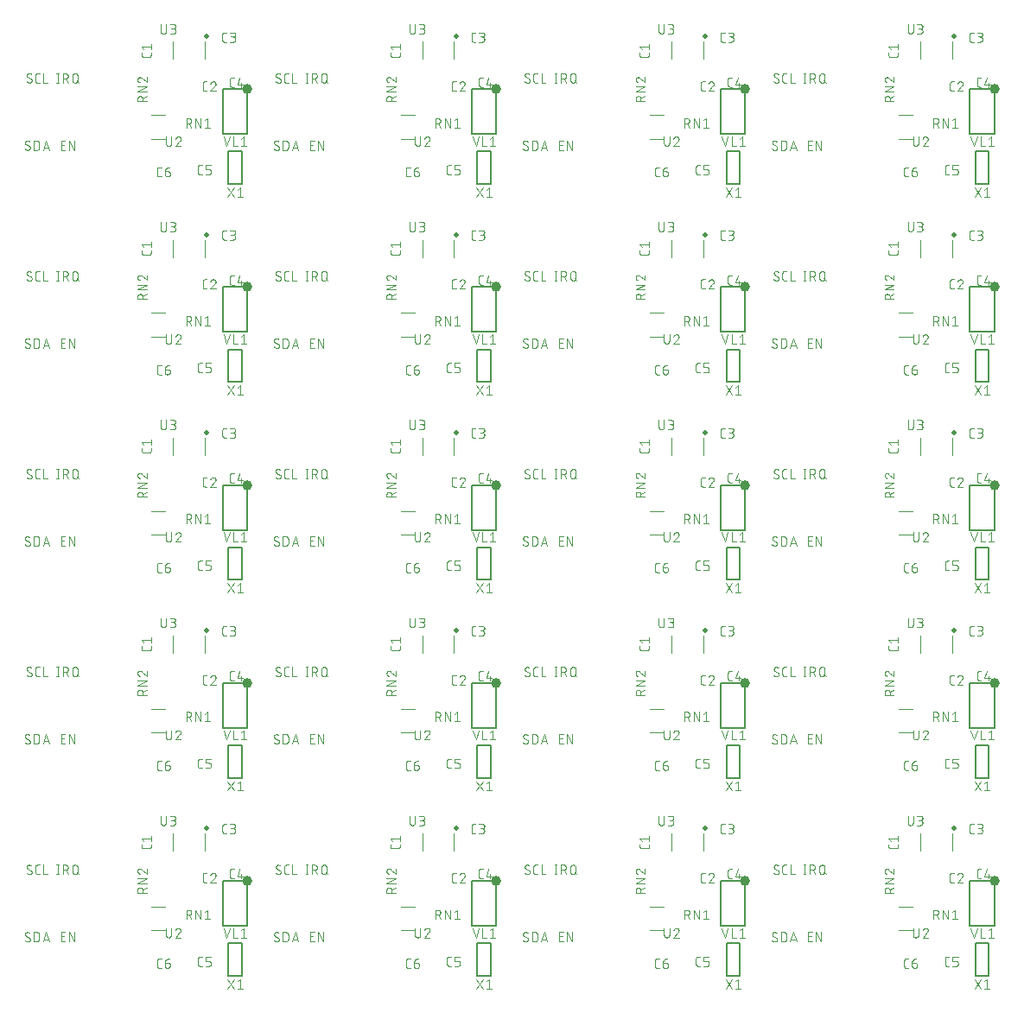
<source format=gbr>
G04 EAGLE Gerber RS-274X export*
G75*
%MOMM*%
%FSLAX34Y34*%
%LPD*%
%INSilkscreen Top*%
%IPPOS*%
%AMOC8*
5,1,8,0,0,1.08239X$1,22.5*%
G01*
%ADD10C,0.076200*%
%ADD11C,0.101600*%
%ADD12C,0.120000*%
%ADD13C,0.500000*%
%ADD14C,0.127000*%
%ADD15C,1.000000*%


D10*
X134619Y154777D02*
X134619Y152724D01*
X134617Y152634D01*
X134611Y152545D01*
X134601Y152456D01*
X134588Y152368D01*
X134570Y152280D01*
X134549Y152193D01*
X134524Y152107D01*
X134495Y152022D01*
X134463Y151938D01*
X134427Y151856D01*
X134387Y151776D01*
X134344Y151698D01*
X134297Y151621D01*
X134248Y151546D01*
X134195Y151474D01*
X134139Y151404D01*
X134080Y151337D01*
X134018Y151272D01*
X133953Y151210D01*
X133886Y151151D01*
X133816Y151095D01*
X133744Y151042D01*
X133669Y150993D01*
X133593Y150946D01*
X133514Y150903D01*
X133434Y150863D01*
X133352Y150827D01*
X133268Y150795D01*
X133183Y150766D01*
X133097Y150741D01*
X133010Y150720D01*
X132922Y150702D01*
X132834Y150689D01*
X132745Y150679D01*
X132656Y150673D01*
X132566Y150671D01*
X127434Y150671D01*
X127344Y150673D01*
X127255Y150679D01*
X127166Y150689D01*
X127078Y150702D01*
X126990Y150720D01*
X126903Y150741D01*
X126817Y150766D01*
X126732Y150795D01*
X126648Y150827D01*
X126566Y150863D01*
X126486Y150903D01*
X126408Y150946D01*
X126331Y150993D01*
X126256Y151042D01*
X126184Y151095D01*
X126114Y151151D01*
X126047Y151210D01*
X125982Y151272D01*
X125920Y151337D01*
X125861Y151404D01*
X125805Y151474D01*
X125752Y151546D01*
X125703Y151621D01*
X125656Y151697D01*
X125613Y151776D01*
X125573Y151856D01*
X125537Y151938D01*
X125505Y152022D01*
X125476Y152107D01*
X125451Y152193D01*
X125430Y152280D01*
X125412Y152367D01*
X125399Y152456D01*
X125389Y152545D01*
X125383Y152634D01*
X125381Y152724D01*
X125381Y154777D01*
X127434Y158197D02*
X125381Y160763D01*
X134619Y160763D01*
X134619Y158197D02*
X134619Y163329D01*
X187434Y117381D02*
X189487Y117381D01*
X187434Y117381D02*
X187344Y117383D01*
X187255Y117389D01*
X187166Y117399D01*
X187078Y117412D01*
X186990Y117430D01*
X186903Y117451D01*
X186817Y117476D01*
X186732Y117505D01*
X186648Y117537D01*
X186566Y117573D01*
X186486Y117613D01*
X186408Y117656D01*
X186331Y117703D01*
X186256Y117752D01*
X186184Y117805D01*
X186114Y117861D01*
X186047Y117920D01*
X185982Y117982D01*
X185920Y118047D01*
X185861Y118114D01*
X185805Y118184D01*
X185752Y118256D01*
X185703Y118331D01*
X185656Y118408D01*
X185613Y118486D01*
X185573Y118566D01*
X185537Y118648D01*
X185505Y118732D01*
X185476Y118817D01*
X185451Y118903D01*
X185430Y118990D01*
X185412Y119078D01*
X185399Y119166D01*
X185389Y119255D01*
X185383Y119344D01*
X185381Y119434D01*
X185381Y124566D01*
X185383Y124656D01*
X185389Y124745D01*
X185399Y124834D01*
X185412Y124922D01*
X185430Y125010D01*
X185451Y125097D01*
X185476Y125183D01*
X185505Y125268D01*
X185537Y125352D01*
X185573Y125434D01*
X185613Y125514D01*
X185656Y125592D01*
X185703Y125669D01*
X185752Y125744D01*
X185805Y125816D01*
X185861Y125886D01*
X185920Y125953D01*
X185982Y126018D01*
X186047Y126080D01*
X186114Y126139D01*
X186184Y126195D01*
X186256Y126248D01*
X186331Y126297D01*
X186407Y126344D01*
X186486Y126387D01*
X186566Y126427D01*
X186648Y126463D01*
X186732Y126495D01*
X186817Y126524D01*
X186903Y126549D01*
X186990Y126570D01*
X187077Y126588D01*
X187166Y126601D01*
X187255Y126611D01*
X187344Y126617D01*
X187434Y126619D01*
X189487Y126619D01*
X195729Y126620D02*
X195822Y126618D01*
X195915Y126613D01*
X196007Y126603D01*
X196100Y126590D01*
X196191Y126573D01*
X196282Y126553D01*
X196372Y126529D01*
X196461Y126501D01*
X196548Y126470D01*
X196634Y126435D01*
X196719Y126397D01*
X196803Y126355D01*
X196884Y126311D01*
X196964Y126262D01*
X197041Y126211D01*
X197117Y126157D01*
X197190Y126099D01*
X197261Y126039D01*
X197329Y125976D01*
X197395Y125910D01*
X197458Y125842D01*
X197518Y125771D01*
X197576Y125698D01*
X197630Y125622D01*
X197681Y125545D01*
X197730Y125465D01*
X197774Y125384D01*
X197816Y125300D01*
X197854Y125215D01*
X197889Y125129D01*
X197920Y125042D01*
X197948Y124953D01*
X197972Y124863D01*
X197992Y124772D01*
X198009Y124681D01*
X198022Y124588D01*
X198032Y124496D01*
X198037Y124403D01*
X198039Y124310D01*
X195729Y126619D02*
X195622Y126617D01*
X195516Y126611D01*
X195410Y126602D01*
X195304Y126588D01*
X195199Y126571D01*
X195094Y126550D01*
X194991Y126526D01*
X194888Y126497D01*
X194786Y126465D01*
X194686Y126430D01*
X194587Y126390D01*
X194489Y126347D01*
X194393Y126301D01*
X194299Y126251D01*
X194206Y126198D01*
X194116Y126142D01*
X194027Y126082D01*
X193941Y126020D01*
X193857Y125954D01*
X193776Y125885D01*
X193697Y125814D01*
X193620Y125739D01*
X193547Y125662D01*
X193476Y125582D01*
X193408Y125500D01*
X193343Y125416D01*
X193281Y125329D01*
X193223Y125240D01*
X193167Y125149D01*
X193115Y125056D01*
X193066Y124961D01*
X193021Y124864D01*
X192979Y124766D01*
X192941Y124667D01*
X192906Y124566D01*
X197269Y122513D02*
X197337Y122581D01*
X197402Y122651D01*
X197465Y122723D01*
X197525Y122798D01*
X197582Y122875D01*
X197635Y122954D01*
X197686Y123035D01*
X197734Y123118D01*
X197778Y123203D01*
X197819Y123289D01*
X197857Y123377D01*
X197891Y123466D01*
X197922Y123557D01*
X197949Y123648D01*
X197973Y123741D01*
X197993Y123835D01*
X198010Y123929D01*
X198022Y124024D01*
X198032Y124119D01*
X198037Y124214D01*
X198039Y124310D01*
X197269Y122513D02*
X192906Y117381D01*
X198039Y117381D01*
X206724Y165381D02*
X208777Y165381D01*
X206724Y165381D02*
X206634Y165383D01*
X206545Y165389D01*
X206456Y165399D01*
X206368Y165412D01*
X206280Y165430D01*
X206193Y165451D01*
X206107Y165476D01*
X206022Y165505D01*
X205938Y165537D01*
X205856Y165573D01*
X205776Y165613D01*
X205698Y165656D01*
X205621Y165703D01*
X205546Y165752D01*
X205474Y165805D01*
X205404Y165861D01*
X205337Y165920D01*
X205272Y165982D01*
X205210Y166047D01*
X205151Y166114D01*
X205095Y166184D01*
X205042Y166256D01*
X204993Y166331D01*
X204946Y166408D01*
X204903Y166486D01*
X204863Y166566D01*
X204827Y166648D01*
X204795Y166732D01*
X204766Y166817D01*
X204741Y166903D01*
X204720Y166990D01*
X204702Y167078D01*
X204689Y167166D01*
X204679Y167255D01*
X204673Y167344D01*
X204671Y167434D01*
X204671Y172566D01*
X204673Y172656D01*
X204679Y172745D01*
X204689Y172834D01*
X204702Y172922D01*
X204720Y173010D01*
X204741Y173097D01*
X204766Y173183D01*
X204795Y173268D01*
X204827Y173352D01*
X204863Y173434D01*
X204903Y173514D01*
X204946Y173592D01*
X204993Y173669D01*
X205042Y173744D01*
X205095Y173816D01*
X205151Y173886D01*
X205210Y173953D01*
X205272Y174018D01*
X205337Y174080D01*
X205404Y174139D01*
X205474Y174195D01*
X205546Y174248D01*
X205621Y174297D01*
X205697Y174344D01*
X205776Y174387D01*
X205856Y174427D01*
X205938Y174463D01*
X206022Y174495D01*
X206107Y174524D01*
X206193Y174549D01*
X206280Y174570D01*
X206367Y174588D01*
X206456Y174601D01*
X206545Y174611D01*
X206634Y174617D01*
X206724Y174619D01*
X208777Y174619D01*
X212197Y165381D02*
X214763Y165381D01*
X214862Y165383D01*
X214962Y165389D01*
X215061Y165398D01*
X215159Y165412D01*
X215257Y165429D01*
X215355Y165450D01*
X215451Y165475D01*
X215546Y165504D01*
X215641Y165536D01*
X215733Y165572D01*
X215825Y165611D01*
X215915Y165654D01*
X216003Y165700D01*
X216089Y165750D01*
X216173Y165803D01*
X216255Y165859D01*
X216335Y165919D01*
X216412Y165981D01*
X216487Y166047D01*
X216560Y166115D01*
X216629Y166186D01*
X216696Y166260D01*
X216760Y166336D01*
X216821Y166415D01*
X216879Y166496D01*
X216934Y166579D01*
X216985Y166664D01*
X217033Y166751D01*
X217078Y166840D01*
X217119Y166931D01*
X217157Y167023D01*
X217191Y167116D01*
X217221Y167211D01*
X217248Y167307D01*
X217271Y167404D01*
X217290Y167501D01*
X217305Y167600D01*
X217317Y167699D01*
X217325Y167798D01*
X217329Y167897D01*
X217329Y167997D01*
X217325Y168096D01*
X217317Y168195D01*
X217305Y168294D01*
X217290Y168393D01*
X217271Y168490D01*
X217248Y168587D01*
X217221Y168683D01*
X217191Y168778D01*
X217157Y168871D01*
X217119Y168963D01*
X217078Y169054D01*
X217033Y169143D01*
X216985Y169230D01*
X216934Y169315D01*
X216879Y169398D01*
X216821Y169479D01*
X216760Y169558D01*
X216696Y169634D01*
X216629Y169708D01*
X216560Y169779D01*
X216487Y169847D01*
X216412Y169913D01*
X216335Y169975D01*
X216255Y170035D01*
X216173Y170091D01*
X216089Y170144D01*
X216003Y170194D01*
X215915Y170240D01*
X215825Y170283D01*
X215733Y170322D01*
X215641Y170358D01*
X215546Y170390D01*
X215451Y170419D01*
X215355Y170444D01*
X215257Y170465D01*
X215159Y170482D01*
X215061Y170496D01*
X214962Y170505D01*
X214862Y170511D01*
X214763Y170513D01*
X215276Y174619D02*
X212197Y174619D01*
X215276Y174619D02*
X215366Y174617D01*
X215455Y174611D01*
X215544Y174601D01*
X215632Y174588D01*
X215720Y174570D01*
X215807Y174549D01*
X215893Y174524D01*
X215978Y174495D01*
X216062Y174463D01*
X216144Y174427D01*
X216224Y174387D01*
X216303Y174344D01*
X216379Y174297D01*
X216454Y174248D01*
X216526Y174195D01*
X216596Y174139D01*
X216663Y174080D01*
X216728Y174018D01*
X216790Y173953D01*
X216849Y173886D01*
X216905Y173816D01*
X216958Y173744D01*
X217007Y173669D01*
X217054Y173593D01*
X217097Y173514D01*
X217137Y173434D01*
X217173Y173352D01*
X217205Y173268D01*
X217234Y173183D01*
X217259Y173097D01*
X217280Y173010D01*
X217298Y172922D01*
X217311Y172834D01*
X217321Y172745D01*
X217327Y172656D01*
X217329Y172566D01*
X217327Y172476D01*
X217321Y172387D01*
X217311Y172298D01*
X217298Y172210D01*
X217280Y172122D01*
X217259Y172035D01*
X217234Y171949D01*
X217205Y171864D01*
X217173Y171780D01*
X217137Y171698D01*
X217097Y171618D01*
X217054Y171540D01*
X217007Y171463D01*
X216958Y171388D01*
X216905Y171316D01*
X216849Y171246D01*
X216790Y171179D01*
X216728Y171114D01*
X216663Y171052D01*
X216596Y170993D01*
X216526Y170937D01*
X216454Y170884D01*
X216379Y170835D01*
X216303Y170788D01*
X216224Y170745D01*
X216144Y170705D01*
X216062Y170669D01*
X215978Y170637D01*
X215893Y170608D01*
X215807Y170583D01*
X215720Y170562D01*
X215632Y170544D01*
X215544Y170531D01*
X215455Y170521D01*
X215366Y170515D01*
X215276Y170513D01*
X213223Y170513D01*
X214014Y121381D02*
X216067Y121381D01*
X214014Y121381D02*
X213924Y121383D01*
X213835Y121389D01*
X213746Y121399D01*
X213658Y121412D01*
X213570Y121430D01*
X213483Y121451D01*
X213397Y121476D01*
X213312Y121505D01*
X213228Y121537D01*
X213146Y121573D01*
X213066Y121613D01*
X212988Y121656D01*
X212911Y121703D01*
X212836Y121752D01*
X212764Y121805D01*
X212694Y121861D01*
X212627Y121920D01*
X212562Y121982D01*
X212500Y122047D01*
X212441Y122114D01*
X212385Y122184D01*
X212332Y122256D01*
X212283Y122331D01*
X212236Y122408D01*
X212193Y122486D01*
X212153Y122566D01*
X212117Y122648D01*
X212085Y122732D01*
X212056Y122817D01*
X212031Y122903D01*
X212010Y122990D01*
X211992Y123078D01*
X211979Y123166D01*
X211969Y123255D01*
X211963Y123344D01*
X211961Y123434D01*
X211961Y128566D01*
X211963Y128656D01*
X211969Y128745D01*
X211979Y128834D01*
X211992Y128922D01*
X212010Y129010D01*
X212031Y129097D01*
X212056Y129183D01*
X212085Y129268D01*
X212117Y129352D01*
X212153Y129434D01*
X212193Y129514D01*
X212236Y129592D01*
X212283Y129669D01*
X212332Y129744D01*
X212385Y129816D01*
X212441Y129886D01*
X212500Y129953D01*
X212562Y130018D01*
X212627Y130080D01*
X212694Y130139D01*
X212764Y130195D01*
X212836Y130248D01*
X212911Y130297D01*
X212987Y130344D01*
X213066Y130387D01*
X213146Y130427D01*
X213228Y130463D01*
X213312Y130495D01*
X213397Y130524D01*
X213483Y130549D01*
X213570Y130570D01*
X213657Y130588D01*
X213746Y130601D01*
X213835Y130611D01*
X213924Y130617D01*
X214014Y130619D01*
X216067Y130619D01*
X221540Y130619D02*
X219487Y123434D01*
X224619Y123434D01*
X223079Y125487D02*
X223079Y121381D01*
X184777Y35381D02*
X182724Y35381D01*
X182634Y35383D01*
X182545Y35389D01*
X182456Y35399D01*
X182368Y35412D01*
X182280Y35430D01*
X182193Y35451D01*
X182107Y35476D01*
X182022Y35505D01*
X181938Y35537D01*
X181856Y35573D01*
X181776Y35613D01*
X181698Y35656D01*
X181621Y35703D01*
X181546Y35752D01*
X181474Y35805D01*
X181404Y35861D01*
X181337Y35920D01*
X181272Y35982D01*
X181210Y36047D01*
X181151Y36114D01*
X181095Y36184D01*
X181042Y36256D01*
X180993Y36331D01*
X180946Y36408D01*
X180903Y36486D01*
X180863Y36566D01*
X180827Y36648D01*
X180795Y36732D01*
X180766Y36817D01*
X180741Y36903D01*
X180720Y36990D01*
X180702Y37078D01*
X180689Y37166D01*
X180679Y37255D01*
X180673Y37344D01*
X180671Y37434D01*
X180671Y42566D01*
X180673Y42656D01*
X180679Y42745D01*
X180689Y42834D01*
X180702Y42922D01*
X180720Y43010D01*
X180741Y43097D01*
X180766Y43183D01*
X180795Y43268D01*
X180827Y43352D01*
X180863Y43434D01*
X180903Y43514D01*
X180946Y43592D01*
X180993Y43669D01*
X181042Y43744D01*
X181095Y43816D01*
X181151Y43886D01*
X181210Y43953D01*
X181272Y44018D01*
X181337Y44080D01*
X181404Y44139D01*
X181474Y44195D01*
X181546Y44248D01*
X181621Y44297D01*
X181697Y44344D01*
X181776Y44387D01*
X181856Y44427D01*
X181938Y44463D01*
X182022Y44495D01*
X182107Y44524D01*
X182193Y44549D01*
X182280Y44570D01*
X182367Y44588D01*
X182456Y44601D01*
X182545Y44611D01*
X182634Y44617D01*
X182724Y44619D01*
X184777Y44619D01*
X188197Y35381D02*
X191276Y35381D01*
X191366Y35383D01*
X191455Y35389D01*
X191544Y35399D01*
X191632Y35412D01*
X191720Y35430D01*
X191807Y35451D01*
X191893Y35476D01*
X191978Y35505D01*
X192062Y35537D01*
X192144Y35573D01*
X192224Y35613D01*
X192303Y35656D01*
X192379Y35703D01*
X192454Y35752D01*
X192526Y35805D01*
X192596Y35861D01*
X192663Y35920D01*
X192728Y35982D01*
X192790Y36047D01*
X192849Y36114D01*
X192905Y36184D01*
X192958Y36256D01*
X193007Y36331D01*
X193054Y36408D01*
X193097Y36486D01*
X193137Y36566D01*
X193173Y36648D01*
X193205Y36732D01*
X193234Y36817D01*
X193259Y36903D01*
X193280Y36990D01*
X193298Y37078D01*
X193311Y37166D01*
X193321Y37255D01*
X193327Y37344D01*
X193329Y37434D01*
X193329Y38460D01*
X193327Y38550D01*
X193321Y38639D01*
X193311Y38728D01*
X193298Y38816D01*
X193280Y38904D01*
X193259Y38991D01*
X193234Y39077D01*
X193205Y39162D01*
X193173Y39246D01*
X193137Y39328D01*
X193097Y39408D01*
X193054Y39487D01*
X193007Y39563D01*
X192958Y39638D01*
X192905Y39710D01*
X192849Y39780D01*
X192790Y39847D01*
X192728Y39912D01*
X192663Y39974D01*
X192596Y40033D01*
X192526Y40089D01*
X192454Y40142D01*
X192379Y40191D01*
X192303Y40238D01*
X192224Y40281D01*
X192144Y40321D01*
X192062Y40357D01*
X191978Y40389D01*
X191893Y40418D01*
X191807Y40443D01*
X191720Y40464D01*
X191632Y40482D01*
X191544Y40495D01*
X191455Y40505D01*
X191366Y40511D01*
X191276Y40513D01*
X188197Y40513D01*
X188197Y44619D01*
X193329Y44619D01*
X144777Y33381D02*
X142724Y33381D01*
X142634Y33383D01*
X142545Y33389D01*
X142456Y33399D01*
X142368Y33412D01*
X142280Y33430D01*
X142193Y33451D01*
X142107Y33476D01*
X142022Y33505D01*
X141938Y33537D01*
X141856Y33573D01*
X141776Y33613D01*
X141698Y33656D01*
X141621Y33703D01*
X141546Y33752D01*
X141474Y33805D01*
X141404Y33861D01*
X141337Y33920D01*
X141272Y33982D01*
X141210Y34047D01*
X141151Y34114D01*
X141095Y34184D01*
X141042Y34256D01*
X140993Y34331D01*
X140946Y34408D01*
X140903Y34486D01*
X140863Y34566D01*
X140827Y34648D01*
X140795Y34732D01*
X140766Y34817D01*
X140741Y34903D01*
X140720Y34990D01*
X140702Y35078D01*
X140689Y35166D01*
X140679Y35255D01*
X140673Y35344D01*
X140671Y35434D01*
X140671Y40566D01*
X140673Y40656D01*
X140679Y40745D01*
X140689Y40834D01*
X140702Y40922D01*
X140720Y41010D01*
X140741Y41097D01*
X140766Y41183D01*
X140795Y41268D01*
X140827Y41352D01*
X140863Y41434D01*
X140903Y41514D01*
X140946Y41592D01*
X140993Y41669D01*
X141042Y41744D01*
X141095Y41816D01*
X141151Y41886D01*
X141210Y41953D01*
X141272Y42018D01*
X141337Y42080D01*
X141404Y42139D01*
X141474Y42195D01*
X141546Y42248D01*
X141621Y42297D01*
X141697Y42344D01*
X141776Y42387D01*
X141856Y42427D01*
X141938Y42463D01*
X142022Y42495D01*
X142107Y42524D01*
X142193Y42549D01*
X142280Y42570D01*
X142367Y42588D01*
X142456Y42601D01*
X142545Y42611D01*
X142634Y42617D01*
X142724Y42619D01*
X144777Y42619D01*
X148197Y38513D02*
X151276Y38513D01*
X151366Y38511D01*
X151455Y38505D01*
X151544Y38495D01*
X151632Y38482D01*
X151720Y38464D01*
X151807Y38443D01*
X151893Y38418D01*
X151978Y38389D01*
X152062Y38357D01*
X152144Y38321D01*
X152224Y38281D01*
X152303Y38238D01*
X152379Y38191D01*
X152454Y38142D01*
X152526Y38089D01*
X152596Y38033D01*
X152663Y37974D01*
X152728Y37912D01*
X152790Y37847D01*
X152849Y37780D01*
X152905Y37710D01*
X152958Y37638D01*
X153007Y37563D01*
X153054Y37487D01*
X153097Y37408D01*
X153137Y37328D01*
X153173Y37246D01*
X153205Y37162D01*
X153234Y37077D01*
X153259Y36991D01*
X153280Y36904D01*
X153298Y36816D01*
X153311Y36728D01*
X153321Y36639D01*
X153327Y36550D01*
X153329Y36460D01*
X153329Y35947D01*
X153327Y35848D01*
X153321Y35748D01*
X153312Y35649D01*
X153298Y35551D01*
X153281Y35453D01*
X153260Y35355D01*
X153235Y35259D01*
X153206Y35164D01*
X153174Y35069D01*
X153138Y34977D01*
X153099Y34885D01*
X153056Y34795D01*
X153010Y34707D01*
X152960Y34621D01*
X152907Y34537D01*
X152851Y34455D01*
X152791Y34375D01*
X152729Y34298D01*
X152663Y34223D01*
X152595Y34150D01*
X152524Y34081D01*
X152450Y34014D01*
X152374Y33950D01*
X152295Y33889D01*
X152214Y33831D01*
X152131Y33776D01*
X152046Y33725D01*
X151959Y33677D01*
X151870Y33632D01*
X151779Y33591D01*
X151687Y33553D01*
X151594Y33519D01*
X151499Y33489D01*
X151403Y33462D01*
X151306Y33439D01*
X151209Y33420D01*
X151110Y33405D01*
X151011Y33393D01*
X150912Y33385D01*
X150813Y33381D01*
X150713Y33381D01*
X150614Y33385D01*
X150515Y33393D01*
X150416Y33405D01*
X150317Y33420D01*
X150220Y33439D01*
X150123Y33462D01*
X150027Y33489D01*
X149932Y33519D01*
X149839Y33553D01*
X149747Y33591D01*
X149656Y33632D01*
X149567Y33677D01*
X149480Y33725D01*
X149395Y33776D01*
X149312Y33831D01*
X149231Y33889D01*
X149152Y33950D01*
X149076Y34014D01*
X149002Y34081D01*
X148931Y34150D01*
X148863Y34223D01*
X148797Y34298D01*
X148735Y34375D01*
X148675Y34455D01*
X148619Y34537D01*
X148566Y34621D01*
X148516Y34707D01*
X148470Y34795D01*
X148427Y34885D01*
X148388Y34977D01*
X148352Y35069D01*
X148320Y35164D01*
X148291Y35259D01*
X148266Y35355D01*
X148245Y35453D01*
X148228Y35551D01*
X148214Y35649D01*
X148205Y35748D01*
X148199Y35848D01*
X148197Y35947D01*
X148197Y38513D01*
X148196Y38513D02*
X148198Y38639D01*
X148204Y38766D01*
X148214Y38892D01*
X148227Y39018D01*
X148245Y39143D01*
X148266Y39267D01*
X148291Y39391D01*
X148320Y39515D01*
X148353Y39637D01*
X148389Y39758D01*
X148429Y39878D01*
X148473Y39996D01*
X148521Y40113D01*
X148572Y40229D01*
X148626Y40343D01*
X148685Y40456D01*
X148746Y40566D01*
X148811Y40675D01*
X148879Y40781D01*
X148951Y40885D01*
X149025Y40987D01*
X149103Y41087D01*
X149184Y41184D01*
X149268Y41279D01*
X149354Y41371D01*
X149444Y41461D01*
X149536Y41547D01*
X149631Y41631D01*
X149728Y41712D01*
X149828Y41790D01*
X149930Y41864D01*
X150034Y41936D01*
X150140Y42004D01*
X150249Y42069D01*
X150359Y42130D01*
X150472Y42189D01*
X150586Y42243D01*
X150702Y42294D01*
X150819Y42342D01*
X150937Y42386D01*
X151057Y42426D01*
X151178Y42462D01*
X151300Y42495D01*
X151424Y42524D01*
X151547Y42549D01*
X151672Y42570D01*
X151797Y42588D01*
X151923Y42601D01*
X152049Y42611D01*
X152176Y42617D01*
X152302Y42619D01*
X50648Y59381D02*
X46543Y59381D01*
X46543Y68619D01*
X50648Y68619D01*
X49622Y64513D02*
X46543Y64513D01*
X54325Y68619D02*
X54325Y59381D01*
X59457Y59381D02*
X54325Y68619D01*
X59457Y68619D02*
X59457Y59381D01*
X43211Y125381D02*
X43211Y134619D01*
X42184Y125381D02*
X44237Y125381D01*
X44237Y134619D02*
X42184Y134619D01*
X48201Y134619D02*
X48201Y125381D01*
X48201Y134619D02*
X50767Y134619D01*
X50866Y134617D01*
X50966Y134611D01*
X51065Y134602D01*
X51163Y134588D01*
X51261Y134571D01*
X51359Y134550D01*
X51455Y134525D01*
X51550Y134496D01*
X51645Y134464D01*
X51737Y134428D01*
X51829Y134389D01*
X51919Y134346D01*
X52007Y134300D01*
X52093Y134250D01*
X52177Y134197D01*
X52259Y134141D01*
X52339Y134081D01*
X52416Y134019D01*
X52491Y133953D01*
X52564Y133885D01*
X52633Y133814D01*
X52700Y133740D01*
X52764Y133664D01*
X52825Y133585D01*
X52883Y133504D01*
X52938Y133421D01*
X52989Y133336D01*
X53037Y133249D01*
X53082Y133160D01*
X53123Y133069D01*
X53161Y132977D01*
X53195Y132884D01*
X53225Y132789D01*
X53252Y132693D01*
X53275Y132596D01*
X53294Y132499D01*
X53309Y132400D01*
X53321Y132301D01*
X53329Y132202D01*
X53333Y132103D01*
X53333Y132003D01*
X53329Y131904D01*
X53321Y131805D01*
X53309Y131706D01*
X53294Y131607D01*
X53275Y131510D01*
X53252Y131413D01*
X53225Y131317D01*
X53195Y131222D01*
X53161Y131129D01*
X53123Y131037D01*
X53082Y130946D01*
X53037Y130857D01*
X52989Y130770D01*
X52938Y130685D01*
X52883Y130602D01*
X52825Y130521D01*
X52764Y130442D01*
X52700Y130366D01*
X52633Y130292D01*
X52564Y130221D01*
X52491Y130153D01*
X52416Y130087D01*
X52339Y130025D01*
X52259Y129965D01*
X52177Y129909D01*
X52093Y129856D01*
X52007Y129806D01*
X51919Y129760D01*
X51829Y129717D01*
X51737Y129678D01*
X51645Y129642D01*
X51550Y129610D01*
X51455Y129581D01*
X51359Y129556D01*
X51261Y129535D01*
X51163Y129518D01*
X51065Y129504D01*
X50966Y129495D01*
X50866Y129489D01*
X50767Y129487D01*
X48201Y129487D01*
X51280Y129487D02*
X53333Y125381D01*
X57657Y127947D02*
X57657Y132053D01*
X57659Y132152D01*
X57665Y132252D01*
X57674Y132351D01*
X57688Y132449D01*
X57705Y132547D01*
X57726Y132645D01*
X57751Y132741D01*
X57780Y132836D01*
X57812Y132931D01*
X57848Y133023D01*
X57887Y133115D01*
X57930Y133205D01*
X57976Y133293D01*
X58026Y133379D01*
X58079Y133463D01*
X58135Y133545D01*
X58195Y133625D01*
X58257Y133702D01*
X58323Y133777D01*
X58391Y133850D01*
X58462Y133919D01*
X58536Y133986D01*
X58612Y134050D01*
X58691Y134111D01*
X58772Y134169D01*
X58855Y134224D01*
X58940Y134275D01*
X59027Y134323D01*
X59116Y134368D01*
X59207Y134409D01*
X59299Y134447D01*
X59392Y134481D01*
X59487Y134511D01*
X59583Y134538D01*
X59680Y134561D01*
X59777Y134580D01*
X59876Y134595D01*
X59975Y134607D01*
X60074Y134615D01*
X60173Y134619D01*
X60273Y134619D01*
X60372Y134615D01*
X60471Y134607D01*
X60570Y134595D01*
X60669Y134580D01*
X60766Y134561D01*
X60863Y134538D01*
X60959Y134511D01*
X61054Y134481D01*
X61147Y134447D01*
X61239Y134409D01*
X61330Y134368D01*
X61419Y134323D01*
X61506Y134275D01*
X61591Y134224D01*
X61674Y134169D01*
X61755Y134111D01*
X61834Y134050D01*
X61910Y133986D01*
X61984Y133919D01*
X62055Y133850D01*
X62123Y133777D01*
X62189Y133702D01*
X62251Y133625D01*
X62311Y133545D01*
X62367Y133463D01*
X62420Y133379D01*
X62470Y133293D01*
X62516Y133205D01*
X62559Y133115D01*
X62598Y133023D01*
X62634Y132931D01*
X62666Y132836D01*
X62695Y132741D01*
X62720Y132645D01*
X62741Y132547D01*
X62758Y132449D01*
X62772Y132351D01*
X62781Y132252D01*
X62787Y132152D01*
X62789Y132053D01*
X62789Y127947D01*
X62787Y127848D01*
X62781Y127748D01*
X62772Y127649D01*
X62758Y127551D01*
X62741Y127453D01*
X62720Y127355D01*
X62695Y127259D01*
X62666Y127164D01*
X62634Y127069D01*
X62598Y126977D01*
X62559Y126885D01*
X62516Y126795D01*
X62470Y126707D01*
X62420Y126621D01*
X62367Y126537D01*
X62311Y126455D01*
X62251Y126375D01*
X62189Y126298D01*
X62123Y126223D01*
X62055Y126150D01*
X61984Y126081D01*
X61910Y126014D01*
X61834Y125950D01*
X61755Y125889D01*
X61674Y125831D01*
X61591Y125776D01*
X61506Y125725D01*
X61419Y125677D01*
X61330Y125632D01*
X61239Y125591D01*
X61147Y125553D01*
X61054Y125519D01*
X60959Y125489D01*
X60863Y125462D01*
X60766Y125439D01*
X60669Y125420D01*
X60570Y125405D01*
X60471Y125393D01*
X60372Y125385D01*
X60273Y125381D01*
X60173Y125381D01*
X60074Y125385D01*
X59975Y125393D01*
X59876Y125405D01*
X59777Y125420D01*
X59680Y125439D01*
X59583Y125462D01*
X59487Y125489D01*
X59392Y125519D01*
X59299Y125553D01*
X59207Y125591D01*
X59116Y125632D01*
X59027Y125677D01*
X58940Y125725D01*
X58855Y125776D01*
X58772Y125831D01*
X58691Y125889D01*
X58612Y125950D01*
X58536Y126014D01*
X58462Y126081D01*
X58391Y126150D01*
X58323Y126223D01*
X58257Y126298D01*
X58195Y126375D01*
X58135Y126455D01*
X58079Y126537D01*
X58026Y126621D01*
X57976Y126707D01*
X57930Y126795D01*
X57887Y126885D01*
X57848Y126977D01*
X57812Y127069D01*
X57780Y127164D01*
X57751Y127259D01*
X57726Y127355D01*
X57705Y127453D01*
X57688Y127551D01*
X57674Y127649D01*
X57665Y127748D01*
X57659Y127848D01*
X57657Y127947D01*
X61763Y127434D02*
X63816Y125381D01*
D11*
X169237Y90492D02*
X169237Y81508D01*
X169237Y90492D02*
X171733Y90492D01*
X171733Y90493D02*
X171832Y90491D01*
X171931Y90485D01*
X172030Y90475D01*
X172128Y90461D01*
X172226Y90444D01*
X172323Y90422D01*
X172419Y90397D01*
X172514Y90368D01*
X172607Y90335D01*
X172700Y90298D01*
X172790Y90258D01*
X172879Y90214D01*
X172967Y90167D01*
X173052Y90116D01*
X173135Y90062D01*
X173216Y90005D01*
X173295Y89944D01*
X173371Y89880D01*
X173445Y89814D01*
X173515Y89744D01*
X173583Y89672D01*
X173649Y89597D01*
X173711Y89520D01*
X173770Y89440D01*
X173825Y89358D01*
X173878Y89274D01*
X173927Y89187D01*
X173973Y89099D01*
X174015Y89009D01*
X174053Y88918D01*
X174088Y88825D01*
X174119Y88730D01*
X174146Y88635D01*
X174170Y88539D01*
X174189Y88441D01*
X174205Y88343D01*
X174217Y88245D01*
X174225Y88146D01*
X174229Y88047D01*
X174229Y87947D01*
X174225Y87848D01*
X174217Y87749D01*
X174205Y87651D01*
X174189Y87553D01*
X174170Y87455D01*
X174146Y87359D01*
X174119Y87264D01*
X174088Y87169D01*
X174053Y87076D01*
X174015Y86985D01*
X173973Y86895D01*
X173927Y86807D01*
X173878Y86720D01*
X173825Y86636D01*
X173770Y86554D01*
X173711Y86474D01*
X173649Y86397D01*
X173583Y86322D01*
X173515Y86250D01*
X173445Y86180D01*
X173371Y86114D01*
X173295Y86050D01*
X173216Y85989D01*
X173135Y85932D01*
X173052Y85878D01*
X172967Y85827D01*
X172879Y85780D01*
X172790Y85736D01*
X172700Y85696D01*
X172607Y85659D01*
X172514Y85626D01*
X172419Y85597D01*
X172323Y85572D01*
X172226Y85550D01*
X172128Y85533D01*
X172030Y85519D01*
X171931Y85509D01*
X171832Y85503D01*
X171733Y85501D01*
X169237Y85501D01*
X172232Y85501D02*
X174228Y81508D01*
X178471Y81508D02*
X178471Y90492D01*
X183463Y81508D01*
X183463Y90492D01*
X187771Y88496D02*
X190267Y90492D01*
X190267Y81508D01*
X187771Y81508D02*
X192763Y81508D01*
X130492Y107237D02*
X121508Y107237D01*
X121508Y109733D01*
X121510Y109832D01*
X121516Y109931D01*
X121526Y110030D01*
X121540Y110128D01*
X121557Y110226D01*
X121579Y110323D01*
X121604Y110419D01*
X121633Y110514D01*
X121666Y110607D01*
X121703Y110700D01*
X121743Y110790D01*
X121787Y110879D01*
X121834Y110967D01*
X121885Y111052D01*
X121939Y111135D01*
X121996Y111216D01*
X122057Y111295D01*
X122121Y111371D01*
X122187Y111445D01*
X122257Y111515D01*
X122329Y111583D01*
X122404Y111649D01*
X122481Y111711D01*
X122561Y111770D01*
X122643Y111825D01*
X122727Y111878D01*
X122814Y111927D01*
X122902Y111973D01*
X122992Y112015D01*
X123083Y112053D01*
X123176Y112088D01*
X123271Y112119D01*
X123366Y112146D01*
X123462Y112170D01*
X123560Y112189D01*
X123658Y112205D01*
X123756Y112217D01*
X123855Y112225D01*
X123954Y112229D01*
X124054Y112229D01*
X124153Y112225D01*
X124252Y112217D01*
X124350Y112205D01*
X124448Y112189D01*
X124546Y112170D01*
X124642Y112146D01*
X124737Y112119D01*
X124832Y112088D01*
X124925Y112053D01*
X125016Y112015D01*
X125106Y111973D01*
X125194Y111927D01*
X125281Y111878D01*
X125365Y111825D01*
X125447Y111770D01*
X125527Y111711D01*
X125604Y111649D01*
X125679Y111583D01*
X125751Y111515D01*
X125821Y111445D01*
X125887Y111371D01*
X125951Y111295D01*
X126012Y111216D01*
X126069Y111135D01*
X126123Y111052D01*
X126174Y110967D01*
X126221Y110879D01*
X126265Y110790D01*
X126305Y110700D01*
X126342Y110607D01*
X126375Y110514D01*
X126404Y110419D01*
X126429Y110323D01*
X126451Y110226D01*
X126468Y110128D01*
X126482Y110030D01*
X126492Y109931D01*
X126498Y109832D01*
X126500Y109733D01*
X126499Y109733D02*
X126499Y107237D01*
X126499Y110232D02*
X130492Y112229D01*
X130492Y116472D02*
X121508Y116472D01*
X130492Y121463D01*
X121508Y121463D01*
X121508Y128517D02*
X121510Y128610D01*
X121516Y128702D01*
X121525Y128795D01*
X121539Y128887D01*
X121556Y128978D01*
X121577Y129068D01*
X121601Y129158D01*
X121630Y129246D01*
X121662Y129333D01*
X121697Y129419D01*
X121736Y129503D01*
X121779Y129586D01*
X121825Y129667D01*
X121874Y129745D01*
X121926Y129822D01*
X121982Y129897D01*
X122040Y129969D01*
X122102Y130038D01*
X122166Y130105D01*
X122233Y130169D01*
X122302Y130231D01*
X122374Y130289D01*
X122449Y130345D01*
X122526Y130397D01*
X122604Y130446D01*
X122685Y130492D01*
X122768Y130535D01*
X122852Y130574D01*
X122938Y130609D01*
X123025Y130641D01*
X123113Y130670D01*
X123203Y130694D01*
X123293Y130715D01*
X123384Y130732D01*
X123476Y130746D01*
X123569Y130755D01*
X123661Y130761D01*
X123754Y130763D01*
X121508Y128517D02*
X121510Y128410D01*
X121516Y128304D01*
X121526Y128197D01*
X121540Y128092D01*
X121557Y127986D01*
X121579Y127882D01*
X121604Y127778D01*
X121633Y127675D01*
X121666Y127574D01*
X121703Y127474D01*
X121744Y127375D01*
X121788Y127278D01*
X121835Y127182D01*
X121886Y127088D01*
X121941Y126997D01*
X121999Y126907D01*
X122060Y126820D01*
X122124Y126734D01*
X122192Y126652D01*
X122262Y126572D01*
X122336Y126494D01*
X122412Y126419D01*
X122491Y126347D01*
X122572Y126279D01*
X122656Y126213D01*
X122743Y126150D01*
X122831Y126091D01*
X122922Y126034D01*
X123015Y125982D01*
X123110Y125932D01*
X123206Y125887D01*
X123304Y125845D01*
X123404Y125806D01*
X123505Y125771D01*
X125501Y130013D02*
X125432Y130083D01*
X125360Y130149D01*
X125286Y130213D01*
X125210Y130273D01*
X125131Y130331D01*
X125049Y130385D01*
X124966Y130435D01*
X124880Y130483D01*
X124793Y130527D01*
X124704Y130567D01*
X124614Y130604D01*
X124522Y130637D01*
X124429Y130666D01*
X124334Y130691D01*
X124239Y130713D01*
X124143Y130730D01*
X124046Y130744D01*
X123949Y130754D01*
X123852Y130760D01*
X123754Y130762D01*
X125501Y130014D02*
X130492Y125772D01*
X130492Y130763D01*
D10*
X17821Y127434D02*
X17819Y127344D01*
X17813Y127255D01*
X17803Y127166D01*
X17790Y127078D01*
X17772Y126990D01*
X17751Y126903D01*
X17726Y126817D01*
X17697Y126732D01*
X17665Y126648D01*
X17629Y126566D01*
X17589Y126486D01*
X17546Y126408D01*
X17499Y126331D01*
X17450Y126256D01*
X17397Y126184D01*
X17341Y126114D01*
X17282Y126047D01*
X17220Y125982D01*
X17155Y125920D01*
X17088Y125861D01*
X17018Y125805D01*
X16946Y125752D01*
X16871Y125703D01*
X16795Y125656D01*
X16716Y125613D01*
X16636Y125573D01*
X16554Y125537D01*
X16470Y125505D01*
X16385Y125476D01*
X16299Y125451D01*
X16212Y125430D01*
X16124Y125412D01*
X16036Y125399D01*
X15947Y125389D01*
X15858Y125383D01*
X15768Y125381D01*
X15641Y125383D01*
X15514Y125388D01*
X15388Y125398D01*
X15262Y125411D01*
X15136Y125427D01*
X15011Y125448D01*
X14886Y125472D01*
X14763Y125499D01*
X14640Y125530D01*
X14518Y125565D01*
X14397Y125603D01*
X14277Y125645D01*
X14159Y125691D01*
X14042Y125739D01*
X13926Y125792D01*
X13812Y125847D01*
X13700Y125906D01*
X13589Y125968D01*
X13480Y126033D01*
X13374Y126102D01*
X13269Y126173D01*
X13166Y126248D01*
X13066Y126326D01*
X12968Y126406D01*
X12872Y126489D01*
X12779Y126575D01*
X12688Y126664D01*
X12945Y132566D02*
X12947Y132656D01*
X12953Y132745D01*
X12963Y132834D01*
X12976Y132922D01*
X12994Y133010D01*
X13015Y133097D01*
X13040Y133183D01*
X13069Y133268D01*
X13101Y133352D01*
X13137Y133434D01*
X13177Y133514D01*
X13220Y133592D01*
X13267Y133669D01*
X13316Y133744D01*
X13369Y133816D01*
X13425Y133886D01*
X13484Y133953D01*
X13546Y134018D01*
X13611Y134080D01*
X13678Y134139D01*
X13748Y134195D01*
X13820Y134248D01*
X13895Y134297D01*
X13971Y134344D01*
X14050Y134387D01*
X14130Y134427D01*
X14212Y134463D01*
X14296Y134495D01*
X14381Y134524D01*
X14467Y134549D01*
X14554Y134570D01*
X14641Y134588D01*
X14730Y134601D01*
X14819Y134611D01*
X14908Y134617D01*
X14998Y134619D01*
X15122Y134617D01*
X15245Y134611D01*
X15369Y134601D01*
X15492Y134587D01*
X15615Y134569D01*
X15736Y134548D01*
X15858Y134522D01*
X15978Y134492D01*
X16097Y134459D01*
X16215Y134421D01*
X16332Y134380D01*
X16447Y134336D01*
X16561Y134287D01*
X16674Y134235D01*
X16784Y134179D01*
X16893Y134120D01*
X17000Y134057D01*
X17105Y133991D01*
X17207Y133922D01*
X17307Y133849D01*
X13971Y130770D02*
X13895Y130817D01*
X13820Y130868D01*
X13748Y130922D01*
X13678Y130979D01*
X13611Y131039D01*
X13546Y131102D01*
X13484Y131167D01*
X13425Y131235D01*
X13369Y131306D01*
X13316Y131379D01*
X13266Y131454D01*
X13220Y131532D01*
X13177Y131611D01*
X13137Y131692D01*
X13101Y131775D01*
X13069Y131859D01*
X13040Y131944D01*
X13015Y132031D01*
X12994Y132118D01*
X12976Y132207D01*
X12963Y132296D01*
X12953Y132386D01*
X12947Y132476D01*
X12945Y132566D01*
X16795Y129230D02*
X16871Y129183D01*
X16946Y129132D01*
X17018Y129078D01*
X17088Y129021D01*
X17155Y128961D01*
X17220Y128898D01*
X17282Y128833D01*
X17341Y128765D01*
X17397Y128694D01*
X17450Y128621D01*
X17500Y128546D01*
X17546Y128468D01*
X17589Y128389D01*
X17629Y128308D01*
X17665Y128225D01*
X17697Y128141D01*
X17726Y128056D01*
X17751Y127969D01*
X17772Y127882D01*
X17790Y127793D01*
X17803Y127704D01*
X17813Y127614D01*
X17819Y127524D01*
X17821Y127434D01*
X16794Y129230D02*
X13971Y130770D01*
X23416Y125381D02*
X25469Y125381D01*
X23416Y125381D02*
X23326Y125383D01*
X23237Y125389D01*
X23148Y125399D01*
X23060Y125412D01*
X22972Y125430D01*
X22885Y125451D01*
X22799Y125476D01*
X22714Y125505D01*
X22630Y125537D01*
X22548Y125573D01*
X22468Y125613D01*
X22389Y125656D01*
X22313Y125703D01*
X22238Y125752D01*
X22166Y125805D01*
X22096Y125861D01*
X22029Y125920D01*
X21964Y125982D01*
X21902Y126047D01*
X21843Y126114D01*
X21787Y126184D01*
X21734Y126256D01*
X21685Y126331D01*
X21638Y126408D01*
X21595Y126486D01*
X21555Y126566D01*
X21519Y126648D01*
X21487Y126732D01*
X21458Y126817D01*
X21433Y126903D01*
X21412Y126990D01*
X21394Y127078D01*
X21381Y127166D01*
X21371Y127255D01*
X21365Y127344D01*
X21363Y127434D01*
X21363Y132566D01*
X21365Y132656D01*
X21371Y132745D01*
X21381Y132834D01*
X21394Y132922D01*
X21412Y133010D01*
X21433Y133097D01*
X21458Y133183D01*
X21487Y133268D01*
X21519Y133352D01*
X21555Y133434D01*
X21595Y133514D01*
X21638Y133592D01*
X21685Y133669D01*
X21734Y133744D01*
X21787Y133816D01*
X21843Y133886D01*
X21902Y133953D01*
X21964Y134018D01*
X22029Y134080D01*
X22096Y134139D01*
X22166Y134195D01*
X22238Y134248D01*
X22313Y134297D01*
X22389Y134344D01*
X22468Y134387D01*
X22548Y134427D01*
X22630Y134463D01*
X22714Y134495D01*
X22799Y134524D01*
X22885Y134549D01*
X22972Y134570D01*
X23059Y134588D01*
X23148Y134601D01*
X23237Y134611D01*
X23326Y134617D01*
X23416Y134619D01*
X25469Y134619D01*
X29206Y134619D02*
X29206Y125381D01*
X33312Y125381D01*
X16160Y61434D02*
X16158Y61344D01*
X16152Y61255D01*
X16142Y61166D01*
X16129Y61078D01*
X16111Y60990D01*
X16090Y60903D01*
X16065Y60817D01*
X16036Y60732D01*
X16004Y60648D01*
X15968Y60566D01*
X15928Y60486D01*
X15885Y60408D01*
X15838Y60331D01*
X15789Y60256D01*
X15736Y60184D01*
X15680Y60114D01*
X15621Y60047D01*
X15559Y59982D01*
X15494Y59920D01*
X15427Y59861D01*
X15357Y59805D01*
X15285Y59752D01*
X15210Y59703D01*
X15133Y59656D01*
X15055Y59613D01*
X14975Y59573D01*
X14893Y59537D01*
X14809Y59505D01*
X14724Y59476D01*
X14638Y59451D01*
X14551Y59430D01*
X14463Y59412D01*
X14375Y59399D01*
X14286Y59389D01*
X14197Y59383D01*
X14107Y59381D01*
X13980Y59383D01*
X13853Y59388D01*
X13727Y59398D01*
X13601Y59411D01*
X13475Y59427D01*
X13350Y59448D01*
X13225Y59472D01*
X13102Y59499D01*
X12979Y59530D01*
X12857Y59565D01*
X12736Y59603D01*
X12616Y59645D01*
X12498Y59691D01*
X12381Y59739D01*
X12265Y59792D01*
X12151Y59847D01*
X12039Y59906D01*
X11928Y59968D01*
X11819Y60033D01*
X11713Y60102D01*
X11608Y60173D01*
X11505Y60248D01*
X11405Y60326D01*
X11307Y60406D01*
X11211Y60489D01*
X11118Y60575D01*
X11027Y60664D01*
X11284Y66566D02*
X11286Y66656D01*
X11292Y66745D01*
X11302Y66834D01*
X11315Y66922D01*
X11333Y67010D01*
X11354Y67097D01*
X11379Y67183D01*
X11408Y67268D01*
X11440Y67352D01*
X11476Y67434D01*
X11516Y67514D01*
X11559Y67592D01*
X11606Y67669D01*
X11655Y67744D01*
X11708Y67816D01*
X11764Y67886D01*
X11823Y67953D01*
X11885Y68018D01*
X11950Y68080D01*
X12017Y68139D01*
X12087Y68195D01*
X12159Y68248D01*
X12234Y68297D01*
X12310Y68344D01*
X12389Y68387D01*
X12469Y68427D01*
X12551Y68463D01*
X12635Y68495D01*
X12720Y68524D01*
X12806Y68549D01*
X12893Y68570D01*
X12980Y68588D01*
X13069Y68601D01*
X13158Y68611D01*
X13247Y68617D01*
X13337Y68619D01*
X13461Y68617D01*
X13584Y68611D01*
X13708Y68601D01*
X13831Y68587D01*
X13954Y68569D01*
X14075Y68548D01*
X14197Y68522D01*
X14317Y68492D01*
X14436Y68459D01*
X14554Y68421D01*
X14671Y68380D01*
X14786Y68336D01*
X14900Y68287D01*
X15013Y68235D01*
X15123Y68179D01*
X15232Y68120D01*
X15339Y68057D01*
X15444Y67991D01*
X15546Y67922D01*
X15646Y67849D01*
X12310Y64770D02*
X12234Y64817D01*
X12159Y64868D01*
X12087Y64922D01*
X12017Y64979D01*
X11950Y65039D01*
X11885Y65102D01*
X11823Y65167D01*
X11764Y65235D01*
X11708Y65306D01*
X11655Y65379D01*
X11605Y65454D01*
X11559Y65532D01*
X11516Y65611D01*
X11476Y65692D01*
X11440Y65775D01*
X11408Y65859D01*
X11379Y65944D01*
X11354Y66031D01*
X11333Y66118D01*
X11315Y66207D01*
X11302Y66296D01*
X11292Y66386D01*
X11286Y66476D01*
X11284Y66566D01*
X15134Y63230D02*
X15210Y63183D01*
X15285Y63132D01*
X15357Y63078D01*
X15427Y63021D01*
X15494Y62961D01*
X15559Y62898D01*
X15621Y62833D01*
X15680Y62765D01*
X15736Y62694D01*
X15789Y62621D01*
X15839Y62546D01*
X15885Y62468D01*
X15928Y62389D01*
X15968Y62308D01*
X16004Y62225D01*
X16036Y62141D01*
X16065Y62056D01*
X16090Y61969D01*
X16111Y61882D01*
X16129Y61793D01*
X16142Y61704D01*
X16152Y61614D01*
X16158Y61524D01*
X16160Y61434D01*
X15133Y63230D02*
X12310Y64770D01*
X20027Y68619D02*
X20027Y59381D01*
X20027Y68619D02*
X22593Y68619D01*
X22691Y68617D01*
X22789Y68611D01*
X22887Y68602D01*
X22985Y68589D01*
X23082Y68572D01*
X23178Y68552D01*
X23273Y68527D01*
X23367Y68499D01*
X23460Y68468D01*
X23552Y68433D01*
X23643Y68394D01*
X23732Y68353D01*
X23819Y68307D01*
X23904Y68259D01*
X23988Y68207D01*
X24069Y68152D01*
X24149Y68094D01*
X24226Y68033D01*
X24300Y67969D01*
X24372Y67902D01*
X24442Y67832D01*
X24509Y67760D01*
X24573Y67686D01*
X24634Y67609D01*
X24692Y67529D01*
X24747Y67448D01*
X24799Y67364D01*
X24847Y67279D01*
X24893Y67192D01*
X24934Y67103D01*
X24973Y67012D01*
X25008Y66920D01*
X25039Y66827D01*
X25067Y66733D01*
X25092Y66638D01*
X25112Y66542D01*
X25129Y66445D01*
X25142Y66347D01*
X25151Y66249D01*
X25157Y66151D01*
X25159Y66053D01*
X25159Y61947D01*
X25157Y61846D01*
X25151Y61746D01*
X25141Y61645D01*
X25127Y61546D01*
X25110Y61446D01*
X25088Y61348D01*
X25063Y61250D01*
X25033Y61154D01*
X25000Y61059D01*
X24964Y60965D01*
X24923Y60873D01*
X24879Y60782D01*
X24832Y60693D01*
X24781Y60606D01*
X24727Y60521D01*
X24669Y60439D01*
X24608Y60358D01*
X24544Y60281D01*
X24477Y60205D01*
X24407Y60133D01*
X24335Y60063D01*
X24259Y59996D01*
X24182Y59932D01*
X24101Y59871D01*
X24019Y59813D01*
X23934Y59759D01*
X23847Y59708D01*
X23758Y59661D01*
X23667Y59617D01*
X23575Y59576D01*
X23481Y59540D01*
X23386Y59507D01*
X23290Y59477D01*
X23192Y59452D01*
X23094Y59430D01*
X22994Y59413D01*
X22895Y59399D01*
X22794Y59389D01*
X22694Y59383D01*
X22593Y59381D01*
X20027Y59381D01*
X28814Y59381D02*
X31893Y68619D01*
X34973Y59381D01*
X34203Y61690D02*
X29584Y61690D01*
X149381Y65947D02*
X149381Y72619D01*
X149381Y65947D02*
X149383Y65848D01*
X149389Y65748D01*
X149398Y65649D01*
X149412Y65551D01*
X149429Y65453D01*
X149450Y65355D01*
X149475Y65259D01*
X149504Y65164D01*
X149536Y65069D01*
X149572Y64977D01*
X149611Y64885D01*
X149654Y64795D01*
X149700Y64707D01*
X149750Y64621D01*
X149803Y64537D01*
X149859Y64455D01*
X149919Y64375D01*
X149981Y64298D01*
X150047Y64223D01*
X150115Y64150D01*
X150186Y64081D01*
X150260Y64014D01*
X150336Y63950D01*
X150415Y63889D01*
X150496Y63831D01*
X150579Y63776D01*
X150664Y63725D01*
X150751Y63677D01*
X150840Y63632D01*
X150931Y63591D01*
X151023Y63553D01*
X151116Y63519D01*
X151211Y63489D01*
X151307Y63462D01*
X151404Y63439D01*
X151501Y63420D01*
X151600Y63405D01*
X151699Y63393D01*
X151798Y63385D01*
X151897Y63381D01*
X151997Y63381D01*
X152096Y63385D01*
X152195Y63393D01*
X152294Y63405D01*
X152393Y63420D01*
X152490Y63439D01*
X152587Y63462D01*
X152683Y63489D01*
X152778Y63519D01*
X152871Y63553D01*
X152963Y63591D01*
X153054Y63632D01*
X153143Y63677D01*
X153230Y63725D01*
X153315Y63776D01*
X153398Y63831D01*
X153479Y63889D01*
X153558Y63950D01*
X153634Y64014D01*
X153708Y64081D01*
X153779Y64150D01*
X153847Y64223D01*
X153913Y64298D01*
X153975Y64375D01*
X154035Y64455D01*
X154091Y64537D01*
X154144Y64621D01*
X154194Y64707D01*
X154240Y64795D01*
X154283Y64885D01*
X154322Y64977D01*
X154358Y65069D01*
X154390Y65164D01*
X154419Y65259D01*
X154444Y65355D01*
X154465Y65453D01*
X154482Y65551D01*
X154496Y65649D01*
X154505Y65748D01*
X154511Y65848D01*
X154513Y65947D01*
X154513Y72619D01*
X161504Y72620D02*
X161597Y72618D01*
X161690Y72613D01*
X161782Y72603D01*
X161875Y72590D01*
X161966Y72573D01*
X162057Y72553D01*
X162147Y72529D01*
X162236Y72501D01*
X162323Y72470D01*
X162409Y72435D01*
X162494Y72397D01*
X162578Y72355D01*
X162659Y72311D01*
X162739Y72262D01*
X162816Y72211D01*
X162892Y72157D01*
X162965Y72099D01*
X163036Y72039D01*
X163104Y71976D01*
X163170Y71910D01*
X163233Y71842D01*
X163293Y71771D01*
X163351Y71698D01*
X163405Y71622D01*
X163456Y71545D01*
X163505Y71465D01*
X163549Y71384D01*
X163591Y71300D01*
X163629Y71215D01*
X163664Y71129D01*
X163695Y71042D01*
X163723Y70953D01*
X163747Y70863D01*
X163767Y70772D01*
X163784Y70681D01*
X163797Y70588D01*
X163807Y70496D01*
X163812Y70403D01*
X163814Y70310D01*
X161504Y72619D02*
X161397Y72617D01*
X161291Y72611D01*
X161185Y72602D01*
X161079Y72588D01*
X160974Y72571D01*
X160869Y72550D01*
X160766Y72526D01*
X160663Y72497D01*
X160561Y72465D01*
X160461Y72430D01*
X160362Y72390D01*
X160264Y72347D01*
X160168Y72301D01*
X160074Y72251D01*
X159981Y72198D01*
X159891Y72142D01*
X159802Y72082D01*
X159716Y72020D01*
X159632Y71954D01*
X159551Y71885D01*
X159472Y71814D01*
X159395Y71739D01*
X159322Y71662D01*
X159251Y71582D01*
X159183Y71500D01*
X159118Y71416D01*
X159056Y71329D01*
X158998Y71240D01*
X158942Y71149D01*
X158890Y71056D01*
X158841Y70961D01*
X158796Y70864D01*
X158754Y70766D01*
X158716Y70667D01*
X158681Y70566D01*
X163044Y68513D02*
X163112Y68581D01*
X163177Y68651D01*
X163240Y68723D01*
X163300Y68798D01*
X163357Y68875D01*
X163410Y68954D01*
X163461Y69035D01*
X163509Y69118D01*
X163553Y69203D01*
X163594Y69289D01*
X163632Y69377D01*
X163666Y69466D01*
X163697Y69557D01*
X163724Y69648D01*
X163748Y69741D01*
X163768Y69835D01*
X163785Y69929D01*
X163797Y70024D01*
X163807Y70119D01*
X163812Y70214D01*
X163814Y70310D01*
X163043Y68513D02*
X158681Y63381D01*
X163813Y63381D01*
X144187Y175947D02*
X144187Y182619D01*
X144187Y175947D02*
X144189Y175848D01*
X144195Y175748D01*
X144204Y175649D01*
X144218Y175551D01*
X144235Y175453D01*
X144256Y175355D01*
X144281Y175259D01*
X144310Y175164D01*
X144342Y175069D01*
X144378Y174977D01*
X144417Y174885D01*
X144460Y174795D01*
X144506Y174707D01*
X144556Y174621D01*
X144609Y174537D01*
X144665Y174455D01*
X144725Y174375D01*
X144787Y174298D01*
X144853Y174223D01*
X144921Y174150D01*
X144992Y174081D01*
X145066Y174014D01*
X145142Y173950D01*
X145221Y173889D01*
X145302Y173831D01*
X145385Y173776D01*
X145470Y173725D01*
X145557Y173677D01*
X145646Y173632D01*
X145737Y173591D01*
X145829Y173553D01*
X145922Y173519D01*
X146017Y173489D01*
X146113Y173462D01*
X146210Y173439D01*
X146307Y173420D01*
X146406Y173405D01*
X146505Y173393D01*
X146604Y173385D01*
X146703Y173381D01*
X146803Y173381D01*
X146902Y173385D01*
X147001Y173393D01*
X147100Y173405D01*
X147199Y173420D01*
X147296Y173439D01*
X147393Y173462D01*
X147489Y173489D01*
X147584Y173519D01*
X147677Y173553D01*
X147769Y173591D01*
X147860Y173632D01*
X147949Y173677D01*
X148036Y173725D01*
X148121Y173776D01*
X148204Y173831D01*
X148285Y173889D01*
X148364Y173950D01*
X148440Y174014D01*
X148514Y174081D01*
X148585Y174150D01*
X148653Y174223D01*
X148719Y174298D01*
X148781Y174375D01*
X148841Y174455D01*
X148897Y174537D01*
X148950Y174621D01*
X149000Y174707D01*
X149046Y174795D01*
X149089Y174885D01*
X149128Y174977D01*
X149164Y175069D01*
X149196Y175164D01*
X149225Y175259D01*
X149250Y175355D01*
X149271Y175453D01*
X149288Y175551D01*
X149302Y175649D01*
X149311Y175748D01*
X149317Y175848D01*
X149319Y175947D01*
X149319Y182619D01*
X153487Y173381D02*
X156053Y173381D01*
X156152Y173383D01*
X156252Y173389D01*
X156351Y173398D01*
X156449Y173412D01*
X156547Y173429D01*
X156645Y173450D01*
X156741Y173475D01*
X156836Y173504D01*
X156931Y173536D01*
X157023Y173572D01*
X157115Y173611D01*
X157205Y173654D01*
X157293Y173700D01*
X157379Y173750D01*
X157463Y173803D01*
X157545Y173859D01*
X157625Y173919D01*
X157702Y173981D01*
X157777Y174047D01*
X157850Y174115D01*
X157919Y174186D01*
X157986Y174260D01*
X158050Y174336D01*
X158111Y174415D01*
X158169Y174496D01*
X158224Y174579D01*
X158275Y174664D01*
X158323Y174751D01*
X158368Y174840D01*
X158409Y174931D01*
X158447Y175023D01*
X158481Y175116D01*
X158511Y175211D01*
X158538Y175307D01*
X158561Y175404D01*
X158580Y175501D01*
X158595Y175600D01*
X158607Y175699D01*
X158615Y175798D01*
X158619Y175897D01*
X158619Y175997D01*
X158615Y176096D01*
X158607Y176195D01*
X158595Y176294D01*
X158580Y176393D01*
X158561Y176490D01*
X158538Y176587D01*
X158511Y176683D01*
X158481Y176778D01*
X158447Y176871D01*
X158409Y176963D01*
X158368Y177054D01*
X158323Y177143D01*
X158275Y177230D01*
X158224Y177315D01*
X158169Y177398D01*
X158111Y177479D01*
X158050Y177558D01*
X157986Y177634D01*
X157919Y177708D01*
X157850Y177779D01*
X157777Y177847D01*
X157702Y177913D01*
X157625Y177975D01*
X157545Y178035D01*
X157463Y178091D01*
X157379Y178144D01*
X157293Y178194D01*
X157205Y178240D01*
X157115Y178283D01*
X157023Y178322D01*
X156931Y178358D01*
X156836Y178390D01*
X156741Y178419D01*
X156645Y178444D01*
X156547Y178465D01*
X156449Y178482D01*
X156351Y178496D01*
X156252Y178505D01*
X156152Y178511D01*
X156053Y178513D01*
X156566Y182619D02*
X153487Y182619D01*
X156566Y182619D02*
X156656Y182617D01*
X156745Y182611D01*
X156834Y182601D01*
X156922Y182588D01*
X157010Y182570D01*
X157097Y182549D01*
X157183Y182524D01*
X157268Y182495D01*
X157352Y182463D01*
X157434Y182427D01*
X157514Y182387D01*
X157593Y182344D01*
X157669Y182297D01*
X157744Y182248D01*
X157816Y182195D01*
X157886Y182139D01*
X157953Y182080D01*
X158018Y182018D01*
X158080Y181953D01*
X158139Y181886D01*
X158195Y181816D01*
X158248Y181744D01*
X158297Y181669D01*
X158344Y181593D01*
X158387Y181514D01*
X158427Y181434D01*
X158463Y181352D01*
X158495Y181268D01*
X158524Y181183D01*
X158549Y181097D01*
X158570Y181010D01*
X158588Y180922D01*
X158601Y180834D01*
X158611Y180745D01*
X158617Y180656D01*
X158619Y180566D01*
X158617Y180476D01*
X158611Y180387D01*
X158601Y180298D01*
X158588Y180210D01*
X158570Y180122D01*
X158549Y180035D01*
X158524Y179949D01*
X158495Y179864D01*
X158463Y179780D01*
X158427Y179698D01*
X158387Y179618D01*
X158344Y179540D01*
X158297Y179463D01*
X158248Y179388D01*
X158195Y179316D01*
X158139Y179246D01*
X158080Y179179D01*
X158018Y179114D01*
X157953Y179052D01*
X157886Y178993D01*
X157816Y178937D01*
X157744Y178884D01*
X157669Y178835D01*
X157593Y178788D01*
X157514Y178745D01*
X157434Y178705D01*
X157352Y178669D01*
X157268Y178637D01*
X157183Y178608D01*
X157097Y178583D01*
X157010Y178562D01*
X156922Y178544D01*
X156834Y178531D01*
X156745Y178521D01*
X156656Y178515D01*
X156566Y178513D01*
X154513Y178513D01*
X205777Y72619D02*
X208857Y63381D01*
X211936Y72619D01*
X215608Y72619D02*
X215608Y63381D01*
X219714Y63381D01*
X223091Y70566D02*
X225657Y72619D01*
X225657Y63381D01*
X223091Y63381D02*
X228223Y63381D01*
X215836Y22619D02*
X209677Y13381D01*
X215836Y13381D02*
X209677Y22619D01*
X219191Y20566D02*
X221757Y22619D01*
X221757Y13381D01*
X219191Y13381D02*
X224323Y13381D01*
X378619Y152724D02*
X378619Y154777D01*
X378619Y152724D02*
X378617Y152634D01*
X378611Y152545D01*
X378601Y152456D01*
X378588Y152368D01*
X378570Y152280D01*
X378549Y152193D01*
X378524Y152107D01*
X378495Y152022D01*
X378463Y151938D01*
X378427Y151856D01*
X378387Y151776D01*
X378344Y151698D01*
X378297Y151621D01*
X378248Y151546D01*
X378195Y151474D01*
X378139Y151404D01*
X378080Y151337D01*
X378018Y151272D01*
X377953Y151210D01*
X377886Y151151D01*
X377816Y151095D01*
X377744Y151042D01*
X377669Y150993D01*
X377593Y150946D01*
X377514Y150903D01*
X377434Y150863D01*
X377352Y150827D01*
X377268Y150795D01*
X377183Y150766D01*
X377097Y150741D01*
X377010Y150720D01*
X376922Y150702D01*
X376834Y150689D01*
X376745Y150679D01*
X376656Y150673D01*
X376566Y150671D01*
X371434Y150671D01*
X371344Y150673D01*
X371255Y150679D01*
X371166Y150689D01*
X371078Y150702D01*
X370990Y150720D01*
X370903Y150741D01*
X370817Y150766D01*
X370732Y150795D01*
X370648Y150827D01*
X370566Y150863D01*
X370486Y150903D01*
X370408Y150946D01*
X370331Y150993D01*
X370256Y151042D01*
X370184Y151095D01*
X370114Y151151D01*
X370047Y151210D01*
X369982Y151272D01*
X369920Y151337D01*
X369861Y151404D01*
X369805Y151474D01*
X369752Y151546D01*
X369703Y151621D01*
X369656Y151697D01*
X369613Y151776D01*
X369573Y151856D01*
X369537Y151938D01*
X369505Y152022D01*
X369476Y152107D01*
X369451Y152193D01*
X369430Y152280D01*
X369412Y152367D01*
X369399Y152456D01*
X369389Y152545D01*
X369383Y152634D01*
X369381Y152724D01*
X369381Y154777D01*
X371434Y158197D02*
X369381Y160763D01*
X378619Y160763D01*
X378619Y158197D02*
X378619Y163329D01*
X431434Y117381D02*
X433487Y117381D01*
X431434Y117381D02*
X431344Y117383D01*
X431255Y117389D01*
X431166Y117399D01*
X431078Y117412D01*
X430990Y117430D01*
X430903Y117451D01*
X430817Y117476D01*
X430732Y117505D01*
X430648Y117537D01*
X430566Y117573D01*
X430486Y117613D01*
X430408Y117656D01*
X430331Y117703D01*
X430256Y117752D01*
X430184Y117805D01*
X430114Y117861D01*
X430047Y117920D01*
X429982Y117982D01*
X429920Y118047D01*
X429861Y118114D01*
X429805Y118184D01*
X429752Y118256D01*
X429703Y118331D01*
X429656Y118408D01*
X429613Y118486D01*
X429573Y118566D01*
X429537Y118648D01*
X429505Y118732D01*
X429476Y118817D01*
X429451Y118903D01*
X429430Y118990D01*
X429412Y119078D01*
X429399Y119166D01*
X429389Y119255D01*
X429383Y119344D01*
X429381Y119434D01*
X429381Y124566D01*
X429383Y124656D01*
X429389Y124745D01*
X429399Y124834D01*
X429412Y124922D01*
X429430Y125010D01*
X429451Y125097D01*
X429476Y125183D01*
X429505Y125268D01*
X429537Y125352D01*
X429573Y125434D01*
X429613Y125514D01*
X429656Y125592D01*
X429703Y125669D01*
X429752Y125744D01*
X429805Y125816D01*
X429861Y125886D01*
X429920Y125953D01*
X429982Y126018D01*
X430047Y126080D01*
X430114Y126139D01*
X430184Y126195D01*
X430256Y126248D01*
X430331Y126297D01*
X430407Y126344D01*
X430486Y126387D01*
X430566Y126427D01*
X430648Y126463D01*
X430732Y126495D01*
X430817Y126524D01*
X430903Y126549D01*
X430990Y126570D01*
X431077Y126588D01*
X431166Y126601D01*
X431255Y126611D01*
X431344Y126617D01*
X431434Y126619D01*
X433487Y126619D01*
X439729Y126620D02*
X439822Y126618D01*
X439915Y126613D01*
X440007Y126603D01*
X440100Y126590D01*
X440191Y126573D01*
X440282Y126553D01*
X440372Y126529D01*
X440461Y126501D01*
X440548Y126470D01*
X440634Y126435D01*
X440719Y126397D01*
X440803Y126355D01*
X440884Y126311D01*
X440964Y126262D01*
X441041Y126211D01*
X441117Y126157D01*
X441190Y126099D01*
X441261Y126039D01*
X441329Y125976D01*
X441395Y125910D01*
X441458Y125842D01*
X441518Y125771D01*
X441576Y125698D01*
X441630Y125622D01*
X441681Y125545D01*
X441730Y125465D01*
X441774Y125384D01*
X441816Y125300D01*
X441854Y125215D01*
X441889Y125129D01*
X441920Y125042D01*
X441948Y124953D01*
X441972Y124863D01*
X441992Y124772D01*
X442009Y124681D01*
X442022Y124588D01*
X442032Y124496D01*
X442037Y124403D01*
X442039Y124310D01*
X439729Y126619D02*
X439622Y126617D01*
X439516Y126611D01*
X439410Y126602D01*
X439304Y126588D01*
X439199Y126571D01*
X439094Y126550D01*
X438991Y126526D01*
X438888Y126497D01*
X438786Y126465D01*
X438686Y126430D01*
X438587Y126390D01*
X438489Y126347D01*
X438393Y126301D01*
X438299Y126251D01*
X438206Y126198D01*
X438116Y126142D01*
X438027Y126082D01*
X437941Y126020D01*
X437857Y125954D01*
X437776Y125885D01*
X437697Y125814D01*
X437620Y125739D01*
X437547Y125662D01*
X437476Y125582D01*
X437408Y125500D01*
X437343Y125416D01*
X437281Y125329D01*
X437223Y125240D01*
X437167Y125149D01*
X437115Y125056D01*
X437066Y124961D01*
X437021Y124864D01*
X436979Y124766D01*
X436941Y124667D01*
X436906Y124566D01*
X441269Y122513D02*
X441337Y122581D01*
X441402Y122651D01*
X441465Y122723D01*
X441525Y122798D01*
X441582Y122875D01*
X441635Y122954D01*
X441686Y123035D01*
X441734Y123118D01*
X441778Y123203D01*
X441819Y123289D01*
X441857Y123377D01*
X441891Y123466D01*
X441922Y123557D01*
X441949Y123648D01*
X441973Y123741D01*
X441993Y123835D01*
X442010Y123929D01*
X442022Y124024D01*
X442032Y124119D01*
X442037Y124214D01*
X442039Y124310D01*
X441269Y122513D02*
X436906Y117381D01*
X442039Y117381D01*
X450724Y165381D02*
X452777Y165381D01*
X450724Y165381D02*
X450634Y165383D01*
X450545Y165389D01*
X450456Y165399D01*
X450368Y165412D01*
X450280Y165430D01*
X450193Y165451D01*
X450107Y165476D01*
X450022Y165505D01*
X449938Y165537D01*
X449856Y165573D01*
X449776Y165613D01*
X449698Y165656D01*
X449621Y165703D01*
X449546Y165752D01*
X449474Y165805D01*
X449404Y165861D01*
X449337Y165920D01*
X449272Y165982D01*
X449210Y166047D01*
X449151Y166114D01*
X449095Y166184D01*
X449042Y166256D01*
X448993Y166331D01*
X448946Y166408D01*
X448903Y166486D01*
X448863Y166566D01*
X448827Y166648D01*
X448795Y166732D01*
X448766Y166817D01*
X448741Y166903D01*
X448720Y166990D01*
X448702Y167078D01*
X448689Y167166D01*
X448679Y167255D01*
X448673Y167344D01*
X448671Y167434D01*
X448671Y172566D01*
X448673Y172656D01*
X448679Y172745D01*
X448689Y172834D01*
X448702Y172922D01*
X448720Y173010D01*
X448741Y173097D01*
X448766Y173183D01*
X448795Y173268D01*
X448827Y173352D01*
X448863Y173434D01*
X448903Y173514D01*
X448946Y173592D01*
X448993Y173669D01*
X449042Y173744D01*
X449095Y173816D01*
X449151Y173886D01*
X449210Y173953D01*
X449272Y174018D01*
X449337Y174080D01*
X449404Y174139D01*
X449474Y174195D01*
X449546Y174248D01*
X449621Y174297D01*
X449697Y174344D01*
X449776Y174387D01*
X449856Y174427D01*
X449938Y174463D01*
X450022Y174495D01*
X450107Y174524D01*
X450193Y174549D01*
X450280Y174570D01*
X450367Y174588D01*
X450456Y174601D01*
X450545Y174611D01*
X450634Y174617D01*
X450724Y174619D01*
X452777Y174619D01*
X456197Y165381D02*
X458763Y165381D01*
X458862Y165383D01*
X458962Y165389D01*
X459061Y165398D01*
X459159Y165412D01*
X459257Y165429D01*
X459355Y165450D01*
X459451Y165475D01*
X459546Y165504D01*
X459641Y165536D01*
X459733Y165572D01*
X459825Y165611D01*
X459915Y165654D01*
X460003Y165700D01*
X460089Y165750D01*
X460173Y165803D01*
X460255Y165859D01*
X460335Y165919D01*
X460412Y165981D01*
X460487Y166047D01*
X460560Y166115D01*
X460629Y166186D01*
X460696Y166260D01*
X460760Y166336D01*
X460821Y166415D01*
X460879Y166496D01*
X460934Y166579D01*
X460985Y166664D01*
X461033Y166751D01*
X461078Y166840D01*
X461119Y166931D01*
X461157Y167023D01*
X461191Y167116D01*
X461221Y167211D01*
X461248Y167307D01*
X461271Y167404D01*
X461290Y167501D01*
X461305Y167600D01*
X461317Y167699D01*
X461325Y167798D01*
X461329Y167897D01*
X461329Y167997D01*
X461325Y168096D01*
X461317Y168195D01*
X461305Y168294D01*
X461290Y168393D01*
X461271Y168490D01*
X461248Y168587D01*
X461221Y168683D01*
X461191Y168778D01*
X461157Y168871D01*
X461119Y168963D01*
X461078Y169054D01*
X461033Y169143D01*
X460985Y169230D01*
X460934Y169315D01*
X460879Y169398D01*
X460821Y169479D01*
X460760Y169558D01*
X460696Y169634D01*
X460629Y169708D01*
X460560Y169779D01*
X460487Y169847D01*
X460412Y169913D01*
X460335Y169975D01*
X460255Y170035D01*
X460173Y170091D01*
X460089Y170144D01*
X460003Y170194D01*
X459915Y170240D01*
X459825Y170283D01*
X459733Y170322D01*
X459641Y170358D01*
X459546Y170390D01*
X459451Y170419D01*
X459355Y170444D01*
X459257Y170465D01*
X459159Y170482D01*
X459061Y170496D01*
X458962Y170505D01*
X458862Y170511D01*
X458763Y170513D01*
X459276Y174619D02*
X456197Y174619D01*
X459276Y174619D02*
X459366Y174617D01*
X459455Y174611D01*
X459544Y174601D01*
X459632Y174588D01*
X459720Y174570D01*
X459807Y174549D01*
X459893Y174524D01*
X459978Y174495D01*
X460062Y174463D01*
X460144Y174427D01*
X460224Y174387D01*
X460303Y174344D01*
X460379Y174297D01*
X460454Y174248D01*
X460526Y174195D01*
X460596Y174139D01*
X460663Y174080D01*
X460728Y174018D01*
X460790Y173953D01*
X460849Y173886D01*
X460905Y173816D01*
X460958Y173744D01*
X461007Y173669D01*
X461054Y173593D01*
X461097Y173514D01*
X461137Y173434D01*
X461173Y173352D01*
X461205Y173268D01*
X461234Y173183D01*
X461259Y173097D01*
X461280Y173010D01*
X461298Y172922D01*
X461311Y172834D01*
X461321Y172745D01*
X461327Y172656D01*
X461329Y172566D01*
X461327Y172476D01*
X461321Y172387D01*
X461311Y172298D01*
X461298Y172210D01*
X461280Y172122D01*
X461259Y172035D01*
X461234Y171949D01*
X461205Y171864D01*
X461173Y171780D01*
X461137Y171698D01*
X461097Y171618D01*
X461054Y171540D01*
X461007Y171463D01*
X460958Y171388D01*
X460905Y171316D01*
X460849Y171246D01*
X460790Y171179D01*
X460728Y171114D01*
X460663Y171052D01*
X460596Y170993D01*
X460526Y170937D01*
X460454Y170884D01*
X460379Y170835D01*
X460303Y170788D01*
X460224Y170745D01*
X460144Y170705D01*
X460062Y170669D01*
X459978Y170637D01*
X459893Y170608D01*
X459807Y170583D01*
X459720Y170562D01*
X459632Y170544D01*
X459544Y170531D01*
X459455Y170521D01*
X459366Y170515D01*
X459276Y170513D01*
X457223Y170513D01*
X458014Y121381D02*
X460067Y121381D01*
X458014Y121381D02*
X457924Y121383D01*
X457835Y121389D01*
X457746Y121399D01*
X457658Y121412D01*
X457570Y121430D01*
X457483Y121451D01*
X457397Y121476D01*
X457312Y121505D01*
X457228Y121537D01*
X457146Y121573D01*
X457066Y121613D01*
X456988Y121656D01*
X456911Y121703D01*
X456836Y121752D01*
X456764Y121805D01*
X456694Y121861D01*
X456627Y121920D01*
X456562Y121982D01*
X456500Y122047D01*
X456441Y122114D01*
X456385Y122184D01*
X456332Y122256D01*
X456283Y122331D01*
X456236Y122408D01*
X456193Y122486D01*
X456153Y122566D01*
X456117Y122648D01*
X456085Y122732D01*
X456056Y122817D01*
X456031Y122903D01*
X456010Y122990D01*
X455992Y123078D01*
X455979Y123166D01*
X455969Y123255D01*
X455963Y123344D01*
X455961Y123434D01*
X455961Y128566D01*
X455963Y128656D01*
X455969Y128745D01*
X455979Y128834D01*
X455992Y128922D01*
X456010Y129010D01*
X456031Y129097D01*
X456056Y129183D01*
X456085Y129268D01*
X456117Y129352D01*
X456153Y129434D01*
X456193Y129514D01*
X456236Y129592D01*
X456283Y129669D01*
X456332Y129744D01*
X456385Y129816D01*
X456441Y129886D01*
X456500Y129953D01*
X456562Y130018D01*
X456627Y130080D01*
X456694Y130139D01*
X456764Y130195D01*
X456836Y130248D01*
X456911Y130297D01*
X456987Y130344D01*
X457066Y130387D01*
X457146Y130427D01*
X457228Y130463D01*
X457312Y130495D01*
X457397Y130524D01*
X457483Y130549D01*
X457570Y130570D01*
X457657Y130588D01*
X457746Y130601D01*
X457835Y130611D01*
X457924Y130617D01*
X458014Y130619D01*
X460067Y130619D01*
X465540Y130619D02*
X463487Y123434D01*
X468619Y123434D01*
X467079Y125487D02*
X467079Y121381D01*
X428777Y35381D02*
X426724Y35381D01*
X426634Y35383D01*
X426545Y35389D01*
X426456Y35399D01*
X426368Y35412D01*
X426280Y35430D01*
X426193Y35451D01*
X426107Y35476D01*
X426022Y35505D01*
X425938Y35537D01*
X425856Y35573D01*
X425776Y35613D01*
X425698Y35656D01*
X425621Y35703D01*
X425546Y35752D01*
X425474Y35805D01*
X425404Y35861D01*
X425337Y35920D01*
X425272Y35982D01*
X425210Y36047D01*
X425151Y36114D01*
X425095Y36184D01*
X425042Y36256D01*
X424993Y36331D01*
X424946Y36408D01*
X424903Y36486D01*
X424863Y36566D01*
X424827Y36648D01*
X424795Y36732D01*
X424766Y36817D01*
X424741Y36903D01*
X424720Y36990D01*
X424702Y37078D01*
X424689Y37166D01*
X424679Y37255D01*
X424673Y37344D01*
X424671Y37434D01*
X424671Y42566D01*
X424673Y42656D01*
X424679Y42745D01*
X424689Y42834D01*
X424702Y42922D01*
X424720Y43010D01*
X424741Y43097D01*
X424766Y43183D01*
X424795Y43268D01*
X424827Y43352D01*
X424863Y43434D01*
X424903Y43514D01*
X424946Y43592D01*
X424993Y43669D01*
X425042Y43744D01*
X425095Y43816D01*
X425151Y43886D01*
X425210Y43953D01*
X425272Y44018D01*
X425337Y44080D01*
X425404Y44139D01*
X425474Y44195D01*
X425546Y44248D01*
X425621Y44297D01*
X425697Y44344D01*
X425776Y44387D01*
X425856Y44427D01*
X425938Y44463D01*
X426022Y44495D01*
X426107Y44524D01*
X426193Y44549D01*
X426280Y44570D01*
X426367Y44588D01*
X426456Y44601D01*
X426545Y44611D01*
X426634Y44617D01*
X426724Y44619D01*
X428777Y44619D01*
X432197Y35381D02*
X435276Y35381D01*
X435366Y35383D01*
X435455Y35389D01*
X435544Y35399D01*
X435632Y35412D01*
X435720Y35430D01*
X435807Y35451D01*
X435893Y35476D01*
X435978Y35505D01*
X436062Y35537D01*
X436144Y35573D01*
X436224Y35613D01*
X436303Y35656D01*
X436379Y35703D01*
X436454Y35752D01*
X436526Y35805D01*
X436596Y35861D01*
X436663Y35920D01*
X436728Y35982D01*
X436790Y36047D01*
X436849Y36114D01*
X436905Y36184D01*
X436958Y36256D01*
X437007Y36331D01*
X437054Y36408D01*
X437097Y36486D01*
X437137Y36566D01*
X437173Y36648D01*
X437205Y36732D01*
X437234Y36817D01*
X437259Y36903D01*
X437280Y36990D01*
X437298Y37078D01*
X437311Y37166D01*
X437321Y37255D01*
X437327Y37344D01*
X437329Y37434D01*
X437329Y38460D01*
X437327Y38550D01*
X437321Y38639D01*
X437311Y38728D01*
X437298Y38816D01*
X437280Y38904D01*
X437259Y38991D01*
X437234Y39077D01*
X437205Y39162D01*
X437173Y39246D01*
X437137Y39328D01*
X437097Y39408D01*
X437054Y39487D01*
X437007Y39563D01*
X436958Y39638D01*
X436905Y39710D01*
X436849Y39780D01*
X436790Y39847D01*
X436728Y39912D01*
X436663Y39974D01*
X436596Y40033D01*
X436526Y40089D01*
X436454Y40142D01*
X436379Y40191D01*
X436303Y40238D01*
X436224Y40281D01*
X436144Y40321D01*
X436062Y40357D01*
X435978Y40389D01*
X435893Y40418D01*
X435807Y40443D01*
X435720Y40464D01*
X435632Y40482D01*
X435544Y40495D01*
X435455Y40505D01*
X435366Y40511D01*
X435276Y40513D01*
X432197Y40513D01*
X432197Y44619D01*
X437329Y44619D01*
X388777Y33381D02*
X386724Y33381D01*
X386634Y33383D01*
X386545Y33389D01*
X386456Y33399D01*
X386368Y33412D01*
X386280Y33430D01*
X386193Y33451D01*
X386107Y33476D01*
X386022Y33505D01*
X385938Y33537D01*
X385856Y33573D01*
X385776Y33613D01*
X385698Y33656D01*
X385621Y33703D01*
X385546Y33752D01*
X385474Y33805D01*
X385404Y33861D01*
X385337Y33920D01*
X385272Y33982D01*
X385210Y34047D01*
X385151Y34114D01*
X385095Y34184D01*
X385042Y34256D01*
X384993Y34331D01*
X384946Y34408D01*
X384903Y34486D01*
X384863Y34566D01*
X384827Y34648D01*
X384795Y34732D01*
X384766Y34817D01*
X384741Y34903D01*
X384720Y34990D01*
X384702Y35078D01*
X384689Y35166D01*
X384679Y35255D01*
X384673Y35344D01*
X384671Y35434D01*
X384671Y40566D01*
X384673Y40656D01*
X384679Y40745D01*
X384689Y40834D01*
X384702Y40922D01*
X384720Y41010D01*
X384741Y41097D01*
X384766Y41183D01*
X384795Y41268D01*
X384827Y41352D01*
X384863Y41434D01*
X384903Y41514D01*
X384946Y41592D01*
X384993Y41669D01*
X385042Y41744D01*
X385095Y41816D01*
X385151Y41886D01*
X385210Y41953D01*
X385272Y42018D01*
X385337Y42080D01*
X385404Y42139D01*
X385474Y42195D01*
X385546Y42248D01*
X385621Y42297D01*
X385697Y42344D01*
X385776Y42387D01*
X385856Y42427D01*
X385938Y42463D01*
X386022Y42495D01*
X386107Y42524D01*
X386193Y42549D01*
X386280Y42570D01*
X386367Y42588D01*
X386456Y42601D01*
X386545Y42611D01*
X386634Y42617D01*
X386724Y42619D01*
X388777Y42619D01*
X392197Y38513D02*
X395276Y38513D01*
X395366Y38511D01*
X395455Y38505D01*
X395544Y38495D01*
X395632Y38482D01*
X395720Y38464D01*
X395807Y38443D01*
X395893Y38418D01*
X395978Y38389D01*
X396062Y38357D01*
X396144Y38321D01*
X396224Y38281D01*
X396303Y38238D01*
X396379Y38191D01*
X396454Y38142D01*
X396526Y38089D01*
X396596Y38033D01*
X396663Y37974D01*
X396728Y37912D01*
X396790Y37847D01*
X396849Y37780D01*
X396905Y37710D01*
X396958Y37638D01*
X397007Y37563D01*
X397054Y37487D01*
X397097Y37408D01*
X397137Y37328D01*
X397173Y37246D01*
X397205Y37162D01*
X397234Y37077D01*
X397259Y36991D01*
X397280Y36904D01*
X397298Y36816D01*
X397311Y36728D01*
X397321Y36639D01*
X397327Y36550D01*
X397329Y36460D01*
X397329Y35947D01*
X397327Y35848D01*
X397321Y35748D01*
X397312Y35649D01*
X397298Y35551D01*
X397281Y35453D01*
X397260Y35355D01*
X397235Y35259D01*
X397206Y35164D01*
X397174Y35069D01*
X397138Y34977D01*
X397099Y34885D01*
X397056Y34795D01*
X397010Y34707D01*
X396960Y34621D01*
X396907Y34537D01*
X396851Y34455D01*
X396791Y34375D01*
X396729Y34298D01*
X396663Y34223D01*
X396595Y34150D01*
X396524Y34081D01*
X396450Y34014D01*
X396374Y33950D01*
X396295Y33889D01*
X396214Y33831D01*
X396131Y33776D01*
X396046Y33725D01*
X395959Y33677D01*
X395870Y33632D01*
X395779Y33591D01*
X395687Y33553D01*
X395594Y33519D01*
X395499Y33489D01*
X395403Y33462D01*
X395306Y33439D01*
X395209Y33420D01*
X395110Y33405D01*
X395011Y33393D01*
X394912Y33385D01*
X394813Y33381D01*
X394713Y33381D01*
X394614Y33385D01*
X394515Y33393D01*
X394416Y33405D01*
X394317Y33420D01*
X394220Y33439D01*
X394123Y33462D01*
X394027Y33489D01*
X393932Y33519D01*
X393839Y33553D01*
X393747Y33591D01*
X393656Y33632D01*
X393567Y33677D01*
X393480Y33725D01*
X393395Y33776D01*
X393312Y33831D01*
X393231Y33889D01*
X393152Y33950D01*
X393076Y34014D01*
X393002Y34081D01*
X392931Y34150D01*
X392863Y34223D01*
X392797Y34298D01*
X392735Y34375D01*
X392675Y34455D01*
X392619Y34537D01*
X392566Y34621D01*
X392516Y34707D01*
X392470Y34795D01*
X392427Y34885D01*
X392388Y34977D01*
X392352Y35069D01*
X392320Y35164D01*
X392291Y35259D01*
X392266Y35355D01*
X392245Y35453D01*
X392228Y35551D01*
X392214Y35649D01*
X392205Y35748D01*
X392199Y35848D01*
X392197Y35947D01*
X392197Y38513D01*
X392196Y38513D02*
X392198Y38639D01*
X392204Y38766D01*
X392214Y38892D01*
X392227Y39018D01*
X392245Y39143D01*
X392266Y39267D01*
X392291Y39391D01*
X392320Y39515D01*
X392353Y39637D01*
X392389Y39758D01*
X392429Y39878D01*
X392473Y39996D01*
X392521Y40113D01*
X392572Y40229D01*
X392626Y40343D01*
X392685Y40456D01*
X392746Y40566D01*
X392811Y40675D01*
X392879Y40781D01*
X392951Y40885D01*
X393025Y40987D01*
X393103Y41087D01*
X393184Y41184D01*
X393268Y41279D01*
X393354Y41371D01*
X393444Y41461D01*
X393536Y41547D01*
X393631Y41631D01*
X393728Y41712D01*
X393828Y41790D01*
X393930Y41864D01*
X394034Y41936D01*
X394140Y42004D01*
X394249Y42069D01*
X394359Y42130D01*
X394472Y42189D01*
X394586Y42243D01*
X394702Y42294D01*
X394819Y42342D01*
X394937Y42386D01*
X395057Y42426D01*
X395178Y42462D01*
X395300Y42495D01*
X395424Y42524D01*
X395547Y42549D01*
X395672Y42570D01*
X395797Y42588D01*
X395923Y42601D01*
X396049Y42611D01*
X396176Y42617D01*
X396302Y42619D01*
X294648Y59381D02*
X290543Y59381D01*
X290543Y68619D01*
X294648Y68619D01*
X293622Y64513D02*
X290543Y64513D01*
X298325Y68619D02*
X298325Y59381D01*
X303457Y59381D02*
X298325Y68619D01*
X303457Y68619D02*
X303457Y59381D01*
X287211Y125381D02*
X287211Y134619D01*
X286184Y125381D02*
X288237Y125381D01*
X288237Y134619D02*
X286184Y134619D01*
X292201Y134619D02*
X292201Y125381D01*
X292201Y134619D02*
X294767Y134619D01*
X294866Y134617D01*
X294966Y134611D01*
X295065Y134602D01*
X295163Y134588D01*
X295261Y134571D01*
X295359Y134550D01*
X295455Y134525D01*
X295550Y134496D01*
X295645Y134464D01*
X295737Y134428D01*
X295829Y134389D01*
X295919Y134346D01*
X296007Y134300D01*
X296093Y134250D01*
X296177Y134197D01*
X296259Y134141D01*
X296339Y134081D01*
X296416Y134019D01*
X296491Y133953D01*
X296564Y133885D01*
X296633Y133814D01*
X296700Y133740D01*
X296764Y133664D01*
X296825Y133585D01*
X296883Y133504D01*
X296938Y133421D01*
X296989Y133336D01*
X297037Y133249D01*
X297082Y133160D01*
X297123Y133069D01*
X297161Y132977D01*
X297195Y132884D01*
X297225Y132789D01*
X297252Y132693D01*
X297275Y132596D01*
X297294Y132499D01*
X297309Y132400D01*
X297321Y132301D01*
X297329Y132202D01*
X297333Y132103D01*
X297333Y132003D01*
X297329Y131904D01*
X297321Y131805D01*
X297309Y131706D01*
X297294Y131607D01*
X297275Y131510D01*
X297252Y131413D01*
X297225Y131317D01*
X297195Y131222D01*
X297161Y131129D01*
X297123Y131037D01*
X297082Y130946D01*
X297037Y130857D01*
X296989Y130770D01*
X296938Y130685D01*
X296883Y130602D01*
X296825Y130521D01*
X296764Y130442D01*
X296700Y130366D01*
X296633Y130292D01*
X296564Y130221D01*
X296491Y130153D01*
X296416Y130087D01*
X296339Y130025D01*
X296259Y129965D01*
X296177Y129909D01*
X296093Y129856D01*
X296007Y129806D01*
X295919Y129760D01*
X295829Y129717D01*
X295737Y129678D01*
X295645Y129642D01*
X295550Y129610D01*
X295455Y129581D01*
X295359Y129556D01*
X295261Y129535D01*
X295163Y129518D01*
X295065Y129504D01*
X294966Y129495D01*
X294866Y129489D01*
X294767Y129487D01*
X292201Y129487D01*
X295280Y129487D02*
X297333Y125381D01*
X301657Y127947D02*
X301657Y132053D01*
X301659Y132152D01*
X301665Y132252D01*
X301674Y132351D01*
X301688Y132449D01*
X301705Y132547D01*
X301726Y132645D01*
X301751Y132741D01*
X301780Y132836D01*
X301812Y132931D01*
X301848Y133023D01*
X301887Y133115D01*
X301930Y133205D01*
X301976Y133293D01*
X302026Y133379D01*
X302079Y133463D01*
X302135Y133545D01*
X302195Y133625D01*
X302257Y133702D01*
X302323Y133777D01*
X302391Y133850D01*
X302462Y133919D01*
X302536Y133986D01*
X302612Y134050D01*
X302691Y134111D01*
X302772Y134169D01*
X302855Y134224D01*
X302940Y134275D01*
X303027Y134323D01*
X303116Y134368D01*
X303207Y134409D01*
X303299Y134447D01*
X303392Y134481D01*
X303487Y134511D01*
X303583Y134538D01*
X303680Y134561D01*
X303777Y134580D01*
X303876Y134595D01*
X303975Y134607D01*
X304074Y134615D01*
X304173Y134619D01*
X304273Y134619D01*
X304372Y134615D01*
X304471Y134607D01*
X304570Y134595D01*
X304669Y134580D01*
X304766Y134561D01*
X304863Y134538D01*
X304959Y134511D01*
X305054Y134481D01*
X305147Y134447D01*
X305239Y134409D01*
X305330Y134368D01*
X305419Y134323D01*
X305506Y134275D01*
X305591Y134224D01*
X305674Y134169D01*
X305755Y134111D01*
X305834Y134050D01*
X305910Y133986D01*
X305984Y133919D01*
X306055Y133850D01*
X306123Y133777D01*
X306189Y133702D01*
X306251Y133625D01*
X306311Y133545D01*
X306367Y133463D01*
X306420Y133379D01*
X306470Y133293D01*
X306516Y133205D01*
X306559Y133115D01*
X306598Y133023D01*
X306634Y132931D01*
X306666Y132836D01*
X306695Y132741D01*
X306720Y132645D01*
X306741Y132547D01*
X306758Y132449D01*
X306772Y132351D01*
X306781Y132252D01*
X306787Y132152D01*
X306789Y132053D01*
X306789Y127947D01*
X306787Y127848D01*
X306781Y127748D01*
X306772Y127649D01*
X306758Y127551D01*
X306741Y127453D01*
X306720Y127355D01*
X306695Y127259D01*
X306666Y127164D01*
X306634Y127069D01*
X306598Y126977D01*
X306559Y126885D01*
X306516Y126795D01*
X306470Y126707D01*
X306420Y126621D01*
X306367Y126537D01*
X306311Y126455D01*
X306251Y126375D01*
X306189Y126298D01*
X306123Y126223D01*
X306055Y126150D01*
X305984Y126081D01*
X305910Y126014D01*
X305834Y125950D01*
X305755Y125889D01*
X305674Y125831D01*
X305591Y125776D01*
X305506Y125725D01*
X305419Y125677D01*
X305330Y125632D01*
X305239Y125591D01*
X305147Y125553D01*
X305054Y125519D01*
X304959Y125489D01*
X304863Y125462D01*
X304766Y125439D01*
X304669Y125420D01*
X304570Y125405D01*
X304471Y125393D01*
X304372Y125385D01*
X304273Y125381D01*
X304173Y125381D01*
X304074Y125385D01*
X303975Y125393D01*
X303876Y125405D01*
X303777Y125420D01*
X303680Y125439D01*
X303583Y125462D01*
X303487Y125489D01*
X303392Y125519D01*
X303299Y125553D01*
X303207Y125591D01*
X303116Y125632D01*
X303027Y125677D01*
X302940Y125725D01*
X302855Y125776D01*
X302772Y125831D01*
X302691Y125889D01*
X302612Y125950D01*
X302536Y126014D01*
X302462Y126081D01*
X302391Y126150D01*
X302323Y126223D01*
X302257Y126298D01*
X302195Y126375D01*
X302135Y126455D01*
X302079Y126537D01*
X302026Y126621D01*
X301976Y126707D01*
X301930Y126795D01*
X301887Y126885D01*
X301848Y126977D01*
X301812Y127069D01*
X301780Y127164D01*
X301751Y127259D01*
X301726Y127355D01*
X301705Y127453D01*
X301688Y127551D01*
X301674Y127649D01*
X301665Y127748D01*
X301659Y127848D01*
X301657Y127947D01*
X305763Y127434D02*
X307816Y125381D01*
D11*
X413237Y90492D02*
X413237Y81508D01*
X413237Y90492D02*
X415733Y90492D01*
X415733Y90493D02*
X415832Y90491D01*
X415931Y90485D01*
X416030Y90475D01*
X416128Y90461D01*
X416226Y90444D01*
X416323Y90422D01*
X416419Y90397D01*
X416514Y90368D01*
X416607Y90335D01*
X416700Y90298D01*
X416790Y90258D01*
X416879Y90214D01*
X416967Y90167D01*
X417052Y90116D01*
X417135Y90062D01*
X417216Y90005D01*
X417295Y89944D01*
X417371Y89880D01*
X417445Y89814D01*
X417515Y89744D01*
X417583Y89672D01*
X417649Y89597D01*
X417711Y89520D01*
X417770Y89440D01*
X417825Y89358D01*
X417878Y89274D01*
X417927Y89187D01*
X417973Y89099D01*
X418015Y89009D01*
X418053Y88918D01*
X418088Y88825D01*
X418119Y88730D01*
X418146Y88635D01*
X418170Y88539D01*
X418189Y88441D01*
X418205Y88343D01*
X418217Y88245D01*
X418225Y88146D01*
X418229Y88047D01*
X418229Y87947D01*
X418225Y87848D01*
X418217Y87749D01*
X418205Y87651D01*
X418189Y87553D01*
X418170Y87455D01*
X418146Y87359D01*
X418119Y87264D01*
X418088Y87169D01*
X418053Y87076D01*
X418015Y86985D01*
X417973Y86895D01*
X417927Y86807D01*
X417878Y86720D01*
X417825Y86636D01*
X417770Y86554D01*
X417711Y86474D01*
X417649Y86397D01*
X417583Y86322D01*
X417515Y86250D01*
X417445Y86180D01*
X417371Y86114D01*
X417295Y86050D01*
X417216Y85989D01*
X417135Y85932D01*
X417052Y85878D01*
X416967Y85827D01*
X416879Y85780D01*
X416790Y85736D01*
X416700Y85696D01*
X416607Y85659D01*
X416514Y85626D01*
X416419Y85597D01*
X416323Y85572D01*
X416226Y85550D01*
X416128Y85533D01*
X416030Y85519D01*
X415931Y85509D01*
X415832Y85503D01*
X415733Y85501D01*
X413237Y85501D01*
X416232Y85501D02*
X418228Y81508D01*
X422471Y81508D02*
X422471Y90492D01*
X427463Y81508D01*
X427463Y90492D01*
X431771Y88496D02*
X434267Y90492D01*
X434267Y81508D01*
X431771Y81508D02*
X436763Y81508D01*
X374492Y107237D02*
X365508Y107237D01*
X365508Y109733D01*
X365510Y109832D01*
X365516Y109931D01*
X365526Y110030D01*
X365540Y110128D01*
X365557Y110226D01*
X365579Y110323D01*
X365604Y110419D01*
X365633Y110514D01*
X365666Y110607D01*
X365703Y110700D01*
X365743Y110790D01*
X365787Y110879D01*
X365834Y110967D01*
X365885Y111052D01*
X365939Y111135D01*
X365996Y111216D01*
X366057Y111295D01*
X366121Y111371D01*
X366187Y111445D01*
X366257Y111515D01*
X366329Y111583D01*
X366404Y111649D01*
X366481Y111711D01*
X366561Y111770D01*
X366643Y111825D01*
X366727Y111878D01*
X366814Y111927D01*
X366902Y111973D01*
X366992Y112015D01*
X367083Y112053D01*
X367176Y112088D01*
X367271Y112119D01*
X367366Y112146D01*
X367462Y112170D01*
X367560Y112189D01*
X367658Y112205D01*
X367756Y112217D01*
X367855Y112225D01*
X367954Y112229D01*
X368054Y112229D01*
X368153Y112225D01*
X368252Y112217D01*
X368350Y112205D01*
X368448Y112189D01*
X368546Y112170D01*
X368642Y112146D01*
X368737Y112119D01*
X368832Y112088D01*
X368925Y112053D01*
X369016Y112015D01*
X369106Y111973D01*
X369194Y111927D01*
X369281Y111878D01*
X369365Y111825D01*
X369447Y111770D01*
X369527Y111711D01*
X369604Y111649D01*
X369679Y111583D01*
X369751Y111515D01*
X369821Y111445D01*
X369887Y111371D01*
X369951Y111295D01*
X370012Y111216D01*
X370069Y111135D01*
X370123Y111052D01*
X370174Y110967D01*
X370221Y110879D01*
X370265Y110790D01*
X370305Y110700D01*
X370342Y110607D01*
X370375Y110514D01*
X370404Y110419D01*
X370429Y110323D01*
X370451Y110226D01*
X370468Y110128D01*
X370482Y110030D01*
X370492Y109931D01*
X370498Y109832D01*
X370500Y109733D01*
X370499Y109733D02*
X370499Y107237D01*
X370499Y110232D02*
X374492Y112229D01*
X374492Y116472D02*
X365508Y116472D01*
X374492Y121463D01*
X365508Y121463D01*
X365508Y128517D02*
X365510Y128610D01*
X365516Y128702D01*
X365525Y128795D01*
X365539Y128887D01*
X365556Y128978D01*
X365577Y129068D01*
X365601Y129158D01*
X365630Y129246D01*
X365662Y129333D01*
X365697Y129419D01*
X365736Y129503D01*
X365779Y129586D01*
X365825Y129667D01*
X365874Y129745D01*
X365926Y129822D01*
X365982Y129897D01*
X366040Y129969D01*
X366102Y130038D01*
X366166Y130105D01*
X366233Y130169D01*
X366302Y130231D01*
X366374Y130289D01*
X366449Y130345D01*
X366526Y130397D01*
X366604Y130446D01*
X366685Y130492D01*
X366768Y130535D01*
X366852Y130574D01*
X366938Y130609D01*
X367025Y130641D01*
X367113Y130670D01*
X367203Y130694D01*
X367293Y130715D01*
X367384Y130732D01*
X367476Y130746D01*
X367569Y130755D01*
X367661Y130761D01*
X367754Y130763D01*
X365508Y128517D02*
X365510Y128410D01*
X365516Y128304D01*
X365526Y128197D01*
X365540Y128092D01*
X365557Y127986D01*
X365579Y127882D01*
X365604Y127778D01*
X365633Y127675D01*
X365666Y127574D01*
X365703Y127474D01*
X365744Y127375D01*
X365788Y127278D01*
X365835Y127182D01*
X365886Y127088D01*
X365941Y126997D01*
X365999Y126907D01*
X366060Y126820D01*
X366124Y126734D01*
X366192Y126652D01*
X366262Y126572D01*
X366336Y126494D01*
X366412Y126419D01*
X366491Y126347D01*
X366572Y126279D01*
X366656Y126213D01*
X366743Y126150D01*
X366831Y126091D01*
X366922Y126034D01*
X367015Y125982D01*
X367110Y125932D01*
X367206Y125887D01*
X367304Y125845D01*
X367404Y125806D01*
X367505Y125771D01*
X369501Y130013D02*
X369432Y130083D01*
X369360Y130149D01*
X369286Y130213D01*
X369210Y130273D01*
X369131Y130331D01*
X369049Y130385D01*
X368966Y130435D01*
X368880Y130483D01*
X368793Y130527D01*
X368704Y130567D01*
X368614Y130604D01*
X368522Y130637D01*
X368429Y130666D01*
X368334Y130691D01*
X368239Y130713D01*
X368143Y130730D01*
X368046Y130744D01*
X367949Y130754D01*
X367852Y130760D01*
X367754Y130762D01*
X369501Y130014D02*
X374492Y125772D01*
X374492Y130763D01*
D10*
X261821Y127434D02*
X261819Y127344D01*
X261813Y127255D01*
X261803Y127166D01*
X261790Y127078D01*
X261772Y126990D01*
X261751Y126903D01*
X261726Y126817D01*
X261697Y126732D01*
X261665Y126648D01*
X261629Y126566D01*
X261589Y126486D01*
X261546Y126408D01*
X261499Y126331D01*
X261450Y126256D01*
X261397Y126184D01*
X261341Y126114D01*
X261282Y126047D01*
X261220Y125982D01*
X261155Y125920D01*
X261088Y125861D01*
X261018Y125805D01*
X260946Y125752D01*
X260871Y125703D01*
X260795Y125656D01*
X260716Y125613D01*
X260636Y125573D01*
X260554Y125537D01*
X260470Y125505D01*
X260385Y125476D01*
X260299Y125451D01*
X260212Y125430D01*
X260124Y125412D01*
X260036Y125399D01*
X259947Y125389D01*
X259858Y125383D01*
X259768Y125381D01*
X259641Y125383D01*
X259514Y125388D01*
X259388Y125398D01*
X259262Y125411D01*
X259136Y125427D01*
X259011Y125448D01*
X258886Y125472D01*
X258763Y125499D01*
X258640Y125530D01*
X258518Y125565D01*
X258397Y125603D01*
X258277Y125645D01*
X258159Y125691D01*
X258042Y125739D01*
X257926Y125792D01*
X257812Y125847D01*
X257700Y125906D01*
X257589Y125968D01*
X257480Y126033D01*
X257374Y126102D01*
X257269Y126173D01*
X257166Y126248D01*
X257066Y126326D01*
X256968Y126406D01*
X256872Y126489D01*
X256779Y126575D01*
X256688Y126664D01*
X256945Y132566D02*
X256947Y132656D01*
X256953Y132745D01*
X256963Y132834D01*
X256976Y132922D01*
X256994Y133010D01*
X257015Y133097D01*
X257040Y133183D01*
X257069Y133268D01*
X257101Y133352D01*
X257137Y133434D01*
X257177Y133514D01*
X257220Y133592D01*
X257267Y133669D01*
X257316Y133744D01*
X257369Y133816D01*
X257425Y133886D01*
X257484Y133953D01*
X257546Y134018D01*
X257611Y134080D01*
X257678Y134139D01*
X257748Y134195D01*
X257820Y134248D01*
X257895Y134297D01*
X257971Y134344D01*
X258050Y134387D01*
X258130Y134427D01*
X258212Y134463D01*
X258296Y134495D01*
X258381Y134524D01*
X258467Y134549D01*
X258554Y134570D01*
X258641Y134588D01*
X258730Y134601D01*
X258819Y134611D01*
X258908Y134617D01*
X258998Y134619D01*
X259122Y134617D01*
X259245Y134611D01*
X259369Y134601D01*
X259492Y134587D01*
X259615Y134569D01*
X259736Y134548D01*
X259858Y134522D01*
X259978Y134492D01*
X260097Y134459D01*
X260215Y134421D01*
X260332Y134380D01*
X260447Y134336D01*
X260561Y134287D01*
X260674Y134235D01*
X260784Y134179D01*
X260893Y134120D01*
X261000Y134057D01*
X261105Y133991D01*
X261207Y133922D01*
X261307Y133849D01*
X257971Y130770D02*
X257895Y130817D01*
X257820Y130868D01*
X257748Y130922D01*
X257678Y130979D01*
X257611Y131039D01*
X257546Y131102D01*
X257484Y131167D01*
X257425Y131235D01*
X257369Y131306D01*
X257316Y131379D01*
X257266Y131454D01*
X257220Y131532D01*
X257177Y131611D01*
X257137Y131692D01*
X257101Y131775D01*
X257069Y131859D01*
X257040Y131944D01*
X257015Y132031D01*
X256994Y132118D01*
X256976Y132207D01*
X256963Y132296D01*
X256953Y132386D01*
X256947Y132476D01*
X256945Y132566D01*
X260795Y129230D02*
X260871Y129183D01*
X260946Y129132D01*
X261018Y129078D01*
X261088Y129021D01*
X261155Y128961D01*
X261220Y128898D01*
X261282Y128833D01*
X261341Y128765D01*
X261397Y128694D01*
X261450Y128621D01*
X261500Y128546D01*
X261546Y128468D01*
X261589Y128389D01*
X261629Y128308D01*
X261665Y128225D01*
X261697Y128141D01*
X261726Y128056D01*
X261751Y127969D01*
X261772Y127882D01*
X261790Y127793D01*
X261803Y127704D01*
X261813Y127614D01*
X261819Y127524D01*
X261821Y127434D01*
X260794Y129230D02*
X257971Y130770D01*
X267416Y125381D02*
X269469Y125381D01*
X267416Y125381D02*
X267326Y125383D01*
X267237Y125389D01*
X267148Y125399D01*
X267060Y125412D01*
X266972Y125430D01*
X266885Y125451D01*
X266799Y125476D01*
X266714Y125505D01*
X266630Y125537D01*
X266548Y125573D01*
X266468Y125613D01*
X266390Y125656D01*
X266313Y125703D01*
X266238Y125752D01*
X266166Y125805D01*
X266096Y125861D01*
X266029Y125920D01*
X265964Y125982D01*
X265902Y126047D01*
X265843Y126114D01*
X265787Y126184D01*
X265734Y126256D01*
X265685Y126331D01*
X265638Y126408D01*
X265595Y126486D01*
X265555Y126566D01*
X265519Y126648D01*
X265487Y126732D01*
X265458Y126817D01*
X265433Y126903D01*
X265412Y126990D01*
X265394Y127078D01*
X265381Y127166D01*
X265371Y127255D01*
X265365Y127344D01*
X265363Y127434D01*
X265363Y132566D01*
X265365Y132656D01*
X265371Y132745D01*
X265381Y132834D01*
X265394Y132922D01*
X265412Y133010D01*
X265433Y133097D01*
X265458Y133183D01*
X265487Y133268D01*
X265519Y133352D01*
X265555Y133434D01*
X265595Y133514D01*
X265638Y133592D01*
X265685Y133669D01*
X265734Y133744D01*
X265787Y133816D01*
X265843Y133886D01*
X265902Y133953D01*
X265964Y134018D01*
X266029Y134080D01*
X266096Y134139D01*
X266166Y134195D01*
X266238Y134248D01*
X266313Y134297D01*
X266389Y134344D01*
X266468Y134387D01*
X266548Y134427D01*
X266630Y134463D01*
X266714Y134495D01*
X266799Y134524D01*
X266885Y134549D01*
X266972Y134570D01*
X267059Y134588D01*
X267148Y134601D01*
X267237Y134611D01*
X267326Y134617D01*
X267416Y134619D01*
X269469Y134619D01*
X273206Y134619D02*
X273206Y125381D01*
X277312Y125381D01*
X260160Y61434D02*
X260158Y61344D01*
X260152Y61255D01*
X260142Y61166D01*
X260129Y61078D01*
X260111Y60990D01*
X260090Y60903D01*
X260065Y60817D01*
X260036Y60732D01*
X260004Y60648D01*
X259968Y60566D01*
X259928Y60486D01*
X259885Y60408D01*
X259838Y60331D01*
X259789Y60256D01*
X259736Y60184D01*
X259680Y60114D01*
X259621Y60047D01*
X259559Y59982D01*
X259494Y59920D01*
X259427Y59861D01*
X259357Y59805D01*
X259285Y59752D01*
X259210Y59703D01*
X259134Y59656D01*
X259055Y59613D01*
X258975Y59573D01*
X258893Y59537D01*
X258809Y59505D01*
X258724Y59476D01*
X258638Y59451D01*
X258551Y59430D01*
X258463Y59412D01*
X258375Y59399D01*
X258286Y59389D01*
X258197Y59383D01*
X258107Y59381D01*
X257980Y59383D01*
X257853Y59388D01*
X257727Y59398D01*
X257601Y59411D01*
X257475Y59427D01*
X257350Y59448D01*
X257225Y59472D01*
X257102Y59499D01*
X256979Y59530D01*
X256857Y59565D01*
X256736Y59603D01*
X256616Y59645D01*
X256498Y59691D01*
X256381Y59739D01*
X256265Y59792D01*
X256151Y59847D01*
X256039Y59906D01*
X255928Y59968D01*
X255819Y60033D01*
X255713Y60102D01*
X255608Y60173D01*
X255505Y60248D01*
X255405Y60326D01*
X255307Y60406D01*
X255211Y60489D01*
X255118Y60575D01*
X255027Y60664D01*
X255284Y66566D02*
X255286Y66656D01*
X255292Y66745D01*
X255302Y66834D01*
X255315Y66922D01*
X255333Y67010D01*
X255354Y67097D01*
X255379Y67183D01*
X255408Y67268D01*
X255440Y67352D01*
X255476Y67434D01*
X255516Y67514D01*
X255559Y67592D01*
X255606Y67669D01*
X255655Y67744D01*
X255708Y67816D01*
X255764Y67886D01*
X255823Y67953D01*
X255885Y68018D01*
X255950Y68080D01*
X256017Y68139D01*
X256087Y68195D01*
X256159Y68248D01*
X256234Y68297D01*
X256310Y68344D01*
X256389Y68387D01*
X256469Y68427D01*
X256551Y68463D01*
X256635Y68495D01*
X256720Y68524D01*
X256806Y68549D01*
X256893Y68570D01*
X256980Y68588D01*
X257069Y68601D01*
X257158Y68611D01*
X257247Y68617D01*
X257337Y68619D01*
X257461Y68617D01*
X257584Y68611D01*
X257708Y68601D01*
X257831Y68587D01*
X257954Y68569D01*
X258075Y68548D01*
X258197Y68522D01*
X258317Y68492D01*
X258436Y68459D01*
X258554Y68421D01*
X258671Y68380D01*
X258786Y68336D01*
X258900Y68287D01*
X259013Y68235D01*
X259123Y68179D01*
X259232Y68120D01*
X259339Y68057D01*
X259444Y67991D01*
X259546Y67922D01*
X259646Y67849D01*
X256310Y64770D02*
X256234Y64817D01*
X256159Y64868D01*
X256087Y64922D01*
X256017Y64979D01*
X255950Y65039D01*
X255885Y65102D01*
X255823Y65167D01*
X255764Y65235D01*
X255708Y65306D01*
X255655Y65379D01*
X255605Y65454D01*
X255559Y65532D01*
X255516Y65611D01*
X255476Y65692D01*
X255440Y65775D01*
X255408Y65859D01*
X255379Y65944D01*
X255354Y66031D01*
X255333Y66118D01*
X255315Y66207D01*
X255302Y66296D01*
X255292Y66386D01*
X255286Y66476D01*
X255284Y66566D01*
X259134Y63230D02*
X259210Y63183D01*
X259285Y63132D01*
X259357Y63078D01*
X259427Y63021D01*
X259494Y62961D01*
X259559Y62898D01*
X259621Y62833D01*
X259680Y62765D01*
X259736Y62694D01*
X259789Y62621D01*
X259839Y62546D01*
X259885Y62468D01*
X259928Y62389D01*
X259968Y62308D01*
X260004Y62225D01*
X260036Y62141D01*
X260065Y62056D01*
X260090Y61969D01*
X260111Y61882D01*
X260129Y61793D01*
X260142Y61704D01*
X260152Y61614D01*
X260158Y61524D01*
X260160Y61434D01*
X259133Y63230D02*
X256310Y64770D01*
X264027Y68619D02*
X264027Y59381D01*
X264027Y68619D02*
X266593Y68619D01*
X266691Y68617D01*
X266789Y68611D01*
X266887Y68602D01*
X266985Y68589D01*
X267082Y68572D01*
X267178Y68552D01*
X267273Y68527D01*
X267367Y68499D01*
X267460Y68468D01*
X267552Y68433D01*
X267643Y68394D01*
X267732Y68353D01*
X267819Y68307D01*
X267904Y68259D01*
X267988Y68207D01*
X268069Y68152D01*
X268149Y68094D01*
X268226Y68033D01*
X268300Y67969D01*
X268372Y67902D01*
X268442Y67832D01*
X268509Y67760D01*
X268573Y67686D01*
X268634Y67609D01*
X268692Y67529D01*
X268747Y67448D01*
X268799Y67364D01*
X268847Y67279D01*
X268893Y67192D01*
X268934Y67103D01*
X268973Y67012D01*
X269008Y66920D01*
X269039Y66827D01*
X269067Y66733D01*
X269092Y66638D01*
X269112Y66542D01*
X269129Y66445D01*
X269142Y66347D01*
X269151Y66249D01*
X269157Y66151D01*
X269159Y66053D01*
X269159Y61947D01*
X269157Y61846D01*
X269151Y61746D01*
X269141Y61645D01*
X269127Y61546D01*
X269110Y61446D01*
X269088Y61348D01*
X269063Y61250D01*
X269033Y61154D01*
X269000Y61059D01*
X268964Y60965D01*
X268923Y60873D01*
X268879Y60782D01*
X268832Y60693D01*
X268781Y60606D01*
X268727Y60521D01*
X268669Y60439D01*
X268608Y60358D01*
X268544Y60281D01*
X268477Y60205D01*
X268407Y60133D01*
X268335Y60063D01*
X268259Y59996D01*
X268182Y59932D01*
X268101Y59871D01*
X268019Y59813D01*
X267934Y59759D01*
X267847Y59708D01*
X267758Y59661D01*
X267667Y59617D01*
X267575Y59576D01*
X267481Y59540D01*
X267386Y59507D01*
X267290Y59477D01*
X267192Y59452D01*
X267094Y59430D01*
X266994Y59413D01*
X266895Y59399D01*
X266794Y59389D01*
X266694Y59383D01*
X266593Y59381D01*
X264027Y59381D01*
X272814Y59381D02*
X275893Y68619D01*
X278973Y59381D01*
X278203Y61690D02*
X273584Y61690D01*
X393381Y65947D02*
X393381Y72619D01*
X393381Y65947D02*
X393383Y65848D01*
X393389Y65748D01*
X393398Y65649D01*
X393412Y65551D01*
X393429Y65453D01*
X393450Y65355D01*
X393475Y65259D01*
X393504Y65164D01*
X393536Y65069D01*
X393572Y64977D01*
X393611Y64885D01*
X393654Y64795D01*
X393700Y64707D01*
X393750Y64621D01*
X393803Y64537D01*
X393859Y64455D01*
X393919Y64375D01*
X393981Y64298D01*
X394047Y64223D01*
X394115Y64150D01*
X394186Y64081D01*
X394260Y64014D01*
X394336Y63950D01*
X394415Y63889D01*
X394496Y63831D01*
X394579Y63776D01*
X394664Y63725D01*
X394751Y63677D01*
X394840Y63632D01*
X394931Y63591D01*
X395023Y63553D01*
X395116Y63519D01*
X395211Y63489D01*
X395307Y63462D01*
X395404Y63439D01*
X395501Y63420D01*
X395600Y63405D01*
X395699Y63393D01*
X395798Y63385D01*
X395897Y63381D01*
X395997Y63381D01*
X396096Y63385D01*
X396195Y63393D01*
X396294Y63405D01*
X396393Y63420D01*
X396490Y63439D01*
X396587Y63462D01*
X396683Y63489D01*
X396778Y63519D01*
X396871Y63553D01*
X396963Y63591D01*
X397054Y63632D01*
X397143Y63677D01*
X397230Y63725D01*
X397315Y63776D01*
X397398Y63831D01*
X397479Y63889D01*
X397558Y63950D01*
X397634Y64014D01*
X397708Y64081D01*
X397779Y64150D01*
X397847Y64223D01*
X397913Y64298D01*
X397975Y64375D01*
X398035Y64455D01*
X398091Y64537D01*
X398144Y64621D01*
X398194Y64707D01*
X398240Y64795D01*
X398283Y64885D01*
X398322Y64977D01*
X398358Y65069D01*
X398390Y65164D01*
X398419Y65259D01*
X398444Y65355D01*
X398465Y65453D01*
X398482Y65551D01*
X398496Y65649D01*
X398505Y65748D01*
X398511Y65848D01*
X398513Y65947D01*
X398513Y72619D01*
X405504Y72620D02*
X405597Y72618D01*
X405690Y72613D01*
X405782Y72603D01*
X405875Y72590D01*
X405966Y72573D01*
X406057Y72553D01*
X406147Y72529D01*
X406236Y72501D01*
X406323Y72470D01*
X406409Y72435D01*
X406494Y72397D01*
X406578Y72355D01*
X406659Y72311D01*
X406739Y72262D01*
X406816Y72211D01*
X406892Y72157D01*
X406965Y72099D01*
X407036Y72039D01*
X407104Y71976D01*
X407170Y71910D01*
X407233Y71842D01*
X407293Y71771D01*
X407351Y71698D01*
X407405Y71622D01*
X407456Y71545D01*
X407505Y71465D01*
X407549Y71384D01*
X407591Y71300D01*
X407629Y71215D01*
X407664Y71129D01*
X407695Y71042D01*
X407723Y70953D01*
X407747Y70863D01*
X407767Y70772D01*
X407784Y70681D01*
X407797Y70588D01*
X407807Y70496D01*
X407812Y70403D01*
X407814Y70310D01*
X405504Y72619D02*
X405397Y72617D01*
X405291Y72611D01*
X405185Y72602D01*
X405079Y72588D01*
X404974Y72571D01*
X404869Y72550D01*
X404766Y72526D01*
X404663Y72497D01*
X404561Y72465D01*
X404461Y72430D01*
X404362Y72390D01*
X404264Y72347D01*
X404168Y72301D01*
X404074Y72251D01*
X403981Y72198D01*
X403891Y72142D01*
X403802Y72082D01*
X403716Y72020D01*
X403632Y71954D01*
X403551Y71885D01*
X403472Y71814D01*
X403395Y71739D01*
X403322Y71662D01*
X403251Y71582D01*
X403183Y71500D01*
X403118Y71416D01*
X403056Y71329D01*
X402998Y71240D01*
X402942Y71149D01*
X402890Y71056D01*
X402841Y70961D01*
X402796Y70864D01*
X402754Y70766D01*
X402716Y70667D01*
X402681Y70566D01*
X407044Y68513D02*
X407112Y68581D01*
X407177Y68651D01*
X407240Y68723D01*
X407300Y68798D01*
X407357Y68875D01*
X407410Y68954D01*
X407461Y69035D01*
X407509Y69118D01*
X407553Y69203D01*
X407594Y69289D01*
X407632Y69377D01*
X407666Y69466D01*
X407697Y69557D01*
X407724Y69648D01*
X407748Y69741D01*
X407768Y69835D01*
X407785Y69929D01*
X407797Y70024D01*
X407807Y70119D01*
X407812Y70214D01*
X407814Y70310D01*
X407043Y68513D02*
X402681Y63381D01*
X407813Y63381D01*
X388187Y175947D02*
X388187Y182619D01*
X388187Y175947D02*
X388189Y175848D01*
X388195Y175748D01*
X388204Y175649D01*
X388218Y175551D01*
X388235Y175453D01*
X388256Y175355D01*
X388281Y175259D01*
X388310Y175164D01*
X388342Y175069D01*
X388378Y174977D01*
X388417Y174885D01*
X388460Y174795D01*
X388506Y174707D01*
X388556Y174621D01*
X388609Y174537D01*
X388665Y174455D01*
X388725Y174375D01*
X388787Y174298D01*
X388853Y174223D01*
X388921Y174150D01*
X388992Y174081D01*
X389066Y174014D01*
X389142Y173950D01*
X389221Y173889D01*
X389302Y173831D01*
X389385Y173776D01*
X389470Y173725D01*
X389557Y173677D01*
X389646Y173632D01*
X389737Y173591D01*
X389829Y173553D01*
X389922Y173519D01*
X390017Y173489D01*
X390113Y173462D01*
X390210Y173439D01*
X390307Y173420D01*
X390406Y173405D01*
X390505Y173393D01*
X390604Y173385D01*
X390703Y173381D01*
X390803Y173381D01*
X390902Y173385D01*
X391001Y173393D01*
X391100Y173405D01*
X391199Y173420D01*
X391296Y173439D01*
X391393Y173462D01*
X391489Y173489D01*
X391584Y173519D01*
X391677Y173553D01*
X391769Y173591D01*
X391860Y173632D01*
X391949Y173677D01*
X392036Y173725D01*
X392121Y173776D01*
X392204Y173831D01*
X392285Y173889D01*
X392364Y173950D01*
X392440Y174014D01*
X392514Y174081D01*
X392585Y174150D01*
X392653Y174223D01*
X392719Y174298D01*
X392781Y174375D01*
X392841Y174455D01*
X392897Y174537D01*
X392950Y174621D01*
X393000Y174707D01*
X393046Y174795D01*
X393089Y174885D01*
X393128Y174977D01*
X393164Y175069D01*
X393196Y175164D01*
X393225Y175259D01*
X393250Y175355D01*
X393271Y175453D01*
X393288Y175551D01*
X393302Y175649D01*
X393311Y175748D01*
X393317Y175848D01*
X393319Y175947D01*
X393319Y182619D01*
X397487Y173381D02*
X400053Y173381D01*
X400152Y173383D01*
X400252Y173389D01*
X400351Y173398D01*
X400449Y173412D01*
X400547Y173429D01*
X400645Y173450D01*
X400741Y173475D01*
X400836Y173504D01*
X400931Y173536D01*
X401023Y173572D01*
X401115Y173611D01*
X401205Y173654D01*
X401293Y173700D01*
X401379Y173750D01*
X401463Y173803D01*
X401545Y173859D01*
X401625Y173919D01*
X401702Y173981D01*
X401777Y174047D01*
X401850Y174115D01*
X401919Y174186D01*
X401986Y174260D01*
X402050Y174336D01*
X402111Y174415D01*
X402169Y174496D01*
X402224Y174579D01*
X402275Y174664D01*
X402323Y174751D01*
X402368Y174840D01*
X402409Y174931D01*
X402447Y175023D01*
X402481Y175116D01*
X402511Y175211D01*
X402538Y175307D01*
X402561Y175404D01*
X402580Y175501D01*
X402595Y175600D01*
X402607Y175699D01*
X402615Y175798D01*
X402619Y175897D01*
X402619Y175997D01*
X402615Y176096D01*
X402607Y176195D01*
X402595Y176294D01*
X402580Y176393D01*
X402561Y176490D01*
X402538Y176587D01*
X402511Y176683D01*
X402481Y176778D01*
X402447Y176871D01*
X402409Y176963D01*
X402368Y177054D01*
X402323Y177143D01*
X402275Y177230D01*
X402224Y177315D01*
X402169Y177398D01*
X402111Y177479D01*
X402050Y177558D01*
X401986Y177634D01*
X401919Y177708D01*
X401850Y177779D01*
X401777Y177847D01*
X401702Y177913D01*
X401625Y177975D01*
X401545Y178035D01*
X401463Y178091D01*
X401379Y178144D01*
X401293Y178194D01*
X401205Y178240D01*
X401115Y178283D01*
X401023Y178322D01*
X400931Y178358D01*
X400836Y178390D01*
X400741Y178419D01*
X400645Y178444D01*
X400547Y178465D01*
X400449Y178482D01*
X400351Y178496D01*
X400252Y178505D01*
X400152Y178511D01*
X400053Y178513D01*
X400566Y182619D02*
X397487Y182619D01*
X400566Y182619D02*
X400656Y182617D01*
X400745Y182611D01*
X400834Y182601D01*
X400922Y182588D01*
X401010Y182570D01*
X401097Y182549D01*
X401183Y182524D01*
X401268Y182495D01*
X401352Y182463D01*
X401434Y182427D01*
X401514Y182387D01*
X401593Y182344D01*
X401669Y182297D01*
X401744Y182248D01*
X401816Y182195D01*
X401886Y182139D01*
X401953Y182080D01*
X402018Y182018D01*
X402080Y181953D01*
X402139Y181886D01*
X402195Y181816D01*
X402248Y181744D01*
X402297Y181669D01*
X402344Y181593D01*
X402387Y181514D01*
X402427Y181434D01*
X402463Y181352D01*
X402495Y181268D01*
X402524Y181183D01*
X402549Y181097D01*
X402570Y181010D01*
X402588Y180922D01*
X402601Y180834D01*
X402611Y180745D01*
X402617Y180656D01*
X402619Y180566D01*
X402617Y180476D01*
X402611Y180387D01*
X402601Y180298D01*
X402588Y180210D01*
X402570Y180122D01*
X402549Y180035D01*
X402524Y179949D01*
X402495Y179864D01*
X402463Y179780D01*
X402427Y179698D01*
X402387Y179618D01*
X402344Y179540D01*
X402297Y179463D01*
X402248Y179388D01*
X402195Y179316D01*
X402139Y179246D01*
X402080Y179179D01*
X402018Y179114D01*
X401953Y179052D01*
X401886Y178993D01*
X401816Y178937D01*
X401744Y178884D01*
X401669Y178835D01*
X401593Y178788D01*
X401514Y178745D01*
X401434Y178705D01*
X401352Y178669D01*
X401268Y178637D01*
X401183Y178608D01*
X401097Y178583D01*
X401010Y178562D01*
X400922Y178544D01*
X400834Y178531D01*
X400745Y178521D01*
X400656Y178515D01*
X400566Y178513D01*
X398513Y178513D01*
X449777Y72619D02*
X452857Y63381D01*
X455936Y72619D01*
X459608Y72619D02*
X459608Y63381D01*
X463714Y63381D01*
X467091Y70566D02*
X469657Y72619D01*
X469657Y63381D01*
X467091Y63381D02*
X472223Y63381D01*
X459836Y22619D02*
X453677Y13381D01*
X459836Y13381D02*
X453677Y22619D01*
X463191Y20566D02*
X465757Y22619D01*
X465757Y13381D01*
X463191Y13381D02*
X468323Y13381D01*
X622619Y152724D02*
X622619Y154777D01*
X622619Y152724D02*
X622617Y152634D01*
X622611Y152545D01*
X622601Y152456D01*
X622588Y152368D01*
X622570Y152280D01*
X622549Y152193D01*
X622524Y152107D01*
X622495Y152022D01*
X622463Y151938D01*
X622427Y151856D01*
X622387Y151776D01*
X622344Y151698D01*
X622297Y151621D01*
X622248Y151546D01*
X622195Y151474D01*
X622139Y151404D01*
X622080Y151337D01*
X622018Y151272D01*
X621953Y151210D01*
X621886Y151151D01*
X621816Y151095D01*
X621744Y151042D01*
X621669Y150993D01*
X621593Y150946D01*
X621514Y150903D01*
X621434Y150863D01*
X621352Y150827D01*
X621268Y150795D01*
X621183Y150766D01*
X621097Y150741D01*
X621010Y150720D01*
X620922Y150702D01*
X620834Y150689D01*
X620745Y150679D01*
X620656Y150673D01*
X620566Y150671D01*
X615434Y150671D01*
X615344Y150673D01*
X615255Y150679D01*
X615166Y150689D01*
X615078Y150702D01*
X614990Y150720D01*
X614903Y150741D01*
X614817Y150766D01*
X614732Y150795D01*
X614648Y150827D01*
X614566Y150863D01*
X614486Y150903D01*
X614408Y150946D01*
X614331Y150993D01*
X614256Y151042D01*
X614184Y151095D01*
X614114Y151151D01*
X614047Y151210D01*
X613982Y151272D01*
X613920Y151337D01*
X613861Y151404D01*
X613805Y151474D01*
X613752Y151546D01*
X613703Y151621D01*
X613656Y151697D01*
X613613Y151776D01*
X613573Y151856D01*
X613537Y151938D01*
X613505Y152022D01*
X613476Y152107D01*
X613451Y152193D01*
X613430Y152280D01*
X613412Y152367D01*
X613399Y152456D01*
X613389Y152545D01*
X613383Y152634D01*
X613381Y152724D01*
X613381Y154777D01*
X615434Y158197D02*
X613381Y160763D01*
X622619Y160763D01*
X622619Y158197D02*
X622619Y163329D01*
X675434Y117381D02*
X677487Y117381D01*
X675434Y117381D02*
X675344Y117383D01*
X675255Y117389D01*
X675166Y117399D01*
X675078Y117412D01*
X674990Y117430D01*
X674903Y117451D01*
X674817Y117476D01*
X674732Y117505D01*
X674648Y117537D01*
X674566Y117573D01*
X674486Y117613D01*
X674408Y117656D01*
X674331Y117703D01*
X674256Y117752D01*
X674184Y117805D01*
X674114Y117861D01*
X674047Y117920D01*
X673982Y117982D01*
X673920Y118047D01*
X673861Y118114D01*
X673805Y118184D01*
X673752Y118256D01*
X673703Y118331D01*
X673656Y118408D01*
X673613Y118486D01*
X673573Y118566D01*
X673537Y118648D01*
X673505Y118732D01*
X673476Y118817D01*
X673451Y118903D01*
X673430Y118990D01*
X673412Y119078D01*
X673399Y119166D01*
X673389Y119255D01*
X673383Y119344D01*
X673381Y119434D01*
X673381Y124566D01*
X673383Y124656D01*
X673389Y124745D01*
X673399Y124834D01*
X673412Y124922D01*
X673430Y125010D01*
X673451Y125097D01*
X673476Y125183D01*
X673505Y125268D01*
X673537Y125352D01*
X673573Y125434D01*
X673613Y125514D01*
X673656Y125592D01*
X673703Y125669D01*
X673752Y125744D01*
X673805Y125816D01*
X673861Y125886D01*
X673920Y125953D01*
X673982Y126018D01*
X674047Y126080D01*
X674114Y126139D01*
X674184Y126195D01*
X674256Y126248D01*
X674331Y126297D01*
X674407Y126344D01*
X674486Y126387D01*
X674566Y126427D01*
X674648Y126463D01*
X674732Y126495D01*
X674817Y126524D01*
X674903Y126549D01*
X674990Y126570D01*
X675077Y126588D01*
X675166Y126601D01*
X675255Y126611D01*
X675344Y126617D01*
X675434Y126619D01*
X677487Y126619D01*
X683729Y126620D02*
X683822Y126618D01*
X683915Y126613D01*
X684007Y126603D01*
X684100Y126590D01*
X684191Y126573D01*
X684282Y126553D01*
X684372Y126529D01*
X684461Y126501D01*
X684548Y126470D01*
X684634Y126435D01*
X684719Y126397D01*
X684803Y126355D01*
X684884Y126311D01*
X684964Y126262D01*
X685041Y126211D01*
X685117Y126157D01*
X685190Y126099D01*
X685261Y126039D01*
X685329Y125976D01*
X685395Y125910D01*
X685458Y125842D01*
X685518Y125771D01*
X685576Y125698D01*
X685630Y125622D01*
X685681Y125545D01*
X685730Y125465D01*
X685774Y125384D01*
X685816Y125300D01*
X685854Y125215D01*
X685889Y125129D01*
X685920Y125042D01*
X685948Y124953D01*
X685972Y124863D01*
X685992Y124772D01*
X686009Y124681D01*
X686022Y124588D01*
X686032Y124496D01*
X686037Y124403D01*
X686039Y124310D01*
X683729Y126619D02*
X683622Y126617D01*
X683516Y126611D01*
X683410Y126602D01*
X683304Y126588D01*
X683199Y126571D01*
X683094Y126550D01*
X682991Y126526D01*
X682888Y126497D01*
X682786Y126465D01*
X682686Y126430D01*
X682587Y126390D01*
X682489Y126347D01*
X682393Y126301D01*
X682299Y126251D01*
X682206Y126198D01*
X682116Y126142D01*
X682027Y126082D01*
X681941Y126020D01*
X681857Y125954D01*
X681776Y125885D01*
X681697Y125814D01*
X681620Y125739D01*
X681547Y125662D01*
X681476Y125582D01*
X681408Y125500D01*
X681343Y125416D01*
X681281Y125329D01*
X681223Y125240D01*
X681167Y125149D01*
X681115Y125056D01*
X681066Y124961D01*
X681021Y124864D01*
X680979Y124766D01*
X680941Y124667D01*
X680906Y124566D01*
X685269Y122513D02*
X685337Y122581D01*
X685402Y122651D01*
X685465Y122723D01*
X685525Y122798D01*
X685582Y122875D01*
X685635Y122954D01*
X685686Y123035D01*
X685734Y123118D01*
X685778Y123203D01*
X685819Y123289D01*
X685857Y123377D01*
X685891Y123466D01*
X685922Y123557D01*
X685949Y123648D01*
X685973Y123741D01*
X685993Y123835D01*
X686010Y123929D01*
X686022Y124024D01*
X686032Y124119D01*
X686037Y124214D01*
X686039Y124310D01*
X685269Y122513D02*
X680906Y117381D01*
X686039Y117381D01*
X694724Y165381D02*
X696777Y165381D01*
X694724Y165381D02*
X694634Y165383D01*
X694545Y165389D01*
X694456Y165399D01*
X694368Y165412D01*
X694280Y165430D01*
X694193Y165451D01*
X694107Y165476D01*
X694022Y165505D01*
X693938Y165537D01*
X693856Y165573D01*
X693776Y165613D01*
X693698Y165656D01*
X693621Y165703D01*
X693546Y165752D01*
X693474Y165805D01*
X693404Y165861D01*
X693337Y165920D01*
X693272Y165982D01*
X693210Y166047D01*
X693151Y166114D01*
X693095Y166184D01*
X693042Y166256D01*
X692993Y166331D01*
X692946Y166408D01*
X692903Y166486D01*
X692863Y166566D01*
X692827Y166648D01*
X692795Y166732D01*
X692766Y166817D01*
X692741Y166903D01*
X692720Y166990D01*
X692702Y167078D01*
X692689Y167166D01*
X692679Y167255D01*
X692673Y167344D01*
X692671Y167434D01*
X692671Y172566D01*
X692673Y172656D01*
X692679Y172745D01*
X692689Y172834D01*
X692702Y172922D01*
X692720Y173010D01*
X692741Y173097D01*
X692766Y173183D01*
X692795Y173268D01*
X692827Y173352D01*
X692863Y173434D01*
X692903Y173514D01*
X692946Y173592D01*
X692993Y173669D01*
X693042Y173744D01*
X693095Y173816D01*
X693151Y173886D01*
X693210Y173953D01*
X693272Y174018D01*
X693337Y174080D01*
X693404Y174139D01*
X693474Y174195D01*
X693546Y174248D01*
X693621Y174297D01*
X693697Y174344D01*
X693776Y174387D01*
X693856Y174427D01*
X693938Y174463D01*
X694022Y174495D01*
X694107Y174524D01*
X694193Y174549D01*
X694280Y174570D01*
X694367Y174588D01*
X694456Y174601D01*
X694545Y174611D01*
X694634Y174617D01*
X694724Y174619D01*
X696777Y174619D01*
X700197Y165381D02*
X702763Y165381D01*
X702862Y165383D01*
X702962Y165389D01*
X703061Y165398D01*
X703159Y165412D01*
X703257Y165429D01*
X703355Y165450D01*
X703451Y165475D01*
X703546Y165504D01*
X703641Y165536D01*
X703733Y165572D01*
X703825Y165611D01*
X703915Y165654D01*
X704003Y165700D01*
X704089Y165750D01*
X704173Y165803D01*
X704255Y165859D01*
X704335Y165919D01*
X704412Y165981D01*
X704487Y166047D01*
X704560Y166115D01*
X704629Y166186D01*
X704696Y166260D01*
X704760Y166336D01*
X704821Y166415D01*
X704879Y166496D01*
X704934Y166579D01*
X704985Y166664D01*
X705033Y166751D01*
X705078Y166840D01*
X705119Y166931D01*
X705157Y167023D01*
X705191Y167116D01*
X705221Y167211D01*
X705248Y167307D01*
X705271Y167404D01*
X705290Y167501D01*
X705305Y167600D01*
X705317Y167699D01*
X705325Y167798D01*
X705329Y167897D01*
X705329Y167997D01*
X705325Y168096D01*
X705317Y168195D01*
X705305Y168294D01*
X705290Y168393D01*
X705271Y168490D01*
X705248Y168587D01*
X705221Y168683D01*
X705191Y168778D01*
X705157Y168871D01*
X705119Y168963D01*
X705078Y169054D01*
X705033Y169143D01*
X704985Y169230D01*
X704934Y169315D01*
X704879Y169398D01*
X704821Y169479D01*
X704760Y169558D01*
X704696Y169634D01*
X704629Y169708D01*
X704560Y169779D01*
X704487Y169847D01*
X704412Y169913D01*
X704335Y169975D01*
X704255Y170035D01*
X704173Y170091D01*
X704089Y170144D01*
X704003Y170194D01*
X703915Y170240D01*
X703825Y170283D01*
X703733Y170322D01*
X703641Y170358D01*
X703546Y170390D01*
X703451Y170419D01*
X703355Y170444D01*
X703257Y170465D01*
X703159Y170482D01*
X703061Y170496D01*
X702962Y170505D01*
X702862Y170511D01*
X702763Y170513D01*
X703276Y174619D02*
X700197Y174619D01*
X703276Y174619D02*
X703366Y174617D01*
X703455Y174611D01*
X703544Y174601D01*
X703632Y174588D01*
X703720Y174570D01*
X703807Y174549D01*
X703893Y174524D01*
X703978Y174495D01*
X704062Y174463D01*
X704144Y174427D01*
X704224Y174387D01*
X704303Y174344D01*
X704379Y174297D01*
X704454Y174248D01*
X704526Y174195D01*
X704596Y174139D01*
X704663Y174080D01*
X704728Y174018D01*
X704790Y173953D01*
X704849Y173886D01*
X704905Y173816D01*
X704958Y173744D01*
X705007Y173669D01*
X705054Y173593D01*
X705097Y173514D01*
X705137Y173434D01*
X705173Y173352D01*
X705205Y173268D01*
X705234Y173183D01*
X705259Y173097D01*
X705280Y173010D01*
X705298Y172922D01*
X705311Y172834D01*
X705321Y172745D01*
X705327Y172656D01*
X705329Y172566D01*
X705327Y172476D01*
X705321Y172387D01*
X705311Y172298D01*
X705298Y172210D01*
X705280Y172122D01*
X705259Y172035D01*
X705234Y171949D01*
X705205Y171864D01*
X705173Y171780D01*
X705137Y171698D01*
X705097Y171618D01*
X705054Y171540D01*
X705007Y171463D01*
X704958Y171388D01*
X704905Y171316D01*
X704849Y171246D01*
X704790Y171179D01*
X704728Y171114D01*
X704663Y171052D01*
X704596Y170993D01*
X704526Y170937D01*
X704454Y170884D01*
X704379Y170835D01*
X704303Y170788D01*
X704224Y170745D01*
X704144Y170705D01*
X704062Y170669D01*
X703978Y170637D01*
X703893Y170608D01*
X703807Y170583D01*
X703720Y170562D01*
X703632Y170544D01*
X703544Y170531D01*
X703455Y170521D01*
X703366Y170515D01*
X703276Y170513D01*
X701223Y170513D01*
X702014Y121381D02*
X704067Y121381D01*
X702014Y121381D02*
X701924Y121383D01*
X701835Y121389D01*
X701746Y121399D01*
X701658Y121412D01*
X701570Y121430D01*
X701483Y121451D01*
X701397Y121476D01*
X701312Y121505D01*
X701228Y121537D01*
X701146Y121573D01*
X701066Y121613D01*
X700988Y121656D01*
X700911Y121703D01*
X700836Y121752D01*
X700764Y121805D01*
X700694Y121861D01*
X700627Y121920D01*
X700562Y121982D01*
X700500Y122047D01*
X700441Y122114D01*
X700385Y122184D01*
X700332Y122256D01*
X700283Y122331D01*
X700236Y122408D01*
X700193Y122486D01*
X700153Y122566D01*
X700117Y122648D01*
X700085Y122732D01*
X700056Y122817D01*
X700031Y122903D01*
X700010Y122990D01*
X699992Y123078D01*
X699979Y123166D01*
X699969Y123255D01*
X699963Y123344D01*
X699961Y123434D01*
X699961Y128566D01*
X699963Y128656D01*
X699969Y128745D01*
X699979Y128834D01*
X699992Y128922D01*
X700010Y129010D01*
X700031Y129097D01*
X700056Y129183D01*
X700085Y129268D01*
X700117Y129352D01*
X700153Y129434D01*
X700193Y129514D01*
X700236Y129592D01*
X700283Y129669D01*
X700332Y129744D01*
X700385Y129816D01*
X700441Y129886D01*
X700500Y129953D01*
X700562Y130018D01*
X700627Y130080D01*
X700694Y130139D01*
X700764Y130195D01*
X700836Y130248D01*
X700911Y130297D01*
X700987Y130344D01*
X701066Y130387D01*
X701146Y130427D01*
X701228Y130463D01*
X701312Y130495D01*
X701397Y130524D01*
X701483Y130549D01*
X701570Y130570D01*
X701657Y130588D01*
X701746Y130601D01*
X701835Y130611D01*
X701924Y130617D01*
X702014Y130619D01*
X704067Y130619D01*
X709540Y130619D02*
X707487Y123434D01*
X712619Y123434D01*
X711079Y125487D02*
X711079Y121381D01*
X672777Y35381D02*
X670724Y35381D01*
X670634Y35383D01*
X670545Y35389D01*
X670456Y35399D01*
X670368Y35412D01*
X670280Y35430D01*
X670193Y35451D01*
X670107Y35476D01*
X670022Y35505D01*
X669938Y35537D01*
X669856Y35573D01*
X669776Y35613D01*
X669698Y35656D01*
X669621Y35703D01*
X669546Y35752D01*
X669474Y35805D01*
X669404Y35861D01*
X669337Y35920D01*
X669272Y35982D01*
X669210Y36047D01*
X669151Y36114D01*
X669095Y36184D01*
X669042Y36256D01*
X668993Y36331D01*
X668946Y36408D01*
X668903Y36486D01*
X668863Y36566D01*
X668827Y36648D01*
X668795Y36732D01*
X668766Y36817D01*
X668741Y36903D01*
X668720Y36990D01*
X668702Y37078D01*
X668689Y37166D01*
X668679Y37255D01*
X668673Y37344D01*
X668671Y37434D01*
X668671Y42566D01*
X668673Y42656D01*
X668679Y42745D01*
X668689Y42834D01*
X668702Y42922D01*
X668720Y43010D01*
X668741Y43097D01*
X668766Y43183D01*
X668795Y43268D01*
X668827Y43352D01*
X668863Y43434D01*
X668903Y43514D01*
X668946Y43592D01*
X668993Y43669D01*
X669042Y43744D01*
X669095Y43816D01*
X669151Y43886D01*
X669210Y43953D01*
X669272Y44018D01*
X669337Y44080D01*
X669404Y44139D01*
X669474Y44195D01*
X669546Y44248D01*
X669621Y44297D01*
X669697Y44344D01*
X669776Y44387D01*
X669856Y44427D01*
X669938Y44463D01*
X670022Y44495D01*
X670107Y44524D01*
X670193Y44549D01*
X670280Y44570D01*
X670367Y44588D01*
X670456Y44601D01*
X670545Y44611D01*
X670634Y44617D01*
X670724Y44619D01*
X672777Y44619D01*
X676197Y35381D02*
X679276Y35381D01*
X679366Y35383D01*
X679455Y35389D01*
X679544Y35399D01*
X679632Y35412D01*
X679720Y35430D01*
X679807Y35451D01*
X679893Y35476D01*
X679978Y35505D01*
X680062Y35537D01*
X680144Y35573D01*
X680224Y35613D01*
X680303Y35656D01*
X680379Y35703D01*
X680454Y35752D01*
X680526Y35805D01*
X680596Y35861D01*
X680663Y35920D01*
X680728Y35982D01*
X680790Y36047D01*
X680849Y36114D01*
X680905Y36184D01*
X680958Y36256D01*
X681007Y36331D01*
X681054Y36408D01*
X681097Y36486D01*
X681137Y36566D01*
X681173Y36648D01*
X681205Y36732D01*
X681234Y36817D01*
X681259Y36903D01*
X681280Y36990D01*
X681298Y37078D01*
X681311Y37166D01*
X681321Y37255D01*
X681327Y37344D01*
X681329Y37434D01*
X681329Y38460D01*
X681327Y38550D01*
X681321Y38639D01*
X681311Y38728D01*
X681298Y38816D01*
X681280Y38904D01*
X681259Y38991D01*
X681234Y39077D01*
X681205Y39162D01*
X681173Y39246D01*
X681137Y39328D01*
X681097Y39408D01*
X681054Y39487D01*
X681007Y39563D01*
X680958Y39638D01*
X680905Y39710D01*
X680849Y39780D01*
X680790Y39847D01*
X680728Y39912D01*
X680663Y39974D01*
X680596Y40033D01*
X680526Y40089D01*
X680454Y40142D01*
X680379Y40191D01*
X680303Y40238D01*
X680224Y40281D01*
X680144Y40321D01*
X680062Y40357D01*
X679978Y40389D01*
X679893Y40418D01*
X679807Y40443D01*
X679720Y40464D01*
X679632Y40482D01*
X679544Y40495D01*
X679455Y40505D01*
X679366Y40511D01*
X679276Y40513D01*
X676197Y40513D01*
X676197Y44619D01*
X681329Y44619D01*
X632777Y33381D02*
X630724Y33381D01*
X630634Y33383D01*
X630545Y33389D01*
X630456Y33399D01*
X630368Y33412D01*
X630280Y33430D01*
X630193Y33451D01*
X630107Y33476D01*
X630022Y33505D01*
X629938Y33537D01*
X629856Y33573D01*
X629776Y33613D01*
X629698Y33656D01*
X629621Y33703D01*
X629546Y33752D01*
X629474Y33805D01*
X629404Y33861D01*
X629337Y33920D01*
X629272Y33982D01*
X629210Y34047D01*
X629151Y34114D01*
X629095Y34184D01*
X629042Y34256D01*
X628993Y34331D01*
X628946Y34408D01*
X628903Y34486D01*
X628863Y34566D01*
X628827Y34648D01*
X628795Y34732D01*
X628766Y34817D01*
X628741Y34903D01*
X628720Y34990D01*
X628702Y35078D01*
X628689Y35166D01*
X628679Y35255D01*
X628673Y35344D01*
X628671Y35434D01*
X628671Y40566D01*
X628673Y40656D01*
X628679Y40745D01*
X628689Y40834D01*
X628702Y40922D01*
X628720Y41010D01*
X628741Y41097D01*
X628766Y41183D01*
X628795Y41268D01*
X628827Y41352D01*
X628863Y41434D01*
X628903Y41514D01*
X628946Y41592D01*
X628993Y41669D01*
X629042Y41744D01*
X629095Y41816D01*
X629151Y41886D01*
X629210Y41953D01*
X629272Y42018D01*
X629337Y42080D01*
X629404Y42139D01*
X629474Y42195D01*
X629546Y42248D01*
X629621Y42297D01*
X629697Y42344D01*
X629776Y42387D01*
X629856Y42427D01*
X629938Y42463D01*
X630022Y42495D01*
X630107Y42524D01*
X630193Y42549D01*
X630280Y42570D01*
X630367Y42588D01*
X630456Y42601D01*
X630545Y42611D01*
X630634Y42617D01*
X630724Y42619D01*
X632777Y42619D01*
X636197Y38513D02*
X639276Y38513D01*
X639366Y38511D01*
X639455Y38505D01*
X639544Y38495D01*
X639632Y38482D01*
X639720Y38464D01*
X639807Y38443D01*
X639893Y38418D01*
X639978Y38389D01*
X640062Y38357D01*
X640144Y38321D01*
X640224Y38281D01*
X640303Y38238D01*
X640379Y38191D01*
X640454Y38142D01*
X640526Y38089D01*
X640596Y38033D01*
X640663Y37974D01*
X640728Y37912D01*
X640790Y37847D01*
X640849Y37780D01*
X640905Y37710D01*
X640958Y37638D01*
X641007Y37563D01*
X641054Y37487D01*
X641097Y37408D01*
X641137Y37328D01*
X641173Y37246D01*
X641205Y37162D01*
X641234Y37077D01*
X641259Y36991D01*
X641280Y36904D01*
X641298Y36816D01*
X641311Y36728D01*
X641321Y36639D01*
X641327Y36550D01*
X641329Y36460D01*
X641329Y35947D01*
X641327Y35848D01*
X641321Y35748D01*
X641312Y35649D01*
X641298Y35551D01*
X641281Y35453D01*
X641260Y35355D01*
X641235Y35259D01*
X641206Y35164D01*
X641174Y35069D01*
X641138Y34977D01*
X641099Y34885D01*
X641056Y34795D01*
X641010Y34707D01*
X640960Y34621D01*
X640907Y34537D01*
X640851Y34455D01*
X640791Y34375D01*
X640729Y34298D01*
X640663Y34223D01*
X640595Y34150D01*
X640524Y34081D01*
X640450Y34014D01*
X640374Y33950D01*
X640295Y33889D01*
X640214Y33831D01*
X640131Y33776D01*
X640046Y33725D01*
X639959Y33677D01*
X639870Y33632D01*
X639779Y33591D01*
X639687Y33553D01*
X639594Y33519D01*
X639499Y33489D01*
X639403Y33462D01*
X639306Y33439D01*
X639209Y33420D01*
X639110Y33405D01*
X639011Y33393D01*
X638912Y33385D01*
X638813Y33381D01*
X638713Y33381D01*
X638614Y33385D01*
X638515Y33393D01*
X638416Y33405D01*
X638317Y33420D01*
X638220Y33439D01*
X638123Y33462D01*
X638027Y33489D01*
X637932Y33519D01*
X637839Y33553D01*
X637747Y33591D01*
X637656Y33632D01*
X637567Y33677D01*
X637480Y33725D01*
X637395Y33776D01*
X637312Y33831D01*
X637231Y33889D01*
X637152Y33950D01*
X637076Y34014D01*
X637002Y34081D01*
X636931Y34150D01*
X636863Y34223D01*
X636797Y34298D01*
X636735Y34375D01*
X636675Y34455D01*
X636619Y34537D01*
X636566Y34621D01*
X636516Y34707D01*
X636470Y34795D01*
X636427Y34885D01*
X636388Y34977D01*
X636352Y35069D01*
X636320Y35164D01*
X636291Y35259D01*
X636266Y35355D01*
X636245Y35453D01*
X636228Y35551D01*
X636214Y35649D01*
X636205Y35748D01*
X636199Y35848D01*
X636197Y35947D01*
X636197Y38513D01*
X636196Y38513D02*
X636198Y38639D01*
X636204Y38766D01*
X636214Y38892D01*
X636227Y39018D01*
X636245Y39143D01*
X636266Y39267D01*
X636291Y39391D01*
X636320Y39515D01*
X636353Y39637D01*
X636389Y39758D01*
X636429Y39878D01*
X636473Y39996D01*
X636521Y40113D01*
X636572Y40229D01*
X636626Y40343D01*
X636685Y40456D01*
X636746Y40566D01*
X636811Y40675D01*
X636879Y40781D01*
X636951Y40885D01*
X637025Y40987D01*
X637103Y41087D01*
X637184Y41184D01*
X637268Y41279D01*
X637354Y41371D01*
X637444Y41461D01*
X637536Y41547D01*
X637631Y41631D01*
X637728Y41712D01*
X637828Y41790D01*
X637930Y41864D01*
X638034Y41936D01*
X638140Y42004D01*
X638249Y42069D01*
X638359Y42130D01*
X638472Y42189D01*
X638586Y42243D01*
X638702Y42294D01*
X638819Y42342D01*
X638937Y42386D01*
X639057Y42426D01*
X639178Y42462D01*
X639300Y42495D01*
X639424Y42524D01*
X639547Y42549D01*
X639672Y42570D01*
X639797Y42588D01*
X639923Y42601D01*
X640049Y42611D01*
X640176Y42617D01*
X640302Y42619D01*
X538648Y59381D02*
X534543Y59381D01*
X534543Y68619D01*
X538648Y68619D01*
X537622Y64513D02*
X534543Y64513D01*
X542325Y68619D02*
X542325Y59381D01*
X547457Y59381D02*
X542325Y68619D01*
X547457Y68619D02*
X547457Y59381D01*
X531211Y125381D02*
X531211Y134619D01*
X530184Y125381D02*
X532237Y125381D01*
X532237Y134619D02*
X530184Y134619D01*
X536201Y134619D02*
X536201Y125381D01*
X536201Y134619D02*
X538767Y134619D01*
X538866Y134617D01*
X538966Y134611D01*
X539065Y134602D01*
X539163Y134588D01*
X539261Y134571D01*
X539359Y134550D01*
X539455Y134525D01*
X539550Y134496D01*
X539645Y134464D01*
X539737Y134428D01*
X539829Y134389D01*
X539919Y134346D01*
X540007Y134300D01*
X540093Y134250D01*
X540177Y134197D01*
X540259Y134141D01*
X540339Y134081D01*
X540416Y134019D01*
X540491Y133953D01*
X540564Y133885D01*
X540633Y133814D01*
X540700Y133740D01*
X540764Y133664D01*
X540825Y133585D01*
X540883Y133504D01*
X540938Y133421D01*
X540989Y133336D01*
X541037Y133249D01*
X541082Y133160D01*
X541123Y133069D01*
X541161Y132977D01*
X541195Y132884D01*
X541225Y132789D01*
X541252Y132693D01*
X541275Y132596D01*
X541294Y132499D01*
X541309Y132400D01*
X541321Y132301D01*
X541329Y132202D01*
X541333Y132103D01*
X541333Y132003D01*
X541329Y131904D01*
X541321Y131805D01*
X541309Y131706D01*
X541294Y131607D01*
X541275Y131510D01*
X541252Y131413D01*
X541225Y131317D01*
X541195Y131222D01*
X541161Y131129D01*
X541123Y131037D01*
X541082Y130946D01*
X541037Y130857D01*
X540989Y130770D01*
X540938Y130685D01*
X540883Y130602D01*
X540825Y130521D01*
X540764Y130442D01*
X540700Y130366D01*
X540633Y130292D01*
X540564Y130221D01*
X540491Y130153D01*
X540416Y130087D01*
X540339Y130025D01*
X540259Y129965D01*
X540177Y129909D01*
X540093Y129856D01*
X540007Y129806D01*
X539919Y129760D01*
X539829Y129717D01*
X539737Y129678D01*
X539645Y129642D01*
X539550Y129610D01*
X539455Y129581D01*
X539359Y129556D01*
X539261Y129535D01*
X539163Y129518D01*
X539065Y129504D01*
X538966Y129495D01*
X538866Y129489D01*
X538767Y129487D01*
X536201Y129487D01*
X539280Y129487D02*
X541333Y125381D01*
X545657Y127947D02*
X545657Y132053D01*
X545659Y132152D01*
X545665Y132252D01*
X545674Y132351D01*
X545688Y132449D01*
X545705Y132547D01*
X545726Y132645D01*
X545751Y132741D01*
X545780Y132836D01*
X545812Y132931D01*
X545848Y133023D01*
X545887Y133115D01*
X545930Y133205D01*
X545976Y133293D01*
X546026Y133379D01*
X546079Y133463D01*
X546135Y133545D01*
X546195Y133625D01*
X546257Y133702D01*
X546323Y133777D01*
X546391Y133850D01*
X546462Y133919D01*
X546536Y133986D01*
X546612Y134050D01*
X546691Y134111D01*
X546772Y134169D01*
X546855Y134224D01*
X546940Y134275D01*
X547027Y134323D01*
X547116Y134368D01*
X547207Y134409D01*
X547299Y134447D01*
X547392Y134481D01*
X547487Y134511D01*
X547583Y134538D01*
X547680Y134561D01*
X547777Y134580D01*
X547876Y134595D01*
X547975Y134607D01*
X548074Y134615D01*
X548173Y134619D01*
X548273Y134619D01*
X548372Y134615D01*
X548471Y134607D01*
X548570Y134595D01*
X548669Y134580D01*
X548766Y134561D01*
X548863Y134538D01*
X548959Y134511D01*
X549054Y134481D01*
X549147Y134447D01*
X549239Y134409D01*
X549330Y134368D01*
X549419Y134323D01*
X549506Y134275D01*
X549591Y134224D01*
X549674Y134169D01*
X549755Y134111D01*
X549834Y134050D01*
X549910Y133986D01*
X549984Y133919D01*
X550055Y133850D01*
X550123Y133777D01*
X550189Y133702D01*
X550251Y133625D01*
X550311Y133545D01*
X550367Y133463D01*
X550420Y133379D01*
X550470Y133293D01*
X550516Y133205D01*
X550559Y133115D01*
X550598Y133023D01*
X550634Y132931D01*
X550666Y132836D01*
X550695Y132741D01*
X550720Y132645D01*
X550741Y132547D01*
X550758Y132449D01*
X550772Y132351D01*
X550781Y132252D01*
X550787Y132152D01*
X550789Y132053D01*
X550789Y127947D01*
X550787Y127848D01*
X550781Y127748D01*
X550772Y127649D01*
X550758Y127551D01*
X550741Y127453D01*
X550720Y127355D01*
X550695Y127259D01*
X550666Y127164D01*
X550634Y127069D01*
X550598Y126977D01*
X550559Y126885D01*
X550516Y126795D01*
X550470Y126707D01*
X550420Y126621D01*
X550367Y126537D01*
X550311Y126455D01*
X550251Y126375D01*
X550189Y126298D01*
X550123Y126223D01*
X550055Y126150D01*
X549984Y126081D01*
X549910Y126014D01*
X549834Y125950D01*
X549755Y125889D01*
X549674Y125831D01*
X549591Y125776D01*
X549506Y125725D01*
X549419Y125677D01*
X549330Y125632D01*
X549239Y125591D01*
X549147Y125553D01*
X549054Y125519D01*
X548959Y125489D01*
X548863Y125462D01*
X548766Y125439D01*
X548669Y125420D01*
X548570Y125405D01*
X548471Y125393D01*
X548372Y125385D01*
X548273Y125381D01*
X548173Y125381D01*
X548074Y125385D01*
X547975Y125393D01*
X547876Y125405D01*
X547777Y125420D01*
X547680Y125439D01*
X547583Y125462D01*
X547487Y125489D01*
X547392Y125519D01*
X547299Y125553D01*
X547207Y125591D01*
X547116Y125632D01*
X547027Y125677D01*
X546940Y125725D01*
X546855Y125776D01*
X546772Y125831D01*
X546691Y125889D01*
X546612Y125950D01*
X546536Y126014D01*
X546462Y126081D01*
X546391Y126150D01*
X546323Y126223D01*
X546257Y126298D01*
X546195Y126375D01*
X546135Y126455D01*
X546079Y126537D01*
X546026Y126621D01*
X545976Y126707D01*
X545930Y126795D01*
X545887Y126885D01*
X545848Y126977D01*
X545812Y127069D01*
X545780Y127164D01*
X545751Y127259D01*
X545726Y127355D01*
X545705Y127453D01*
X545688Y127551D01*
X545674Y127649D01*
X545665Y127748D01*
X545659Y127848D01*
X545657Y127947D01*
X549763Y127434D02*
X551816Y125381D01*
D11*
X657237Y90492D02*
X657237Y81508D01*
X657237Y90492D02*
X659733Y90492D01*
X659733Y90493D02*
X659832Y90491D01*
X659931Y90485D01*
X660030Y90475D01*
X660128Y90461D01*
X660226Y90444D01*
X660323Y90422D01*
X660419Y90397D01*
X660514Y90368D01*
X660607Y90335D01*
X660700Y90298D01*
X660790Y90258D01*
X660879Y90214D01*
X660967Y90167D01*
X661052Y90116D01*
X661135Y90062D01*
X661216Y90005D01*
X661295Y89944D01*
X661371Y89880D01*
X661445Y89814D01*
X661515Y89744D01*
X661583Y89672D01*
X661649Y89597D01*
X661711Y89520D01*
X661770Y89440D01*
X661825Y89358D01*
X661878Y89274D01*
X661927Y89187D01*
X661973Y89099D01*
X662015Y89009D01*
X662053Y88918D01*
X662088Y88825D01*
X662119Y88730D01*
X662146Y88635D01*
X662170Y88539D01*
X662189Y88441D01*
X662205Y88343D01*
X662217Y88245D01*
X662225Y88146D01*
X662229Y88047D01*
X662229Y87947D01*
X662225Y87848D01*
X662217Y87749D01*
X662205Y87651D01*
X662189Y87553D01*
X662170Y87455D01*
X662146Y87359D01*
X662119Y87264D01*
X662088Y87169D01*
X662053Y87076D01*
X662015Y86985D01*
X661973Y86895D01*
X661927Y86807D01*
X661878Y86720D01*
X661825Y86636D01*
X661770Y86554D01*
X661711Y86474D01*
X661649Y86397D01*
X661583Y86322D01*
X661515Y86250D01*
X661445Y86180D01*
X661371Y86114D01*
X661295Y86050D01*
X661216Y85989D01*
X661135Y85932D01*
X661052Y85878D01*
X660967Y85827D01*
X660879Y85780D01*
X660790Y85736D01*
X660700Y85696D01*
X660607Y85659D01*
X660514Y85626D01*
X660419Y85597D01*
X660323Y85572D01*
X660226Y85550D01*
X660128Y85533D01*
X660030Y85519D01*
X659931Y85509D01*
X659832Y85503D01*
X659733Y85501D01*
X657237Y85501D01*
X660232Y85501D02*
X662228Y81508D01*
X666471Y81508D02*
X666471Y90492D01*
X671463Y81508D01*
X671463Y90492D01*
X675771Y88496D02*
X678267Y90492D01*
X678267Y81508D01*
X675771Y81508D02*
X680763Y81508D01*
X618492Y107237D02*
X609508Y107237D01*
X609508Y109733D01*
X609510Y109832D01*
X609516Y109931D01*
X609526Y110030D01*
X609540Y110128D01*
X609557Y110226D01*
X609579Y110323D01*
X609604Y110419D01*
X609633Y110514D01*
X609666Y110607D01*
X609703Y110700D01*
X609743Y110790D01*
X609787Y110879D01*
X609834Y110967D01*
X609885Y111052D01*
X609939Y111135D01*
X609996Y111216D01*
X610057Y111295D01*
X610121Y111371D01*
X610187Y111445D01*
X610257Y111515D01*
X610329Y111583D01*
X610404Y111649D01*
X610481Y111711D01*
X610561Y111770D01*
X610643Y111825D01*
X610727Y111878D01*
X610814Y111927D01*
X610902Y111973D01*
X610992Y112015D01*
X611083Y112053D01*
X611176Y112088D01*
X611271Y112119D01*
X611366Y112146D01*
X611462Y112170D01*
X611560Y112189D01*
X611658Y112205D01*
X611756Y112217D01*
X611855Y112225D01*
X611954Y112229D01*
X612054Y112229D01*
X612153Y112225D01*
X612252Y112217D01*
X612350Y112205D01*
X612448Y112189D01*
X612546Y112170D01*
X612642Y112146D01*
X612737Y112119D01*
X612832Y112088D01*
X612925Y112053D01*
X613016Y112015D01*
X613106Y111973D01*
X613194Y111927D01*
X613281Y111878D01*
X613365Y111825D01*
X613447Y111770D01*
X613527Y111711D01*
X613604Y111649D01*
X613679Y111583D01*
X613751Y111515D01*
X613821Y111445D01*
X613887Y111371D01*
X613951Y111295D01*
X614012Y111216D01*
X614069Y111135D01*
X614123Y111052D01*
X614174Y110967D01*
X614221Y110879D01*
X614265Y110790D01*
X614305Y110700D01*
X614342Y110607D01*
X614375Y110514D01*
X614404Y110419D01*
X614429Y110323D01*
X614451Y110226D01*
X614468Y110128D01*
X614482Y110030D01*
X614492Y109931D01*
X614498Y109832D01*
X614500Y109733D01*
X614499Y109733D02*
X614499Y107237D01*
X614499Y110232D02*
X618492Y112229D01*
X618492Y116472D02*
X609508Y116472D01*
X618492Y121463D01*
X609508Y121463D01*
X609508Y128517D02*
X609510Y128610D01*
X609516Y128702D01*
X609525Y128795D01*
X609539Y128887D01*
X609556Y128978D01*
X609577Y129068D01*
X609601Y129158D01*
X609630Y129246D01*
X609662Y129333D01*
X609697Y129419D01*
X609736Y129503D01*
X609779Y129586D01*
X609825Y129667D01*
X609874Y129745D01*
X609926Y129822D01*
X609982Y129897D01*
X610040Y129969D01*
X610102Y130038D01*
X610166Y130105D01*
X610233Y130169D01*
X610302Y130231D01*
X610374Y130289D01*
X610449Y130345D01*
X610526Y130397D01*
X610604Y130446D01*
X610685Y130492D01*
X610768Y130535D01*
X610852Y130574D01*
X610938Y130609D01*
X611025Y130641D01*
X611113Y130670D01*
X611203Y130694D01*
X611293Y130715D01*
X611384Y130732D01*
X611476Y130746D01*
X611569Y130755D01*
X611661Y130761D01*
X611754Y130763D01*
X609508Y128517D02*
X609510Y128410D01*
X609516Y128304D01*
X609526Y128197D01*
X609540Y128092D01*
X609557Y127986D01*
X609579Y127882D01*
X609604Y127778D01*
X609633Y127675D01*
X609666Y127574D01*
X609703Y127474D01*
X609744Y127375D01*
X609788Y127278D01*
X609835Y127182D01*
X609886Y127088D01*
X609941Y126997D01*
X609999Y126907D01*
X610060Y126820D01*
X610124Y126734D01*
X610192Y126652D01*
X610262Y126572D01*
X610336Y126494D01*
X610412Y126419D01*
X610491Y126347D01*
X610572Y126279D01*
X610656Y126213D01*
X610743Y126150D01*
X610831Y126091D01*
X610922Y126034D01*
X611015Y125982D01*
X611110Y125932D01*
X611206Y125887D01*
X611304Y125845D01*
X611404Y125806D01*
X611505Y125771D01*
X613501Y130013D02*
X613432Y130083D01*
X613360Y130149D01*
X613286Y130213D01*
X613210Y130273D01*
X613131Y130331D01*
X613049Y130385D01*
X612966Y130435D01*
X612880Y130483D01*
X612793Y130527D01*
X612704Y130567D01*
X612614Y130604D01*
X612522Y130637D01*
X612429Y130666D01*
X612334Y130691D01*
X612239Y130713D01*
X612143Y130730D01*
X612046Y130744D01*
X611949Y130754D01*
X611852Y130760D01*
X611754Y130762D01*
X613501Y130014D02*
X618492Y125772D01*
X618492Y130763D01*
D10*
X505821Y127434D02*
X505819Y127344D01*
X505813Y127255D01*
X505803Y127166D01*
X505790Y127078D01*
X505772Y126990D01*
X505751Y126903D01*
X505726Y126817D01*
X505697Y126732D01*
X505665Y126648D01*
X505629Y126566D01*
X505589Y126486D01*
X505546Y126408D01*
X505499Y126331D01*
X505450Y126256D01*
X505397Y126184D01*
X505341Y126114D01*
X505282Y126047D01*
X505220Y125982D01*
X505155Y125920D01*
X505088Y125861D01*
X505018Y125805D01*
X504946Y125752D01*
X504871Y125703D01*
X504795Y125656D01*
X504716Y125613D01*
X504636Y125573D01*
X504554Y125537D01*
X504470Y125505D01*
X504385Y125476D01*
X504299Y125451D01*
X504212Y125430D01*
X504124Y125412D01*
X504036Y125399D01*
X503947Y125389D01*
X503858Y125383D01*
X503768Y125381D01*
X503641Y125383D01*
X503514Y125388D01*
X503388Y125398D01*
X503262Y125411D01*
X503136Y125427D01*
X503011Y125448D01*
X502886Y125472D01*
X502763Y125499D01*
X502640Y125530D01*
X502518Y125565D01*
X502397Y125603D01*
X502277Y125645D01*
X502159Y125691D01*
X502042Y125739D01*
X501926Y125792D01*
X501812Y125847D01*
X501700Y125906D01*
X501589Y125968D01*
X501480Y126033D01*
X501374Y126102D01*
X501269Y126173D01*
X501166Y126248D01*
X501066Y126326D01*
X500968Y126406D01*
X500872Y126489D01*
X500779Y126575D01*
X500688Y126664D01*
X500945Y132566D02*
X500947Y132656D01*
X500953Y132745D01*
X500963Y132834D01*
X500976Y132922D01*
X500994Y133010D01*
X501015Y133097D01*
X501040Y133183D01*
X501069Y133268D01*
X501101Y133352D01*
X501137Y133434D01*
X501177Y133514D01*
X501220Y133592D01*
X501267Y133669D01*
X501316Y133744D01*
X501369Y133816D01*
X501425Y133886D01*
X501484Y133953D01*
X501546Y134018D01*
X501611Y134080D01*
X501678Y134139D01*
X501748Y134195D01*
X501820Y134248D01*
X501895Y134297D01*
X501971Y134344D01*
X502050Y134387D01*
X502130Y134427D01*
X502212Y134463D01*
X502296Y134495D01*
X502381Y134524D01*
X502467Y134549D01*
X502554Y134570D01*
X502641Y134588D01*
X502730Y134601D01*
X502819Y134611D01*
X502908Y134617D01*
X502998Y134619D01*
X503122Y134617D01*
X503245Y134611D01*
X503369Y134601D01*
X503492Y134587D01*
X503615Y134569D01*
X503736Y134548D01*
X503858Y134522D01*
X503978Y134492D01*
X504097Y134459D01*
X504215Y134421D01*
X504332Y134380D01*
X504447Y134336D01*
X504561Y134287D01*
X504674Y134235D01*
X504784Y134179D01*
X504893Y134120D01*
X505000Y134057D01*
X505105Y133991D01*
X505207Y133922D01*
X505307Y133849D01*
X501971Y130770D02*
X501895Y130817D01*
X501820Y130868D01*
X501748Y130922D01*
X501678Y130979D01*
X501611Y131039D01*
X501546Y131102D01*
X501484Y131167D01*
X501425Y131235D01*
X501369Y131306D01*
X501316Y131379D01*
X501266Y131454D01*
X501220Y131532D01*
X501177Y131611D01*
X501137Y131692D01*
X501101Y131775D01*
X501069Y131859D01*
X501040Y131944D01*
X501015Y132031D01*
X500994Y132118D01*
X500976Y132207D01*
X500963Y132296D01*
X500953Y132386D01*
X500947Y132476D01*
X500945Y132566D01*
X504795Y129230D02*
X504871Y129183D01*
X504946Y129132D01*
X505018Y129078D01*
X505088Y129021D01*
X505155Y128961D01*
X505220Y128898D01*
X505282Y128833D01*
X505341Y128765D01*
X505397Y128694D01*
X505450Y128621D01*
X505500Y128546D01*
X505546Y128468D01*
X505589Y128389D01*
X505629Y128308D01*
X505665Y128225D01*
X505697Y128141D01*
X505726Y128056D01*
X505751Y127969D01*
X505772Y127882D01*
X505790Y127793D01*
X505803Y127704D01*
X505813Y127614D01*
X505819Y127524D01*
X505821Y127434D01*
X504794Y129230D02*
X501971Y130770D01*
X511416Y125381D02*
X513469Y125381D01*
X511416Y125381D02*
X511326Y125383D01*
X511237Y125389D01*
X511148Y125399D01*
X511060Y125412D01*
X510972Y125430D01*
X510885Y125451D01*
X510799Y125476D01*
X510714Y125505D01*
X510630Y125537D01*
X510548Y125573D01*
X510468Y125613D01*
X510390Y125656D01*
X510313Y125703D01*
X510238Y125752D01*
X510166Y125805D01*
X510096Y125861D01*
X510029Y125920D01*
X509964Y125982D01*
X509902Y126047D01*
X509843Y126114D01*
X509787Y126184D01*
X509734Y126256D01*
X509685Y126331D01*
X509638Y126408D01*
X509595Y126486D01*
X509555Y126566D01*
X509519Y126648D01*
X509487Y126732D01*
X509458Y126817D01*
X509433Y126903D01*
X509412Y126990D01*
X509394Y127078D01*
X509381Y127166D01*
X509371Y127255D01*
X509365Y127344D01*
X509363Y127434D01*
X509363Y132566D01*
X509365Y132656D01*
X509371Y132745D01*
X509381Y132834D01*
X509394Y132922D01*
X509412Y133010D01*
X509433Y133097D01*
X509458Y133183D01*
X509487Y133268D01*
X509519Y133352D01*
X509555Y133434D01*
X509595Y133514D01*
X509638Y133592D01*
X509685Y133669D01*
X509734Y133744D01*
X509787Y133816D01*
X509843Y133886D01*
X509902Y133953D01*
X509964Y134018D01*
X510029Y134080D01*
X510096Y134139D01*
X510166Y134195D01*
X510238Y134248D01*
X510313Y134297D01*
X510389Y134344D01*
X510468Y134387D01*
X510548Y134427D01*
X510630Y134463D01*
X510714Y134495D01*
X510799Y134524D01*
X510885Y134549D01*
X510972Y134570D01*
X511059Y134588D01*
X511148Y134601D01*
X511237Y134611D01*
X511326Y134617D01*
X511416Y134619D01*
X513469Y134619D01*
X517206Y134619D02*
X517206Y125381D01*
X521312Y125381D01*
X504160Y61434D02*
X504158Y61344D01*
X504152Y61255D01*
X504142Y61166D01*
X504129Y61078D01*
X504111Y60990D01*
X504090Y60903D01*
X504065Y60817D01*
X504036Y60732D01*
X504004Y60648D01*
X503968Y60566D01*
X503928Y60486D01*
X503885Y60408D01*
X503838Y60331D01*
X503789Y60256D01*
X503736Y60184D01*
X503680Y60114D01*
X503621Y60047D01*
X503559Y59982D01*
X503494Y59920D01*
X503427Y59861D01*
X503357Y59805D01*
X503285Y59752D01*
X503210Y59703D01*
X503134Y59656D01*
X503055Y59613D01*
X502975Y59573D01*
X502893Y59537D01*
X502809Y59505D01*
X502724Y59476D01*
X502638Y59451D01*
X502551Y59430D01*
X502463Y59412D01*
X502375Y59399D01*
X502286Y59389D01*
X502197Y59383D01*
X502107Y59381D01*
X501980Y59383D01*
X501853Y59388D01*
X501727Y59398D01*
X501601Y59411D01*
X501475Y59427D01*
X501350Y59448D01*
X501225Y59472D01*
X501102Y59499D01*
X500979Y59530D01*
X500857Y59565D01*
X500736Y59603D01*
X500616Y59645D01*
X500498Y59691D01*
X500381Y59739D01*
X500265Y59792D01*
X500151Y59847D01*
X500039Y59906D01*
X499928Y59968D01*
X499819Y60033D01*
X499713Y60102D01*
X499608Y60173D01*
X499505Y60248D01*
X499405Y60326D01*
X499307Y60406D01*
X499211Y60489D01*
X499118Y60575D01*
X499027Y60664D01*
X499284Y66566D02*
X499286Y66656D01*
X499292Y66745D01*
X499302Y66834D01*
X499315Y66922D01*
X499333Y67010D01*
X499354Y67097D01*
X499379Y67183D01*
X499408Y67268D01*
X499440Y67352D01*
X499476Y67434D01*
X499516Y67514D01*
X499559Y67592D01*
X499606Y67669D01*
X499655Y67744D01*
X499708Y67816D01*
X499764Y67886D01*
X499823Y67953D01*
X499885Y68018D01*
X499950Y68080D01*
X500017Y68139D01*
X500087Y68195D01*
X500159Y68248D01*
X500234Y68297D01*
X500310Y68344D01*
X500389Y68387D01*
X500469Y68427D01*
X500551Y68463D01*
X500635Y68495D01*
X500720Y68524D01*
X500806Y68549D01*
X500893Y68570D01*
X500980Y68588D01*
X501069Y68601D01*
X501158Y68611D01*
X501247Y68617D01*
X501337Y68619D01*
X501461Y68617D01*
X501584Y68611D01*
X501708Y68601D01*
X501831Y68587D01*
X501954Y68569D01*
X502075Y68548D01*
X502197Y68522D01*
X502317Y68492D01*
X502436Y68459D01*
X502554Y68421D01*
X502671Y68380D01*
X502786Y68336D01*
X502900Y68287D01*
X503013Y68235D01*
X503123Y68179D01*
X503232Y68120D01*
X503339Y68057D01*
X503444Y67991D01*
X503546Y67922D01*
X503646Y67849D01*
X500310Y64770D02*
X500234Y64817D01*
X500159Y64868D01*
X500087Y64922D01*
X500017Y64979D01*
X499950Y65039D01*
X499885Y65102D01*
X499823Y65167D01*
X499764Y65235D01*
X499708Y65306D01*
X499655Y65379D01*
X499605Y65454D01*
X499559Y65532D01*
X499516Y65611D01*
X499476Y65692D01*
X499440Y65775D01*
X499408Y65859D01*
X499379Y65944D01*
X499354Y66031D01*
X499333Y66118D01*
X499315Y66207D01*
X499302Y66296D01*
X499292Y66386D01*
X499286Y66476D01*
X499284Y66566D01*
X503134Y63230D02*
X503210Y63183D01*
X503285Y63132D01*
X503357Y63078D01*
X503427Y63021D01*
X503494Y62961D01*
X503559Y62898D01*
X503621Y62833D01*
X503680Y62765D01*
X503736Y62694D01*
X503789Y62621D01*
X503839Y62546D01*
X503885Y62468D01*
X503928Y62389D01*
X503968Y62308D01*
X504004Y62225D01*
X504036Y62141D01*
X504065Y62056D01*
X504090Y61969D01*
X504111Y61882D01*
X504129Y61793D01*
X504142Y61704D01*
X504152Y61614D01*
X504158Y61524D01*
X504160Y61434D01*
X503133Y63230D02*
X500310Y64770D01*
X508027Y68619D02*
X508027Y59381D01*
X508027Y68619D02*
X510593Y68619D01*
X510691Y68617D01*
X510789Y68611D01*
X510887Y68602D01*
X510985Y68589D01*
X511082Y68572D01*
X511178Y68552D01*
X511273Y68527D01*
X511367Y68499D01*
X511460Y68468D01*
X511552Y68433D01*
X511643Y68394D01*
X511732Y68353D01*
X511819Y68307D01*
X511904Y68259D01*
X511988Y68207D01*
X512069Y68152D01*
X512149Y68094D01*
X512226Y68033D01*
X512300Y67969D01*
X512372Y67902D01*
X512442Y67832D01*
X512509Y67760D01*
X512573Y67686D01*
X512634Y67609D01*
X512692Y67529D01*
X512747Y67448D01*
X512799Y67364D01*
X512847Y67279D01*
X512893Y67192D01*
X512934Y67103D01*
X512973Y67012D01*
X513008Y66920D01*
X513039Y66827D01*
X513067Y66733D01*
X513092Y66638D01*
X513112Y66542D01*
X513129Y66445D01*
X513142Y66347D01*
X513151Y66249D01*
X513157Y66151D01*
X513159Y66053D01*
X513159Y61947D01*
X513157Y61846D01*
X513151Y61746D01*
X513141Y61645D01*
X513127Y61546D01*
X513110Y61446D01*
X513088Y61348D01*
X513063Y61250D01*
X513033Y61154D01*
X513000Y61059D01*
X512964Y60965D01*
X512923Y60873D01*
X512879Y60782D01*
X512832Y60693D01*
X512781Y60606D01*
X512727Y60521D01*
X512669Y60439D01*
X512608Y60358D01*
X512544Y60281D01*
X512477Y60205D01*
X512407Y60133D01*
X512335Y60063D01*
X512259Y59996D01*
X512182Y59932D01*
X512101Y59871D01*
X512019Y59813D01*
X511934Y59759D01*
X511847Y59708D01*
X511758Y59661D01*
X511667Y59617D01*
X511575Y59576D01*
X511481Y59540D01*
X511386Y59507D01*
X511290Y59477D01*
X511192Y59452D01*
X511094Y59430D01*
X510994Y59413D01*
X510895Y59399D01*
X510794Y59389D01*
X510694Y59383D01*
X510593Y59381D01*
X508027Y59381D01*
X516814Y59381D02*
X519893Y68619D01*
X522973Y59381D01*
X522203Y61690D02*
X517584Y61690D01*
X637381Y65947D02*
X637381Y72619D01*
X637381Y65947D02*
X637383Y65848D01*
X637389Y65748D01*
X637398Y65649D01*
X637412Y65551D01*
X637429Y65453D01*
X637450Y65355D01*
X637475Y65259D01*
X637504Y65164D01*
X637536Y65069D01*
X637572Y64977D01*
X637611Y64885D01*
X637654Y64795D01*
X637700Y64707D01*
X637750Y64621D01*
X637803Y64537D01*
X637859Y64455D01*
X637919Y64375D01*
X637981Y64298D01*
X638047Y64223D01*
X638115Y64150D01*
X638186Y64081D01*
X638260Y64014D01*
X638336Y63950D01*
X638415Y63889D01*
X638496Y63831D01*
X638579Y63776D01*
X638664Y63725D01*
X638751Y63677D01*
X638840Y63632D01*
X638931Y63591D01*
X639023Y63553D01*
X639116Y63519D01*
X639211Y63489D01*
X639307Y63462D01*
X639404Y63439D01*
X639501Y63420D01*
X639600Y63405D01*
X639699Y63393D01*
X639798Y63385D01*
X639897Y63381D01*
X639997Y63381D01*
X640096Y63385D01*
X640195Y63393D01*
X640294Y63405D01*
X640393Y63420D01*
X640490Y63439D01*
X640587Y63462D01*
X640683Y63489D01*
X640778Y63519D01*
X640871Y63553D01*
X640963Y63591D01*
X641054Y63632D01*
X641143Y63677D01*
X641230Y63725D01*
X641315Y63776D01*
X641398Y63831D01*
X641479Y63889D01*
X641558Y63950D01*
X641634Y64014D01*
X641708Y64081D01*
X641779Y64150D01*
X641847Y64223D01*
X641913Y64298D01*
X641975Y64375D01*
X642035Y64455D01*
X642091Y64537D01*
X642144Y64621D01*
X642194Y64707D01*
X642240Y64795D01*
X642283Y64885D01*
X642322Y64977D01*
X642358Y65069D01*
X642390Y65164D01*
X642419Y65259D01*
X642444Y65355D01*
X642465Y65453D01*
X642482Y65551D01*
X642496Y65649D01*
X642505Y65748D01*
X642511Y65848D01*
X642513Y65947D01*
X642513Y72619D01*
X649504Y72620D02*
X649597Y72618D01*
X649690Y72613D01*
X649782Y72603D01*
X649875Y72590D01*
X649966Y72573D01*
X650057Y72553D01*
X650147Y72529D01*
X650236Y72501D01*
X650323Y72470D01*
X650409Y72435D01*
X650494Y72397D01*
X650578Y72355D01*
X650659Y72311D01*
X650739Y72262D01*
X650816Y72211D01*
X650892Y72157D01*
X650965Y72099D01*
X651036Y72039D01*
X651104Y71976D01*
X651170Y71910D01*
X651233Y71842D01*
X651293Y71771D01*
X651351Y71698D01*
X651405Y71622D01*
X651456Y71545D01*
X651505Y71465D01*
X651549Y71384D01*
X651591Y71300D01*
X651629Y71215D01*
X651664Y71129D01*
X651695Y71042D01*
X651723Y70953D01*
X651747Y70863D01*
X651767Y70772D01*
X651784Y70681D01*
X651797Y70588D01*
X651807Y70496D01*
X651812Y70403D01*
X651814Y70310D01*
X649504Y72619D02*
X649397Y72617D01*
X649291Y72611D01*
X649185Y72602D01*
X649079Y72588D01*
X648974Y72571D01*
X648869Y72550D01*
X648766Y72526D01*
X648663Y72497D01*
X648561Y72465D01*
X648461Y72430D01*
X648362Y72390D01*
X648264Y72347D01*
X648168Y72301D01*
X648074Y72251D01*
X647981Y72198D01*
X647891Y72142D01*
X647802Y72082D01*
X647716Y72020D01*
X647632Y71954D01*
X647551Y71885D01*
X647472Y71814D01*
X647395Y71739D01*
X647322Y71662D01*
X647251Y71582D01*
X647183Y71500D01*
X647118Y71416D01*
X647056Y71329D01*
X646998Y71240D01*
X646942Y71149D01*
X646890Y71056D01*
X646841Y70961D01*
X646796Y70864D01*
X646754Y70766D01*
X646716Y70667D01*
X646681Y70566D01*
X651044Y68513D02*
X651112Y68581D01*
X651177Y68651D01*
X651240Y68723D01*
X651300Y68798D01*
X651357Y68875D01*
X651410Y68954D01*
X651461Y69035D01*
X651509Y69118D01*
X651553Y69203D01*
X651594Y69289D01*
X651632Y69377D01*
X651666Y69466D01*
X651697Y69557D01*
X651724Y69648D01*
X651748Y69741D01*
X651768Y69835D01*
X651785Y69929D01*
X651797Y70024D01*
X651807Y70119D01*
X651812Y70214D01*
X651814Y70310D01*
X651043Y68513D02*
X646681Y63381D01*
X651813Y63381D01*
X632187Y175947D02*
X632187Y182619D01*
X632187Y175947D02*
X632189Y175848D01*
X632195Y175748D01*
X632204Y175649D01*
X632218Y175551D01*
X632235Y175453D01*
X632256Y175355D01*
X632281Y175259D01*
X632310Y175164D01*
X632342Y175069D01*
X632378Y174977D01*
X632417Y174885D01*
X632460Y174795D01*
X632506Y174707D01*
X632556Y174621D01*
X632609Y174537D01*
X632665Y174455D01*
X632725Y174375D01*
X632787Y174298D01*
X632853Y174223D01*
X632921Y174150D01*
X632992Y174081D01*
X633066Y174014D01*
X633142Y173950D01*
X633221Y173889D01*
X633302Y173831D01*
X633385Y173776D01*
X633470Y173725D01*
X633557Y173677D01*
X633646Y173632D01*
X633737Y173591D01*
X633829Y173553D01*
X633922Y173519D01*
X634017Y173489D01*
X634113Y173462D01*
X634210Y173439D01*
X634307Y173420D01*
X634406Y173405D01*
X634505Y173393D01*
X634604Y173385D01*
X634703Y173381D01*
X634803Y173381D01*
X634902Y173385D01*
X635001Y173393D01*
X635100Y173405D01*
X635199Y173420D01*
X635296Y173439D01*
X635393Y173462D01*
X635489Y173489D01*
X635584Y173519D01*
X635677Y173553D01*
X635769Y173591D01*
X635860Y173632D01*
X635949Y173677D01*
X636036Y173725D01*
X636121Y173776D01*
X636204Y173831D01*
X636285Y173889D01*
X636364Y173950D01*
X636440Y174014D01*
X636514Y174081D01*
X636585Y174150D01*
X636653Y174223D01*
X636719Y174298D01*
X636781Y174375D01*
X636841Y174455D01*
X636897Y174537D01*
X636950Y174621D01*
X637000Y174707D01*
X637046Y174795D01*
X637089Y174885D01*
X637128Y174977D01*
X637164Y175069D01*
X637196Y175164D01*
X637225Y175259D01*
X637250Y175355D01*
X637271Y175453D01*
X637288Y175551D01*
X637302Y175649D01*
X637311Y175748D01*
X637317Y175848D01*
X637319Y175947D01*
X637319Y182619D01*
X641487Y173381D02*
X644053Y173381D01*
X644152Y173383D01*
X644252Y173389D01*
X644351Y173398D01*
X644449Y173412D01*
X644547Y173429D01*
X644645Y173450D01*
X644741Y173475D01*
X644836Y173504D01*
X644931Y173536D01*
X645023Y173572D01*
X645115Y173611D01*
X645205Y173654D01*
X645293Y173700D01*
X645379Y173750D01*
X645463Y173803D01*
X645545Y173859D01*
X645625Y173919D01*
X645702Y173981D01*
X645777Y174047D01*
X645850Y174115D01*
X645919Y174186D01*
X645986Y174260D01*
X646050Y174336D01*
X646111Y174415D01*
X646169Y174496D01*
X646224Y174579D01*
X646275Y174664D01*
X646323Y174751D01*
X646368Y174840D01*
X646409Y174931D01*
X646447Y175023D01*
X646481Y175116D01*
X646511Y175211D01*
X646538Y175307D01*
X646561Y175404D01*
X646580Y175501D01*
X646595Y175600D01*
X646607Y175699D01*
X646615Y175798D01*
X646619Y175897D01*
X646619Y175997D01*
X646615Y176096D01*
X646607Y176195D01*
X646595Y176294D01*
X646580Y176393D01*
X646561Y176490D01*
X646538Y176587D01*
X646511Y176683D01*
X646481Y176778D01*
X646447Y176871D01*
X646409Y176963D01*
X646368Y177054D01*
X646323Y177143D01*
X646275Y177230D01*
X646224Y177315D01*
X646169Y177398D01*
X646111Y177479D01*
X646050Y177558D01*
X645986Y177634D01*
X645919Y177708D01*
X645850Y177779D01*
X645777Y177847D01*
X645702Y177913D01*
X645625Y177975D01*
X645545Y178035D01*
X645463Y178091D01*
X645379Y178144D01*
X645293Y178194D01*
X645205Y178240D01*
X645115Y178283D01*
X645023Y178322D01*
X644931Y178358D01*
X644836Y178390D01*
X644741Y178419D01*
X644645Y178444D01*
X644547Y178465D01*
X644449Y178482D01*
X644351Y178496D01*
X644252Y178505D01*
X644152Y178511D01*
X644053Y178513D01*
X644566Y182619D02*
X641487Y182619D01*
X644566Y182619D02*
X644656Y182617D01*
X644745Y182611D01*
X644834Y182601D01*
X644922Y182588D01*
X645010Y182570D01*
X645097Y182549D01*
X645183Y182524D01*
X645268Y182495D01*
X645352Y182463D01*
X645434Y182427D01*
X645514Y182387D01*
X645593Y182344D01*
X645669Y182297D01*
X645744Y182248D01*
X645816Y182195D01*
X645886Y182139D01*
X645953Y182080D01*
X646018Y182018D01*
X646080Y181953D01*
X646139Y181886D01*
X646195Y181816D01*
X646248Y181744D01*
X646297Y181669D01*
X646344Y181593D01*
X646387Y181514D01*
X646427Y181434D01*
X646463Y181352D01*
X646495Y181268D01*
X646524Y181183D01*
X646549Y181097D01*
X646570Y181010D01*
X646588Y180922D01*
X646601Y180834D01*
X646611Y180745D01*
X646617Y180656D01*
X646619Y180566D01*
X646617Y180476D01*
X646611Y180387D01*
X646601Y180298D01*
X646588Y180210D01*
X646570Y180122D01*
X646549Y180035D01*
X646524Y179949D01*
X646495Y179864D01*
X646463Y179780D01*
X646427Y179698D01*
X646387Y179618D01*
X646344Y179540D01*
X646297Y179463D01*
X646248Y179388D01*
X646195Y179316D01*
X646139Y179246D01*
X646080Y179179D01*
X646018Y179114D01*
X645953Y179052D01*
X645886Y178993D01*
X645816Y178937D01*
X645744Y178884D01*
X645669Y178835D01*
X645593Y178788D01*
X645514Y178745D01*
X645434Y178705D01*
X645352Y178669D01*
X645268Y178637D01*
X645183Y178608D01*
X645097Y178583D01*
X645010Y178562D01*
X644922Y178544D01*
X644834Y178531D01*
X644745Y178521D01*
X644656Y178515D01*
X644566Y178513D01*
X642513Y178513D01*
X693777Y72619D02*
X696857Y63381D01*
X699936Y72619D01*
X703608Y72619D02*
X703608Y63381D01*
X707714Y63381D01*
X711091Y70566D02*
X713657Y72619D01*
X713657Y63381D01*
X711091Y63381D02*
X716223Y63381D01*
X703836Y22619D02*
X697677Y13381D01*
X703836Y13381D02*
X697677Y22619D01*
X707191Y20566D02*
X709757Y22619D01*
X709757Y13381D01*
X707191Y13381D02*
X712323Y13381D01*
X866619Y152724D02*
X866619Y154777D01*
X866619Y152724D02*
X866617Y152634D01*
X866611Y152545D01*
X866601Y152456D01*
X866588Y152368D01*
X866570Y152280D01*
X866549Y152193D01*
X866524Y152107D01*
X866495Y152022D01*
X866463Y151938D01*
X866427Y151856D01*
X866387Y151776D01*
X866344Y151698D01*
X866297Y151621D01*
X866248Y151546D01*
X866195Y151474D01*
X866139Y151404D01*
X866080Y151337D01*
X866018Y151272D01*
X865953Y151210D01*
X865886Y151151D01*
X865816Y151095D01*
X865744Y151042D01*
X865669Y150993D01*
X865593Y150946D01*
X865514Y150903D01*
X865434Y150863D01*
X865352Y150827D01*
X865268Y150795D01*
X865183Y150766D01*
X865097Y150741D01*
X865010Y150720D01*
X864922Y150702D01*
X864834Y150689D01*
X864745Y150679D01*
X864656Y150673D01*
X864566Y150671D01*
X859434Y150671D01*
X859344Y150673D01*
X859255Y150679D01*
X859166Y150689D01*
X859078Y150702D01*
X858990Y150720D01*
X858903Y150741D01*
X858817Y150766D01*
X858732Y150795D01*
X858648Y150827D01*
X858566Y150863D01*
X858486Y150903D01*
X858408Y150946D01*
X858331Y150993D01*
X858256Y151042D01*
X858184Y151095D01*
X858114Y151151D01*
X858047Y151210D01*
X857982Y151272D01*
X857920Y151337D01*
X857861Y151404D01*
X857805Y151474D01*
X857752Y151546D01*
X857703Y151621D01*
X857656Y151697D01*
X857613Y151776D01*
X857573Y151856D01*
X857537Y151938D01*
X857505Y152022D01*
X857476Y152107D01*
X857451Y152193D01*
X857430Y152280D01*
X857412Y152367D01*
X857399Y152456D01*
X857389Y152545D01*
X857383Y152634D01*
X857381Y152724D01*
X857381Y154777D01*
X859434Y158197D02*
X857381Y160763D01*
X866619Y160763D01*
X866619Y158197D02*
X866619Y163329D01*
X919434Y117381D02*
X921487Y117381D01*
X919434Y117381D02*
X919344Y117383D01*
X919255Y117389D01*
X919166Y117399D01*
X919078Y117412D01*
X918990Y117430D01*
X918903Y117451D01*
X918817Y117476D01*
X918732Y117505D01*
X918648Y117537D01*
X918566Y117573D01*
X918486Y117613D01*
X918408Y117656D01*
X918331Y117703D01*
X918256Y117752D01*
X918184Y117805D01*
X918114Y117861D01*
X918047Y117920D01*
X917982Y117982D01*
X917920Y118047D01*
X917861Y118114D01*
X917805Y118184D01*
X917752Y118256D01*
X917703Y118331D01*
X917656Y118408D01*
X917613Y118486D01*
X917573Y118566D01*
X917537Y118648D01*
X917505Y118732D01*
X917476Y118817D01*
X917451Y118903D01*
X917430Y118990D01*
X917412Y119078D01*
X917399Y119166D01*
X917389Y119255D01*
X917383Y119344D01*
X917381Y119434D01*
X917381Y124566D01*
X917383Y124656D01*
X917389Y124745D01*
X917399Y124834D01*
X917412Y124922D01*
X917430Y125010D01*
X917451Y125097D01*
X917476Y125183D01*
X917505Y125268D01*
X917537Y125352D01*
X917573Y125434D01*
X917613Y125514D01*
X917656Y125592D01*
X917703Y125669D01*
X917752Y125744D01*
X917805Y125816D01*
X917861Y125886D01*
X917920Y125953D01*
X917982Y126018D01*
X918047Y126080D01*
X918114Y126139D01*
X918184Y126195D01*
X918256Y126248D01*
X918331Y126297D01*
X918407Y126344D01*
X918486Y126387D01*
X918566Y126427D01*
X918648Y126463D01*
X918732Y126495D01*
X918817Y126524D01*
X918903Y126549D01*
X918990Y126570D01*
X919077Y126588D01*
X919166Y126601D01*
X919255Y126611D01*
X919344Y126617D01*
X919434Y126619D01*
X921487Y126619D01*
X927729Y126620D02*
X927822Y126618D01*
X927915Y126613D01*
X928007Y126603D01*
X928100Y126590D01*
X928191Y126573D01*
X928282Y126553D01*
X928372Y126529D01*
X928461Y126501D01*
X928548Y126470D01*
X928634Y126435D01*
X928719Y126397D01*
X928803Y126355D01*
X928884Y126311D01*
X928964Y126262D01*
X929041Y126211D01*
X929117Y126157D01*
X929190Y126099D01*
X929261Y126039D01*
X929329Y125976D01*
X929395Y125910D01*
X929458Y125842D01*
X929518Y125771D01*
X929576Y125698D01*
X929630Y125622D01*
X929681Y125545D01*
X929730Y125465D01*
X929774Y125384D01*
X929816Y125300D01*
X929854Y125215D01*
X929889Y125129D01*
X929920Y125042D01*
X929948Y124953D01*
X929972Y124863D01*
X929992Y124772D01*
X930009Y124681D01*
X930022Y124588D01*
X930032Y124496D01*
X930037Y124403D01*
X930039Y124310D01*
X927729Y126619D02*
X927622Y126617D01*
X927516Y126611D01*
X927410Y126602D01*
X927304Y126588D01*
X927199Y126571D01*
X927094Y126550D01*
X926991Y126526D01*
X926888Y126497D01*
X926786Y126465D01*
X926686Y126430D01*
X926587Y126390D01*
X926489Y126347D01*
X926393Y126301D01*
X926299Y126251D01*
X926206Y126198D01*
X926116Y126142D01*
X926027Y126082D01*
X925941Y126020D01*
X925857Y125954D01*
X925776Y125885D01*
X925697Y125814D01*
X925620Y125739D01*
X925547Y125662D01*
X925476Y125582D01*
X925408Y125500D01*
X925343Y125416D01*
X925281Y125329D01*
X925223Y125240D01*
X925167Y125149D01*
X925115Y125056D01*
X925066Y124961D01*
X925021Y124864D01*
X924979Y124766D01*
X924941Y124667D01*
X924906Y124566D01*
X929269Y122513D02*
X929337Y122581D01*
X929402Y122651D01*
X929465Y122723D01*
X929525Y122798D01*
X929582Y122875D01*
X929635Y122954D01*
X929686Y123035D01*
X929734Y123118D01*
X929778Y123203D01*
X929819Y123289D01*
X929857Y123377D01*
X929891Y123466D01*
X929922Y123557D01*
X929949Y123648D01*
X929973Y123741D01*
X929993Y123835D01*
X930010Y123929D01*
X930022Y124024D01*
X930032Y124119D01*
X930037Y124214D01*
X930039Y124310D01*
X929269Y122513D02*
X924906Y117381D01*
X930039Y117381D01*
X938724Y165381D02*
X940777Y165381D01*
X938724Y165381D02*
X938634Y165383D01*
X938545Y165389D01*
X938456Y165399D01*
X938368Y165412D01*
X938280Y165430D01*
X938193Y165451D01*
X938107Y165476D01*
X938022Y165505D01*
X937938Y165537D01*
X937856Y165573D01*
X937776Y165613D01*
X937698Y165656D01*
X937621Y165703D01*
X937546Y165752D01*
X937474Y165805D01*
X937404Y165861D01*
X937337Y165920D01*
X937272Y165982D01*
X937210Y166047D01*
X937151Y166114D01*
X937095Y166184D01*
X937042Y166256D01*
X936993Y166331D01*
X936946Y166408D01*
X936903Y166486D01*
X936863Y166566D01*
X936827Y166648D01*
X936795Y166732D01*
X936766Y166817D01*
X936741Y166903D01*
X936720Y166990D01*
X936702Y167078D01*
X936689Y167166D01*
X936679Y167255D01*
X936673Y167344D01*
X936671Y167434D01*
X936671Y172566D01*
X936673Y172656D01*
X936679Y172745D01*
X936689Y172834D01*
X936702Y172922D01*
X936720Y173010D01*
X936741Y173097D01*
X936766Y173183D01*
X936795Y173268D01*
X936827Y173352D01*
X936863Y173434D01*
X936903Y173514D01*
X936946Y173592D01*
X936993Y173669D01*
X937042Y173744D01*
X937095Y173816D01*
X937151Y173886D01*
X937210Y173953D01*
X937272Y174018D01*
X937337Y174080D01*
X937404Y174139D01*
X937474Y174195D01*
X937546Y174248D01*
X937621Y174297D01*
X937697Y174344D01*
X937776Y174387D01*
X937856Y174427D01*
X937938Y174463D01*
X938022Y174495D01*
X938107Y174524D01*
X938193Y174549D01*
X938280Y174570D01*
X938367Y174588D01*
X938456Y174601D01*
X938545Y174611D01*
X938634Y174617D01*
X938724Y174619D01*
X940777Y174619D01*
X944197Y165381D02*
X946763Y165381D01*
X946862Y165383D01*
X946962Y165389D01*
X947061Y165398D01*
X947159Y165412D01*
X947257Y165429D01*
X947355Y165450D01*
X947451Y165475D01*
X947546Y165504D01*
X947641Y165536D01*
X947733Y165572D01*
X947825Y165611D01*
X947915Y165654D01*
X948003Y165700D01*
X948089Y165750D01*
X948173Y165803D01*
X948255Y165859D01*
X948335Y165919D01*
X948412Y165981D01*
X948487Y166047D01*
X948560Y166115D01*
X948629Y166186D01*
X948696Y166260D01*
X948760Y166336D01*
X948821Y166415D01*
X948879Y166496D01*
X948934Y166579D01*
X948985Y166664D01*
X949033Y166751D01*
X949078Y166840D01*
X949119Y166931D01*
X949157Y167023D01*
X949191Y167116D01*
X949221Y167211D01*
X949248Y167307D01*
X949271Y167404D01*
X949290Y167501D01*
X949305Y167600D01*
X949317Y167699D01*
X949325Y167798D01*
X949329Y167897D01*
X949329Y167997D01*
X949325Y168096D01*
X949317Y168195D01*
X949305Y168294D01*
X949290Y168393D01*
X949271Y168490D01*
X949248Y168587D01*
X949221Y168683D01*
X949191Y168778D01*
X949157Y168871D01*
X949119Y168963D01*
X949078Y169054D01*
X949033Y169143D01*
X948985Y169230D01*
X948934Y169315D01*
X948879Y169398D01*
X948821Y169479D01*
X948760Y169558D01*
X948696Y169634D01*
X948629Y169708D01*
X948560Y169779D01*
X948487Y169847D01*
X948412Y169913D01*
X948335Y169975D01*
X948255Y170035D01*
X948173Y170091D01*
X948089Y170144D01*
X948003Y170194D01*
X947915Y170240D01*
X947825Y170283D01*
X947733Y170322D01*
X947641Y170358D01*
X947546Y170390D01*
X947451Y170419D01*
X947355Y170444D01*
X947257Y170465D01*
X947159Y170482D01*
X947061Y170496D01*
X946962Y170505D01*
X946862Y170511D01*
X946763Y170513D01*
X947276Y174619D02*
X944197Y174619D01*
X947276Y174619D02*
X947366Y174617D01*
X947455Y174611D01*
X947544Y174601D01*
X947632Y174588D01*
X947720Y174570D01*
X947807Y174549D01*
X947893Y174524D01*
X947978Y174495D01*
X948062Y174463D01*
X948144Y174427D01*
X948224Y174387D01*
X948303Y174344D01*
X948379Y174297D01*
X948454Y174248D01*
X948526Y174195D01*
X948596Y174139D01*
X948663Y174080D01*
X948728Y174018D01*
X948790Y173953D01*
X948849Y173886D01*
X948905Y173816D01*
X948958Y173744D01*
X949007Y173669D01*
X949054Y173593D01*
X949097Y173514D01*
X949137Y173434D01*
X949173Y173352D01*
X949205Y173268D01*
X949234Y173183D01*
X949259Y173097D01*
X949280Y173010D01*
X949298Y172922D01*
X949311Y172834D01*
X949321Y172745D01*
X949327Y172656D01*
X949329Y172566D01*
X949327Y172476D01*
X949321Y172387D01*
X949311Y172298D01*
X949298Y172210D01*
X949280Y172122D01*
X949259Y172035D01*
X949234Y171949D01*
X949205Y171864D01*
X949173Y171780D01*
X949137Y171698D01*
X949097Y171618D01*
X949054Y171540D01*
X949007Y171463D01*
X948958Y171388D01*
X948905Y171316D01*
X948849Y171246D01*
X948790Y171179D01*
X948728Y171114D01*
X948663Y171052D01*
X948596Y170993D01*
X948526Y170937D01*
X948454Y170884D01*
X948379Y170835D01*
X948303Y170788D01*
X948224Y170745D01*
X948144Y170705D01*
X948062Y170669D01*
X947978Y170637D01*
X947893Y170608D01*
X947807Y170583D01*
X947720Y170562D01*
X947632Y170544D01*
X947544Y170531D01*
X947455Y170521D01*
X947366Y170515D01*
X947276Y170513D01*
X945223Y170513D01*
X946014Y121381D02*
X948067Y121381D01*
X946014Y121381D02*
X945924Y121383D01*
X945835Y121389D01*
X945746Y121399D01*
X945658Y121412D01*
X945570Y121430D01*
X945483Y121451D01*
X945397Y121476D01*
X945312Y121505D01*
X945228Y121537D01*
X945146Y121573D01*
X945066Y121613D01*
X944988Y121656D01*
X944911Y121703D01*
X944836Y121752D01*
X944764Y121805D01*
X944694Y121861D01*
X944627Y121920D01*
X944562Y121982D01*
X944500Y122047D01*
X944441Y122114D01*
X944385Y122184D01*
X944332Y122256D01*
X944283Y122331D01*
X944236Y122408D01*
X944193Y122486D01*
X944153Y122566D01*
X944117Y122648D01*
X944085Y122732D01*
X944056Y122817D01*
X944031Y122903D01*
X944010Y122990D01*
X943992Y123078D01*
X943979Y123166D01*
X943969Y123255D01*
X943963Y123344D01*
X943961Y123434D01*
X943961Y128566D01*
X943963Y128656D01*
X943969Y128745D01*
X943979Y128834D01*
X943992Y128922D01*
X944010Y129010D01*
X944031Y129097D01*
X944056Y129183D01*
X944085Y129268D01*
X944117Y129352D01*
X944153Y129434D01*
X944193Y129514D01*
X944236Y129592D01*
X944283Y129669D01*
X944332Y129744D01*
X944385Y129816D01*
X944441Y129886D01*
X944500Y129953D01*
X944562Y130018D01*
X944627Y130080D01*
X944694Y130139D01*
X944764Y130195D01*
X944836Y130248D01*
X944911Y130297D01*
X944987Y130344D01*
X945066Y130387D01*
X945146Y130427D01*
X945228Y130463D01*
X945312Y130495D01*
X945397Y130524D01*
X945483Y130549D01*
X945570Y130570D01*
X945657Y130588D01*
X945746Y130601D01*
X945835Y130611D01*
X945924Y130617D01*
X946014Y130619D01*
X948067Y130619D01*
X953540Y130619D02*
X951487Y123434D01*
X956619Y123434D01*
X955079Y125487D02*
X955079Y121381D01*
X916777Y35381D02*
X914724Y35381D01*
X914634Y35383D01*
X914545Y35389D01*
X914456Y35399D01*
X914368Y35412D01*
X914280Y35430D01*
X914193Y35451D01*
X914107Y35476D01*
X914022Y35505D01*
X913938Y35537D01*
X913856Y35573D01*
X913776Y35613D01*
X913698Y35656D01*
X913621Y35703D01*
X913546Y35752D01*
X913474Y35805D01*
X913404Y35861D01*
X913337Y35920D01*
X913272Y35982D01*
X913210Y36047D01*
X913151Y36114D01*
X913095Y36184D01*
X913042Y36256D01*
X912993Y36331D01*
X912946Y36408D01*
X912903Y36486D01*
X912863Y36566D01*
X912827Y36648D01*
X912795Y36732D01*
X912766Y36817D01*
X912741Y36903D01*
X912720Y36990D01*
X912702Y37078D01*
X912689Y37166D01*
X912679Y37255D01*
X912673Y37344D01*
X912671Y37434D01*
X912671Y42566D01*
X912673Y42656D01*
X912679Y42745D01*
X912689Y42834D01*
X912702Y42922D01*
X912720Y43010D01*
X912741Y43097D01*
X912766Y43183D01*
X912795Y43268D01*
X912827Y43352D01*
X912863Y43434D01*
X912903Y43514D01*
X912946Y43592D01*
X912993Y43669D01*
X913042Y43744D01*
X913095Y43816D01*
X913151Y43886D01*
X913210Y43953D01*
X913272Y44018D01*
X913337Y44080D01*
X913404Y44139D01*
X913474Y44195D01*
X913546Y44248D01*
X913621Y44297D01*
X913697Y44344D01*
X913776Y44387D01*
X913856Y44427D01*
X913938Y44463D01*
X914022Y44495D01*
X914107Y44524D01*
X914193Y44549D01*
X914280Y44570D01*
X914367Y44588D01*
X914456Y44601D01*
X914545Y44611D01*
X914634Y44617D01*
X914724Y44619D01*
X916777Y44619D01*
X920197Y35381D02*
X923276Y35381D01*
X923366Y35383D01*
X923455Y35389D01*
X923544Y35399D01*
X923632Y35412D01*
X923720Y35430D01*
X923807Y35451D01*
X923893Y35476D01*
X923978Y35505D01*
X924062Y35537D01*
X924144Y35573D01*
X924224Y35613D01*
X924303Y35656D01*
X924379Y35703D01*
X924454Y35752D01*
X924526Y35805D01*
X924596Y35861D01*
X924663Y35920D01*
X924728Y35982D01*
X924790Y36047D01*
X924849Y36114D01*
X924905Y36184D01*
X924958Y36256D01*
X925007Y36331D01*
X925054Y36408D01*
X925097Y36486D01*
X925137Y36566D01*
X925173Y36648D01*
X925205Y36732D01*
X925234Y36817D01*
X925259Y36903D01*
X925280Y36990D01*
X925298Y37078D01*
X925311Y37166D01*
X925321Y37255D01*
X925327Y37344D01*
X925329Y37434D01*
X925329Y38460D01*
X925327Y38550D01*
X925321Y38639D01*
X925311Y38728D01*
X925298Y38816D01*
X925280Y38904D01*
X925259Y38991D01*
X925234Y39077D01*
X925205Y39162D01*
X925173Y39246D01*
X925137Y39328D01*
X925097Y39408D01*
X925054Y39487D01*
X925007Y39563D01*
X924958Y39638D01*
X924905Y39710D01*
X924849Y39780D01*
X924790Y39847D01*
X924728Y39912D01*
X924663Y39974D01*
X924596Y40033D01*
X924526Y40089D01*
X924454Y40142D01*
X924379Y40191D01*
X924303Y40238D01*
X924224Y40281D01*
X924144Y40321D01*
X924062Y40357D01*
X923978Y40389D01*
X923893Y40418D01*
X923807Y40443D01*
X923720Y40464D01*
X923632Y40482D01*
X923544Y40495D01*
X923455Y40505D01*
X923366Y40511D01*
X923276Y40513D01*
X920197Y40513D01*
X920197Y44619D01*
X925329Y44619D01*
X876777Y33381D02*
X874724Y33381D01*
X874634Y33383D01*
X874545Y33389D01*
X874456Y33399D01*
X874368Y33412D01*
X874280Y33430D01*
X874193Y33451D01*
X874107Y33476D01*
X874022Y33505D01*
X873938Y33537D01*
X873856Y33573D01*
X873776Y33613D01*
X873698Y33656D01*
X873621Y33703D01*
X873546Y33752D01*
X873474Y33805D01*
X873404Y33861D01*
X873337Y33920D01*
X873272Y33982D01*
X873210Y34047D01*
X873151Y34114D01*
X873095Y34184D01*
X873042Y34256D01*
X872993Y34331D01*
X872946Y34408D01*
X872903Y34486D01*
X872863Y34566D01*
X872827Y34648D01*
X872795Y34732D01*
X872766Y34817D01*
X872741Y34903D01*
X872720Y34990D01*
X872702Y35078D01*
X872689Y35166D01*
X872679Y35255D01*
X872673Y35344D01*
X872671Y35434D01*
X872671Y40566D01*
X872673Y40656D01*
X872679Y40745D01*
X872689Y40834D01*
X872702Y40922D01*
X872720Y41010D01*
X872741Y41097D01*
X872766Y41183D01*
X872795Y41268D01*
X872827Y41352D01*
X872863Y41434D01*
X872903Y41514D01*
X872946Y41592D01*
X872993Y41669D01*
X873042Y41744D01*
X873095Y41816D01*
X873151Y41886D01*
X873210Y41953D01*
X873272Y42018D01*
X873337Y42080D01*
X873404Y42139D01*
X873474Y42195D01*
X873546Y42248D01*
X873621Y42297D01*
X873697Y42344D01*
X873776Y42387D01*
X873856Y42427D01*
X873938Y42463D01*
X874022Y42495D01*
X874107Y42524D01*
X874193Y42549D01*
X874280Y42570D01*
X874367Y42588D01*
X874456Y42601D01*
X874545Y42611D01*
X874634Y42617D01*
X874724Y42619D01*
X876777Y42619D01*
X880197Y38513D02*
X883276Y38513D01*
X883366Y38511D01*
X883455Y38505D01*
X883544Y38495D01*
X883632Y38482D01*
X883720Y38464D01*
X883807Y38443D01*
X883893Y38418D01*
X883978Y38389D01*
X884062Y38357D01*
X884144Y38321D01*
X884224Y38281D01*
X884303Y38238D01*
X884379Y38191D01*
X884454Y38142D01*
X884526Y38089D01*
X884596Y38033D01*
X884663Y37974D01*
X884728Y37912D01*
X884790Y37847D01*
X884849Y37780D01*
X884905Y37710D01*
X884958Y37638D01*
X885007Y37563D01*
X885054Y37487D01*
X885097Y37408D01*
X885137Y37328D01*
X885173Y37246D01*
X885205Y37162D01*
X885234Y37077D01*
X885259Y36991D01*
X885280Y36904D01*
X885298Y36816D01*
X885311Y36728D01*
X885321Y36639D01*
X885327Y36550D01*
X885329Y36460D01*
X885329Y35947D01*
X885327Y35848D01*
X885321Y35748D01*
X885312Y35649D01*
X885298Y35551D01*
X885281Y35453D01*
X885260Y35355D01*
X885235Y35259D01*
X885206Y35164D01*
X885174Y35069D01*
X885138Y34977D01*
X885099Y34885D01*
X885056Y34795D01*
X885010Y34707D01*
X884960Y34621D01*
X884907Y34537D01*
X884851Y34455D01*
X884791Y34375D01*
X884729Y34298D01*
X884663Y34223D01*
X884595Y34150D01*
X884524Y34081D01*
X884450Y34014D01*
X884374Y33950D01*
X884295Y33889D01*
X884214Y33831D01*
X884131Y33776D01*
X884046Y33725D01*
X883959Y33677D01*
X883870Y33632D01*
X883779Y33591D01*
X883687Y33553D01*
X883594Y33519D01*
X883499Y33489D01*
X883403Y33462D01*
X883306Y33439D01*
X883209Y33420D01*
X883110Y33405D01*
X883011Y33393D01*
X882912Y33385D01*
X882813Y33381D01*
X882713Y33381D01*
X882614Y33385D01*
X882515Y33393D01*
X882416Y33405D01*
X882317Y33420D01*
X882220Y33439D01*
X882123Y33462D01*
X882027Y33489D01*
X881932Y33519D01*
X881839Y33553D01*
X881747Y33591D01*
X881656Y33632D01*
X881567Y33677D01*
X881480Y33725D01*
X881395Y33776D01*
X881312Y33831D01*
X881231Y33889D01*
X881152Y33950D01*
X881076Y34014D01*
X881002Y34081D01*
X880931Y34150D01*
X880863Y34223D01*
X880797Y34298D01*
X880735Y34375D01*
X880675Y34455D01*
X880619Y34537D01*
X880566Y34621D01*
X880516Y34707D01*
X880470Y34795D01*
X880427Y34885D01*
X880388Y34977D01*
X880352Y35069D01*
X880320Y35164D01*
X880291Y35259D01*
X880266Y35355D01*
X880245Y35453D01*
X880228Y35551D01*
X880214Y35649D01*
X880205Y35748D01*
X880199Y35848D01*
X880197Y35947D01*
X880197Y38513D01*
X880196Y38513D02*
X880198Y38639D01*
X880204Y38766D01*
X880214Y38892D01*
X880227Y39018D01*
X880245Y39143D01*
X880266Y39267D01*
X880291Y39391D01*
X880320Y39515D01*
X880353Y39637D01*
X880389Y39758D01*
X880429Y39878D01*
X880473Y39996D01*
X880521Y40113D01*
X880572Y40229D01*
X880626Y40343D01*
X880685Y40456D01*
X880746Y40566D01*
X880811Y40675D01*
X880879Y40781D01*
X880951Y40885D01*
X881025Y40987D01*
X881103Y41087D01*
X881184Y41184D01*
X881268Y41279D01*
X881354Y41371D01*
X881444Y41461D01*
X881536Y41547D01*
X881631Y41631D01*
X881728Y41712D01*
X881828Y41790D01*
X881930Y41864D01*
X882034Y41936D01*
X882140Y42004D01*
X882249Y42069D01*
X882359Y42130D01*
X882472Y42189D01*
X882586Y42243D01*
X882702Y42294D01*
X882819Y42342D01*
X882937Y42386D01*
X883057Y42426D01*
X883178Y42462D01*
X883300Y42495D01*
X883424Y42524D01*
X883547Y42549D01*
X883672Y42570D01*
X883797Y42588D01*
X883923Y42601D01*
X884049Y42611D01*
X884176Y42617D01*
X884302Y42619D01*
X782648Y59381D02*
X778543Y59381D01*
X778543Y68619D01*
X782648Y68619D01*
X781622Y64513D02*
X778543Y64513D01*
X786325Y68619D02*
X786325Y59381D01*
X791457Y59381D02*
X786325Y68619D01*
X791457Y68619D02*
X791457Y59381D01*
X775211Y125381D02*
X775211Y134619D01*
X774184Y125381D02*
X776237Y125381D01*
X776237Y134619D02*
X774184Y134619D01*
X780201Y134619D02*
X780201Y125381D01*
X780201Y134619D02*
X782767Y134619D01*
X782866Y134617D01*
X782966Y134611D01*
X783065Y134602D01*
X783163Y134588D01*
X783261Y134571D01*
X783359Y134550D01*
X783455Y134525D01*
X783550Y134496D01*
X783645Y134464D01*
X783737Y134428D01*
X783829Y134389D01*
X783919Y134346D01*
X784007Y134300D01*
X784093Y134250D01*
X784177Y134197D01*
X784259Y134141D01*
X784339Y134081D01*
X784416Y134019D01*
X784491Y133953D01*
X784564Y133885D01*
X784633Y133814D01*
X784700Y133740D01*
X784764Y133664D01*
X784825Y133585D01*
X784883Y133504D01*
X784938Y133421D01*
X784989Y133336D01*
X785037Y133249D01*
X785082Y133160D01*
X785123Y133069D01*
X785161Y132977D01*
X785195Y132884D01*
X785225Y132789D01*
X785252Y132693D01*
X785275Y132596D01*
X785294Y132499D01*
X785309Y132400D01*
X785321Y132301D01*
X785329Y132202D01*
X785333Y132103D01*
X785333Y132003D01*
X785329Y131904D01*
X785321Y131805D01*
X785309Y131706D01*
X785294Y131607D01*
X785275Y131510D01*
X785252Y131413D01*
X785225Y131317D01*
X785195Y131222D01*
X785161Y131129D01*
X785123Y131037D01*
X785082Y130946D01*
X785037Y130857D01*
X784989Y130770D01*
X784938Y130685D01*
X784883Y130602D01*
X784825Y130521D01*
X784764Y130442D01*
X784700Y130366D01*
X784633Y130292D01*
X784564Y130221D01*
X784491Y130153D01*
X784416Y130087D01*
X784339Y130025D01*
X784259Y129965D01*
X784177Y129909D01*
X784093Y129856D01*
X784007Y129806D01*
X783919Y129760D01*
X783829Y129717D01*
X783737Y129678D01*
X783645Y129642D01*
X783550Y129610D01*
X783455Y129581D01*
X783359Y129556D01*
X783261Y129535D01*
X783163Y129518D01*
X783065Y129504D01*
X782966Y129495D01*
X782866Y129489D01*
X782767Y129487D01*
X780201Y129487D01*
X783280Y129487D02*
X785333Y125381D01*
X789657Y127947D02*
X789657Y132053D01*
X789659Y132152D01*
X789665Y132252D01*
X789674Y132351D01*
X789688Y132449D01*
X789705Y132547D01*
X789726Y132645D01*
X789751Y132741D01*
X789780Y132836D01*
X789812Y132931D01*
X789848Y133023D01*
X789887Y133115D01*
X789930Y133205D01*
X789976Y133293D01*
X790026Y133379D01*
X790079Y133463D01*
X790135Y133545D01*
X790195Y133625D01*
X790257Y133702D01*
X790323Y133777D01*
X790391Y133850D01*
X790462Y133919D01*
X790536Y133986D01*
X790612Y134050D01*
X790691Y134111D01*
X790772Y134169D01*
X790855Y134224D01*
X790940Y134275D01*
X791027Y134323D01*
X791116Y134368D01*
X791207Y134409D01*
X791299Y134447D01*
X791392Y134481D01*
X791487Y134511D01*
X791583Y134538D01*
X791680Y134561D01*
X791777Y134580D01*
X791876Y134595D01*
X791975Y134607D01*
X792074Y134615D01*
X792173Y134619D01*
X792273Y134619D01*
X792372Y134615D01*
X792471Y134607D01*
X792570Y134595D01*
X792669Y134580D01*
X792766Y134561D01*
X792863Y134538D01*
X792959Y134511D01*
X793054Y134481D01*
X793147Y134447D01*
X793239Y134409D01*
X793330Y134368D01*
X793419Y134323D01*
X793506Y134275D01*
X793591Y134224D01*
X793674Y134169D01*
X793755Y134111D01*
X793834Y134050D01*
X793910Y133986D01*
X793984Y133919D01*
X794055Y133850D01*
X794123Y133777D01*
X794189Y133702D01*
X794251Y133625D01*
X794311Y133545D01*
X794367Y133463D01*
X794420Y133379D01*
X794470Y133293D01*
X794516Y133205D01*
X794559Y133115D01*
X794598Y133023D01*
X794634Y132931D01*
X794666Y132836D01*
X794695Y132741D01*
X794720Y132645D01*
X794741Y132547D01*
X794758Y132449D01*
X794772Y132351D01*
X794781Y132252D01*
X794787Y132152D01*
X794789Y132053D01*
X794789Y127947D01*
X794787Y127848D01*
X794781Y127748D01*
X794772Y127649D01*
X794758Y127551D01*
X794741Y127453D01*
X794720Y127355D01*
X794695Y127259D01*
X794666Y127164D01*
X794634Y127069D01*
X794598Y126977D01*
X794559Y126885D01*
X794516Y126795D01*
X794470Y126707D01*
X794420Y126621D01*
X794367Y126537D01*
X794311Y126455D01*
X794251Y126375D01*
X794189Y126298D01*
X794123Y126223D01*
X794055Y126150D01*
X793984Y126081D01*
X793910Y126014D01*
X793834Y125950D01*
X793755Y125889D01*
X793674Y125831D01*
X793591Y125776D01*
X793506Y125725D01*
X793419Y125677D01*
X793330Y125632D01*
X793239Y125591D01*
X793147Y125553D01*
X793054Y125519D01*
X792959Y125489D01*
X792863Y125462D01*
X792766Y125439D01*
X792669Y125420D01*
X792570Y125405D01*
X792471Y125393D01*
X792372Y125385D01*
X792273Y125381D01*
X792173Y125381D01*
X792074Y125385D01*
X791975Y125393D01*
X791876Y125405D01*
X791777Y125420D01*
X791680Y125439D01*
X791583Y125462D01*
X791487Y125489D01*
X791392Y125519D01*
X791299Y125553D01*
X791207Y125591D01*
X791116Y125632D01*
X791027Y125677D01*
X790940Y125725D01*
X790855Y125776D01*
X790772Y125831D01*
X790691Y125889D01*
X790612Y125950D01*
X790536Y126014D01*
X790462Y126081D01*
X790391Y126150D01*
X790323Y126223D01*
X790257Y126298D01*
X790195Y126375D01*
X790135Y126455D01*
X790079Y126537D01*
X790026Y126621D01*
X789976Y126707D01*
X789930Y126795D01*
X789887Y126885D01*
X789848Y126977D01*
X789812Y127069D01*
X789780Y127164D01*
X789751Y127259D01*
X789726Y127355D01*
X789705Y127453D01*
X789688Y127551D01*
X789674Y127649D01*
X789665Y127748D01*
X789659Y127848D01*
X789657Y127947D01*
X793763Y127434D02*
X795816Y125381D01*
D11*
X901237Y90492D02*
X901237Y81508D01*
X901237Y90492D02*
X903733Y90492D01*
X903733Y90493D02*
X903832Y90491D01*
X903931Y90485D01*
X904030Y90475D01*
X904128Y90461D01*
X904226Y90444D01*
X904323Y90422D01*
X904419Y90397D01*
X904514Y90368D01*
X904607Y90335D01*
X904700Y90298D01*
X904790Y90258D01*
X904879Y90214D01*
X904967Y90167D01*
X905052Y90116D01*
X905135Y90062D01*
X905216Y90005D01*
X905295Y89944D01*
X905371Y89880D01*
X905445Y89814D01*
X905515Y89744D01*
X905583Y89672D01*
X905649Y89597D01*
X905711Y89520D01*
X905770Y89440D01*
X905825Y89358D01*
X905878Y89274D01*
X905927Y89187D01*
X905973Y89099D01*
X906015Y89009D01*
X906053Y88918D01*
X906088Y88825D01*
X906119Y88730D01*
X906146Y88635D01*
X906170Y88539D01*
X906189Y88441D01*
X906205Y88343D01*
X906217Y88245D01*
X906225Y88146D01*
X906229Y88047D01*
X906229Y87947D01*
X906225Y87848D01*
X906217Y87749D01*
X906205Y87651D01*
X906189Y87553D01*
X906170Y87455D01*
X906146Y87359D01*
X906119Y87264D01*
X906088Y87169D01*
X906053Y87076D01*
X906015Y86985D01*
X905973Y86895D01*
X905927Y86807D01*
X905878Y86720D01*
X905825Y86636D01*
X905770Y86554D01*
X905711Y86474D01*
X905649Y86397D01*
X905583Y86322D01*
X905515Y86250D01*
X905445Y86180D01*
X905371Y86114D01*
X905295Y86050D01*
X905216Y85989D01*
X905135Y85932D01*
X905052Y85878D01*
X904967Y85827D01*
X904879Y85780D01*
X904790Y85736D01*
X904700Y85696D01*
X904607Y85659D01*
X904514Y85626D01*
X904419Y85597D01*
X904323Y85572D01*
X904226Y85550D01*
X904128Y85533D01*
X904030Y85519D01*
X903931Y85509D01*
X903832Y85503D01*
X903733Y85501D01*
X901237Y85501D01*
X904232Y85501D02*
X906228Y81508D01*
X910471Y81508D02*
X910471Y90492D01*
X915463Y81508D01*
X915463Y90492D01*
X919771Y88496D02*
X922267Y90492D01*
X922267Y81508D01*
X919771Y81508D02*
X924763Y81508D01*
X862492Y107237D02*
X853508Y107237D01*
X853508Y109733D01*
X853510Y109832D01*
X853516Y109931D01*
X853526Y110030D01*
X853540Y110128D01*
X853557Y110226D01*
X853579Y110323D01*
X853604Y110419D01*
X853633Y110514D01*
X853666Y110607D01*
X853703Y110700D01*
X853743Y110790D01*
X853787Y110879D01*
X853834Y110967D01*
X853885Y111052D01*
X853939Y111135D01*
X853996Y111216D01*
X854057Y111295D01*
X854121Y111371D01*
X854187Y111445D01*
X854257Y111515D01*
X854329Y111583D01*
X854404Y111649D01*
X854481Y111711D01*
X854561Y111770D01*
X854643Y111825D01*
X854727Y111878D01*
X854814Y111927D01*
X854902Y111973D01*
X854992Y112015D01*
X855083Y112053D01*
X855176Y112088D01*
X855271Y112119D01*
X855366Y112146D01*
X855462Y112170D01*
X855560Y112189D01*
X855658Y112205D01*
X855756Y112217D01*
X855855Y112225D01*
X855954Y112229D01*
X856054Y112229D01*
X856153Y112225D01*
X856252Y112217D01*
X856350Y112205D01*
X856448Y112189D01*
X856546Y112170D01*
X856642Y112146D01*
X856737Y112119D01*
X856832Y112088D01*
X856925Y112053D01*
X857016Y112015D01*
X857106Y111973D01*
X857194Y111927D01*
X857281Y111878D01*
X857365Y111825D01*
X857447Y111770D01*
X857527Y111711D01*
X857604Y111649D01*
X857679Y111583D01*
X857751Y111515D01*
X857821Y111445D01*
X857887Y111371D01*
X857951Y111295D01*
X858012Y111216D01*
X858069Y111135D01*
X858123Y111052D01*
X858174Y110967D01*
X858221Y110879D01*
X858265Y110790D01*
X858305Y110700D01*
X858342Y110607D01*
X858375Y110514D01*
X858404Y110419D01*
X858429Y110323D01*
X858451Y110226D01*
X858468Y110128D01*
X858482Y110030D01*
X858492Y109931D01*
X858498Y109832D01*
X858500Y109733D01*
X858499Y109733D02*
X858499Y107237D01*
X858499Y110232D02*
X862492Y112229D01*
X862492Y116472D02*
X853508Y116472D01*
X862492Y121463D01*
X853508Y121463D01*
X853508Y128517D02*
X853510Y128610D01*
X853516Y128702D01*
X853525Y128795D01*
X853539Y128887D01*
X853556Y128978D01*
X853577Y129068D01*
X853601Y129158D01*
X853630Y129246D01*
X853662Y129333D01*
X853697Y129419D01*
X853736Y129503D01*
X853779Y129586D01*
X853825Y129667D01*
X853874Y129745D01*
X853926Y129822D01*
X853982Y129897D01*
X854040Y129969D01*
X854102Y130038D01*
X854166Y130105D01*
X854233Y130169D01*
X854302Y130231D01*
X854374Y130289D01*
X854449Y130345D01*
X854526Y130397D01*
X854604Y130446D01*
X854685Y130492D01*
X854768Y130535D01*
X854852Y130574D01*
X854938Y130609D01*
X855025Y130641D01*
X855113Y130670D01*
X855203Y130694D01*
X855293Y130715D01*
X855384Y130732D01*
X855476Y130746D01*
X855569Y130755D01*
X855661Y130761D01*
X855754Y130763D01*
X853508Y128517D02*
X853510Y128410D01*
X853516Y128304D01*
X853526Y128197D01*
X853540Y128092D01*
X853557Y127986D01*
X853579Y127882D01*
X853604Y127778D01*
X853633Y127675D01*
X853666Y127574D01*
X853703Y127474D01*
X853744Y127375D01*
X853788Y127278D01*
X853835Y127182D01*
X853886Y127088D01*
X853941Y126997D01*
X853999Y126907D01*
X854060Y126820D01*
X854124Y126734D01*
X854192Y126652D01*
X854262Y126572D01*
X854336Y126494D01*
X854412Y126419D01*
X854491Y126347D01*
X854572Y126279D01*
X854656Y126213D01*
X854743Y126150D01*
X854831Y126091D01*
X854922Y126034D01*
X855015Y125982D01*
X855110Y125932D01*
X855206Y125887D01*
X855304Y125845D01*
X855404Y125806D01*
X855505Y125771D01*
X857501Y130013D02*
X857432Y130083D01*
X857360Y130149D01*
X857286Y130213D01*
X857210Y130273D01*
X857131Y130331D01*
X857049Y130385D01*
X856966Y130435D01*
X856880Y130483D01*
X856793Y130527D01*
X856704Y130567D01*
X856614Y130604D01*
X856522Y130637D01*
X856429Y130666D01*
X856334Y130691D01*
X856239Y130713D01*
X856143Y130730D01*
X856046Y130744D01*
X855949Y130754D01*
X855852Y130760D01*
X855754Y130762D01*
X857501Y130014D02*
X862492Y125772D01*
X862492Y130763D01*
D10*
X749821Y127434D02*
X749819Y127344D01*
X749813Y127255D01*
X749803Y127166D01*
X749790Y127078D01*
X749772Y126990D01*
X749751Y126903D01*
X749726Y126817D01*
X749697Y126732D01*
X749665Y126648D01*
X749629Y126566D01*
X749589Y126486D01*
X749546Y126408D01*
X749499Y126331D01*
X749450Y126256D01*
X749397Y126184D01*
X749341Y126114D01*
X749282Y126047D01*
X749220Y125982D01*
X749155Y125920D01*
X749088Y125861D01*
X749018Y125805D01*
X748946Y125752D01*
X748871Y125703D01*
X748795Y125656D01*
X748716Y125613D01*
X748636Y125573D01*
X748554Y125537D01*
X748470Y125505D01*
X748385Y125476D01*
X748299Y125451D01*
X748212Y125430D01*
X748124Y125412D01*
X748036Y125399D01*
X747947Y125389D01*
X747858Y125383D01*
X747768Y125381D01*
X747641Y125383D01*
X747514Y125388D01*
X747388Y125398D01*
X747262Y125411D01*
X747136Y125427D01*
X747011Y125448D01*
X746886Y125472D01*
X746763Y125499D01*
X746640Y125530D01*
X746518Y125565D01*
X746397Y125603D01*
X746277Y125645D01*
X746159Y125691D01*
X746042Y125739D01*
X745926Y125792D01*
X745812Y125847D01*
X745700Y125906D01*
X745589Y125968D01*
X745480Y126033D01*
X745374Y126102D01*
X745269Y126173D01*
X745166Y126248D01*
X745066Y126326D01*
X744968Y126406D01*
X744872Y126489D01*
X744779Y126575D01*
X744688Y126664D01*
X744945Y132566D02*
X744947Y132656D01*
X744953Y132745D01*
X744963Y132834D01*
X744976Y132922D01*
X744994Y133010D01*
X745015Y133097D01*
X745040Y133183D01*
X745069Y133268D01*
X745101Y133352D01*
X745137Y133434D01*
X745177Y133514D01*
X745220Y133592D01*
X745267Y133669D01*
X745316Y133744D01*
X745369Y133816D01*
X745425Y133886D01*
X745484Y133953D01*
X745546Y134018D01*
X745611Y134080D01*
X745678Y134139D01*
X745748Y134195D01*
X745820Y134248D01*
X745895Y134297D01*
X745971Y134344D01*
X746050Y134387D01*
X746130Y134427D01*
X746212Y134463D01*
X746296Y134495D01*
X746381Y134524D01*
X746467Y134549D01*
X746554Y134570D01*
X746641Y134588D01*
X746730Y134601D01*
X746819Y134611D01*
X746908Y134617D01*
X746998Y134619D01*
X747122Y134617D01*
X747245Y134611D01*
X747369Y134601D01*
X747492Y134587D01*
X747615Y134569D01*
X747736Y134548D01*
X747858Y134522D01*
X747978Y134492D01*
X748097Y134459D01*
X748215Y134421D01*
X748332Y134380D01*
X748447Y134336D01*
X748561Y134287D01*
X748674Y134235D01*
X748784Y134179D01*
X748893Y134120D01*
X749000Y134057D01*
X749105Y133991D01*
X749207Y133922D01*
X749307Y133849D01*
X745971Y130770D02*
X745895Y130817D01*
X745820Y130868D01*
X745748Y130922D01*
X745678Y130979D01*
X745611Y131039D01*
X745546Y131102D01*
X745484Y131167D01*
X745425Y131235D01*
X745369Y131306D01*
X745316Y131379D01*
X745266Y131454D01*
X745220Y131532D01*
X745177Y131611D01*
X745137Y131692D01*
X745101Y131775D01*
X745069Y131859D01*
X745040Y131944D01*
X745015Y132031D01*
X744994Y132118D01*
X744976Y132207D01*
X744963Y132296D01*
X744953Y132386D01*
X744947Y132476D01*
X744945Y132566D01*
X748795Y129230D02*
X748871Y129183D01*
X748946Y129132D01*
X749018Y129078D01*
X749088Y129021D01*
X749155Y128961D01*
X749220Y128898D01*
X749282Y128833D01*
X749341Y128765D01*
X749397Y128694D01*
X749450Y128621D01*
X749500Y128546D01*
X749546Y128468D01*
X749589Y128389D01*
X749629Y128308D01*
X749665Y128225D01*
X749697Y128141D01*
X749726Y128056D01*
X749751Y127969D01*
X749772Y127882D01*
X749790Y127793D01*
X749803Y127704D01*
X749813Y127614D01*
X749819Y127524D01*
X749821Y127434D01*
X748794Y129230D02*
X745971Y130770D01*
X755416Y125381D02*
X757469Y125381D01*
X755416Y125381D02*
X755326Y125383D01*
X755237Y125389D01*
X755148Y125399D01*
X755060Y125412D01*
X754972Y125430D01*
X754885Y125451D01*
X754799Y125476D01*
X754714Y125505D01*
X754630Y125537D01*
X754548Y125573D01*
X754468Y125613D01*
X754390Y125656D01*
X754313Y125703D01*
X754238Y125752D01*
X754166Y125805D01*
X754096Y125861D01*
X754029Y125920D01*
X753964Y125982D01*
X753902Y126047D01*
X753843Y126114D01*
X753787Y126184D01*
X753734Y126256D01*
X753685Y126331D01*
X753638Y126408D01*
X753595Y126486D01*
X753555Y126566D01*
X753519Y126648D01*
X753487Y126732D01*
X753458Y126817D01*
X753433Y126903D01*
X753412Y126990D01*
X753394Y127078D01*
X753381Y127166D01*
X753371Y127255D01*
X753365Y127344D01*
X753363Y127434D01*
X753363Y132566D01*
X753365Y132656D01*
X753371Y132745D01*
X753381Y132834D01*
X753394Y132922D01*
X753412Y133010D01*
X753433Y133097D01*
X753458Y133183D01*
X753487Y133268D01*
X753519Y133352D01*
X753555Y133434D01*
X753595Y133514D01*
X753638Y133592D01*
X753685Y133669D01*
X753734Y133744D01*
X753787Y133816D01*
X753843Y133886D01*
X753902Y133953D01*
X753964Y134018D01*
X754029Y134080D01*
X754096Y134139D01*
X754166Y134195D01*
X754238Y134248D01*
X754313Y134297D01*
X754389Y134344D01*
X754468Y134387D01*
X754548Y134427D01*
X754630Y134463D01*
X754714Y134495D01*
X754799Y134524D01*
X754885Y134549D01*
X754972Y134570D01*
X755059Y134588D01*
X755148Y134601D01*
X755237Y134611D01*
X755326Y134617D01*
X755416Y134619D01*
X757469Y134619D01*
X761206Y134619D02*
X761206Y125381D01*
X765312Y125381D01*
X748160Y61434D02*
X748158Y61344D01*
X748152Y61255D01*
X748142Y61166D01*
X748129Y61078D01*
X748111Y60990D01*
X748090Y60903D01*
X748065Y60817D01*
X748036Y60732D01*
X748004Y60648D01*
X747968Y60566D01*
X747928Y60486D01*
X747885Y60408D01*
X747838Y60331D01*
X747789Y60256D01*
X747736Y60184D01*
X747680Y60114D01*
X747621Y60047D01*
X747559Y59982D01*
X747494Y59920D01*
X747427Y59861D01*
X747357Y59805D01*
X747285Y59752D01*
X747210Y59703D01*
X747134Y59656D01*
X747055Y59613D01*
X746975Y59573D01*
X746893Y59537D01*
X746809Y59505D01*
X746724Y59476D01*
X746638Y59451D01*
X746551Y59430D01*
X746463Y59412D01*
X746375Y59399D01*
X746286Y59389D01*
X746197Y59383D01*
X746107Y59381D01*
X745980Y59383D01*
X745853Y59388D01*
X745727Y59398D01*
X745601Y59411D01*
X745475Y59427D01*
X745350Y59448D01*
X745225Y59472D01*
X745102Y59499D01*
X744979Y59530D01*
X744857Y59565D01*
X744736Y59603D01*
X744616Y59645D01*
X744498Y59691D01*
X744381Y59739D01*
X744265Y59792D01*
X744151Y59847D01*
X744039Y59906D01*
X743928Y59968D01*
X743819Y60033D01*
X743713Y60102D01*
X743608Y60173D01*
X743505Y60248D01*
X743405Y60326D01*
X743307Y60406D01*
X743211Y60489D01*
X743118Y60575D01*
X743027Y60664D01*
X743284Y66566D02*
X743286Y66656D01*
X743292Y66745D01*
X743302Y66834D01*
X743315Y66922D01*
X743333Y67010D01*
X743354Y67097D01*
X743379Y67183D01*
X743408Y67268D01*
X743440Y67352D01*
X743476Y67434D01*
X743516Y67514D01*
X743559Y67592D01*
X743606Y67669D01*
X743655Y67744D01*
X743708Y67816D01*
X743764Y67886D01*
X743823Y67953D01*
X743885Y68018D01*
X743950Y68080D01*
X744017Y68139D01*
X744087Y68195D01*
X744159Y68248D01*
X744234Y68297D01*
X744310Y68344D01*
X744389Y68387D01*
X744469Y68427D01*
X744551Y68463D01*
X744635Y68495D01*
X744720Y68524D01*
X744806Y68549D01*
X744893Y68570D01*
X744980Y68588D01*
X745069Y68601D01*
X745158Y68611D01*
X745247Y68617D01*
X745337Y68619D01*
X745461Y68617D01*
X745584Y68611D01*
X745708Y68601D01*
X745831Y68587D01*
X745954Y68569D01*
X746075Y68548D01*
X746197Y68522D01*
X746317Y68492D01*
X746436Y68459D01*
X746554Y68421D01*
X746671Y68380D01*
X746786Y68336D01*
X746900Y68287D01*
X747013Y68235D01*
X747123Y68179D01*
X747232Y68120D01*
X747339Y68057D01*
X747444Y67991D01*
X747546Y67922D01*
X747646Y67849D01*
X744310Y64770D02*
X744234Y64817D01*
X744159Y64868D01*
X744087Y64922D01*
X744017Y64979D01*
X743950Y65039D01*
X743885Y65102D01*
X743823Y65167D01*
X743764Y65235D01*
X743708Y65306D01*
X743655Y65379D01*
X743605Y65454D01*
X743559Y65532D01*
X743516Y65611D01*
X743476Y65692D01*
X743440Y65775D01*
X743408Y65859D01*
X743379Y65944D01*
X743354Y66031D01*
X743333Y66118D01*
X743315Y66207D01*
X743302Y66296D01*
X743292Y66386D01*
X743286Y66476D01*
X743284Y66566D01*
X747134Y63230D02*
X747210Y63183D01*
X747285Y63132D01*
X747357Y63078D01*
X747427Y63021D01*
X747494Y62961D01*
X747559Y62898D01*
X747621Y62833D01*
X747680Y62765D01*
X747736Y62694D01*
X747789Y62621D01*
X747839Y62546D01*
X747885Y62468D01*
X747928Y62389D01*
X747968Y62308D01*
X748004Y62225D01*
X748036Y62141D01*
X748065Y62056D01*
X748090Y61969D01*
X748111Y61882D01*
X748129Y61793D01*
X748142Y61704D01*
X748152Y61614D01*
X748158Y61524D01*
X748160Y61434D01*
X747133Y63230D02*
X744310Y64770D01*
X752027Y68619D02*
X752027Y59381D01*
X752027Y68619D02*
X754593Y68619D01*
X754691Y68617D01*
X754789Y68611D01*
X754887Y68602D01*
X754985Y68589D01*
X755082Y68572D01*
X755178Y68552D01*
X755273Y68527D01*
X755367Y68499D01*
X755460Y68468D01*
X755552Y68433D01*
X755643Y68394D01*
X755732Y68353D01*
X755819Y68307D01*
X755904Y68259D01*
X755988Y68207D01*
X756069Y68152D01*
X756149Y68094D01*
X756226Y68033D01*
X756300Y67969D01*
X756372Y67902D01*
X756442Y67832D01*
X756509Y67760D01*
X756573Y67686D01*
X756634Y67609D01*
X756692Y67529D01*
X756747Y67448D01*
X756799Y67364D01*
X756847Y67279D01*
X756893Y67192D01*
X756934Y67103D01*
X756973Y67012D01*
X757008Y66920D01*
X757039Y66827D01*
X757067Y66733D01*
X757092Y66638D01*
X757112Y66542D01*
X757129Y66445D01*
X757142Y66347D01*
X757151Y66249D01*
X757157Y66151D01*
X757159Y66053D01*
X757159Y61947D01*
X757157Y61846D01*
X757151Y61746D01*
X757141Y61645D01*
X757127Y61546D01*
X757110Y61446D01*
X757088Y61348D01*
X757063Y61250D01*
X757033Y61154D01*
X757000Y61059D01*
X756964Y60965D01*
X756923Y60873D01*
X756879Y60782D01*
X756832Y60693D01*
X756781Y60606D01*
X756727Y60521D01*
X756669Y60439D01*
X756608Y60358D01*
X756544Y60281D01*
X756477Y60205D01*
X756407Y60133D01*
X756335Y60063D01*
X756259Y59996D01*
X756182Y59932D01*
X756101Y59871D01*
X756019Y59813D01*
X755934Y59759D01*
X755847Y59708D01*
X755758Y59661D01*
X755667Y59617D01*
X755575Y59576D01*
X755481Y59540D01*
X755386Y59507D01*
X755290Y59477D01*
X755192Y59452D01*
X755094Y59430D01*
X754994Y59413D01*
X754895Y59399D01*
X754794Y59389D01*
X754694Y59383D01*
X754593Y59381D01*
X752027Y59381D01*
X760814Y59381D02*
X763893Y68619D01*
X766973Y59381D01*
X766203Y61690D02*
X761584Y61690D01*
X881381Y65947D02*
X881381Y72619D01*
X881381Y65947D02*
X881383Y65848D01*
X881389Y65748D01*
X881398Y65649D01*
X881412Y65551D01*
X881429Y65453D01*
X881450Y65355D01*
X881475Y65259D01*
X881504Y65164D01*
X881536Y65069D01*
X881572Y64977D01*
X881611Y64885D01*
X881654Y64795D01*
X881700Y64707D01*
X881750Y64621D01*
X881803Y64537D01*
X881859Y64455D01*
X881919Y64375D01*
X881981Y64298D01*
X882047Y64223D01*
X882115Y64150D01*
X882186Y64081D01*
X882260Y64014D01*
X882336Y63950D01*
X882415Y63889D01*
X882496Y63831D01*
X882579Y63776D01*
X882664Y63725D01*
X882751Y63677D01*
X882840Y63632D01*
X882931Y63591D01*
X883023Y63553D01*
X883116Y63519D01*
X883211Y63489D01*
X883307Y63462D01*
X883404Y63439D01*
X883501Y63420D01*
X883600Y63405D01*
X883699Y63393D01*
X883798Y63385D01*
X883897Y63381D01*
X883997Y63381D01*
X884096Y63385D01*
X884195Y63393D01*
X884294Y63405D01*
X884393Y63420D01*
X884490Y63439D01*
X884587Y63462D01*
X884683Y63489D01*
X884778Y63519D01*
X884871Y63553D01*
X884963Y63591D01*
X885054Y63632D01*
X885143Y63677D01*
X885230Y63725D01*
X885315Y63776D01*
X885398Y63831D01*
X885479Y63889D01*
X885558Y63950D01*
X885634Y64014D01*
X885708Y64081D01*
X885779Y64150D01*
X885847Y64223D01*
X885913Y64298D01*
X885975Y64375D01*
X886035Y64455D01*
X886091Y64537D01*
X886144Y64621D01*
X886194Y64707D01*
X886240Y64795D01*
X886283Y64885D01*
X886322Y64977D01*
X886358Y65069D01*
X886390Y65164D01*
X886419Y65259D01*
X886444Y65355D01*
X886465Y65453D01*
X886482Y65551D01*
X886496Y65649D01*
X886505Y65748D01*
X886511Y65848D01*
X886513Y65947D01*
X886513Y72619D01*
X893504Y72620D02*
X893597Y72618D01*
X893690Y72613D01*
X893782Y72603D01*
X893875Y72590D01*
X893966Y72573D01*
X894057Y72553D01*
X894147Y72529D01*
X894236Y72501D01*
X894323Y72470D01*
X894409Y72435D01*
X894494Y72397D01*
X894578Y72355D01*
X894659Y72311D01*
X894739Y72262D01*
X894816Y72211D01*
X894892Y72157D01*
X894965Y72099D01*
X895036Y72039D01*
X895104Y71976D01*
X895170Y71910D01*
X895233Y71842D01*
X895293Y71771D01*
X895351Y71698D01*
X895405Y71622D01*
X895456Y71545D01*
X895505Y71465D01*
X895549Y71384D01*
X895591Y71300D01*
X895629Y71215D01*
X895664Y71129D01*
X895695Y71042D01*
X895723Y70953D01*
X895747Y70863D01*
X895767Y70772D01*
X895784Y70681D01*
X895797Y70588D01*
X895807Y70496D01*
X895812Y70403D01*
X895814Y70310D01*
X893504Y72619D02*
X893397Y72617D01*
X893291Y72611D01*
X893185Y72602D01*
X893079Y72588D01*
X892974Y72571D01*
X892869Y72550D01*
X892766Y72526D01*
X892663Y72497D01*
X892561Y72465D01*
X892461Y72430D01*
X892362Y72390D01*
X892264Y72347D01*
X892168Y72301D01*
X892074Y72251D01*
X891981Y72198D01*
X891891Y72142D01*
X891802Y72082D01*
X891716Y72020D01*
X891632Y71954D01*
X891551Y71885D01*
X891472Y71814D01*
X891395Y71739D01*
X891322Y71662D01*
X891251Y71582D01*
X891183Y71500D01*
X891118Y71416D01*
X891056Y71329D01*
X890998Y71240D01*
X890942Y71149D01*
X890890Y71056D01*
X890841Y70961D01*
X890796Y70864D01*
X890754Y70766D01*
X890716Y70667D01*
X890681Y70566D01*
X895044Y68513D02*
X895112Y68581D01*
X895177Y68651D01*
X895240Y68723D01*
X895300Y68798D01*
X895357Y68875D01*
X895410Y68954D01*
X895461Y69035D01*
X895509Y69118D01*
X895553Y69203D01*
X895594Y69289D01*
X895632Y69377D01*
X895666Y69466D01*
X895697Y69557D01*
X895724Y69648D01*
X895748Y69741D01*
X895768Y69835D01*
X895785Y69929D01*
X895797Y70024D01*
X895807Y70119D01*
X895812Y70214D01*
X895814Y70310D01*
X895043Y68513D02*
X890681Y63381D01*
X895813Y63381D01*
X876187Y175947D02*
X876187Y182619D01*
X876187Y175947D02*
X876189Y175848D01*
X876195Y175748D01*
X876204Y175649D01*
X876218Y175551D01*
X876235Y175453D01*
X876256Y175355D01*
X876281Y175259D01*
X876310Y175164D01*
X876342Y175069D01*
X876378Y174977D01*
X876417Y174885D01*
X876460Y174795D01*
X876506Y174707D01*
X876556Y174621D01*
X876609Y174537D01*
X876665Y174455D01*
X876725Y174375D01*
X876787Y174298D01*
X876853Y174223D01*
X876921Y174150D01*
X876992Y174081D01*
X877066Y174014D01*
X877142Y173950D01*
X877221Y173889D01*
X877302Y173831D01*
X877385Y173776D01*
X877470Y173725D01*
X877557Y173677D01*
X877646Y173632D01*
X877737Y173591D01*
X877829Y173553D01*
X877922Y173519D01*
X878017Y173489D01*
X878113Y173462D01*
X878210Y173439D01*
X878307Y173420D01*
X878406Y173405D01*
X878505Y173393D01*
X878604Y173385D01*
X878703Y173381D01*
X878803Y173381D01*
X878902Y173385D01*
X879001Y173393D01*
X879100Y173405D01*
X879199Y173420D01*
X879296Y173439D01*
X879393Y173462D01*
X879489Y173489D01*
X879584Y173519D01*
X879677Y173553D01*
X879769Y173591D01*
X879860Y173632D01*
X879949Y173677D01*
X880036Y173725D01*
X880121Y173776D01*
X880204Y173831D01*
X880285Y173889D01*
X880364Y173950D01*
X880440Y174014D01*
X880514Y174081D01*
X880585Y174150D01*
X880653Y174223D01*
X880719Y174298D01*
X880781Y174375D01*
X880841Y174455D01*
X880897Y174537D01*
X880950Y174621D01*
X881000Y174707D01*
X881046Y174795D01*
X881089Y174885D01*
X881128Y174977D01*
X881164Y175069D01*
X881196Y175164D01*
X881225Y175259D01*
X881250Y175355D01*
X881271Y175453D01*
X881288Y175551D01*
X881302Y175649D01*
X881311Y175748D01*
X881317Y175848D01*
X881319Y175947D01*
X881319Y182619D01*
X885487Y173381D02*
X888053Y173381D01*
X888152Y173383D01*
X888252Y173389D01*
X888351Y173398D01*
X888449Y173412D01*
X888547Y173429D01*
X888645Y173450D01*
X888741Y173475D01*
X888836Y173504D01*
X888931Y173536D01*
X889023Y173572D01*
X889115Y173611D01*
X889205Y173654D01*
X889293Y173700D01*
X889379Y173750D01*
X889463Y173803D01*
X889545Y173859D01*
X889625Y173919D01*
X889702Y173981D01*
X889777Y174047D01*
X889850Y174115D01*
X889919Y174186D01*
X889986Y174260D01*
X890050Y174336D01*
X890111Y174415D01*
X890169Y174496D01*
X890224Y174579D01*
X890275Y174664D01*
X890323Y174751D01*
X890368Y174840D01*
X890409Y174931D01*
X890447Y175023D01*
X890481Y175116D01*
X890511Y175211D01*
X890538Y175307D01*
X890561Y175404D01*
X890580Y175501D01*
X890595Y175600D01*
X890607Y175699D01*
X890615Y175798D01*
X890619Y175897D01*
X890619Y175997D01*
X890615Y176096D01*
X890607Y176195D01*
X890595Y176294D01*
X890580Y176393D01*
X890561Y176490D01*
X890538Y176587D01*
X890511Y176683D01*
X890481Y176778D01*
X890447Y176871D01*
X890409Y176963D01*
X890368Y177054D01*
X890323Y177143D01*
X890275Y177230D01*
X890224Y177315D01*
X890169Y177398D01*
X890111Y177479D01*
X890050Y177558D01*
X889986Y177634D01*
X889919Y177708D01*
X889850Y177779D01*
X889777Y177847D01*
X889702Y177913D01*
X889625Y177975D01*
X889545Y178035D01*
X889463Y178091D01*
X889379Y178144D01*
X889293Y178194D01*
X889205Y178240D01*
X889115Y178283D01*
X889023Y178322D01*
X888931Y178358D01*
X888836Y178390D01*
X888741Y178419D01*
X888645Y178444D01*
X888547Y178465D01*
X888449Y178482D01*
X888351Y178496D01*
X888252Y178505D01*
X888152Y178511D01*
X888053Y178513D01*
X888566Y182619D02*
X885487Y182619D01*
X888566Y182619D02*
X888656Y182617D01*
X888745Y182611D01*
X888834Y182601D01*
X888922Y182588D01*
X889010Y182570D01*
X889097Y182549D01*
X889183Y182524D01*
X889268Y182495D01*
X889352Y182463D01*
X889434Y182427D01*
X889514Y182387D01*
X889593Y182344D01*
X889669Y182297D01*
X889744Y182248D01*
X889816Y182195D01*
X889886Y182139D01*
X889953Y182080D01*
X890018Y182018D01*
X890080Y181953D01*
X890139Y181886D01*
X890195Y181816D01*
X890248Y181744D01*
X890297Y181669D01*
X890344Y181593D01*
X890387Y181514D01*
X890427Y181434D01*
X890463Y181352D01*
X890495Y181268D01*
X890524Y181183D01*
X890549Y181097D01*
X890570Y181010D01*
X890588Y180922D01*
X890601Y180834D01*
X890611Y180745D01*
X890617Y180656D01*
X890619Y180566D01*
X890617Y180476D01*
X890611Y180387D01*
X890601Y180298D01*
X890588Y180210D01*
X890570Y180122D01*
X890549Y180035D01*
X890524Y179949D01*
X890495Y179864D01*
X890463Y179780D01*
X890427Y179698D01*
X890387Y179618D01*
X890344Y179540D01*
X890297Y179463D01*
X890248Y179388D01*
X890195Y179316D01*
X890139Y179246D01*
X890080Y179179D01*
X890018Y179114D01*
X889953Y179052D01*
X889886Y178993D01*
X889816Y178937D01*
X889744Y178884D01*
X889669Y178835D01*
X889593Y178788D01*
X889514Y178745D01*
X889434Y178705D01*
X889352Y178669D01*
X889268Y178637D01*
X889183Y178608D01*
X889097Y178583D01*
X889010Y178562D01*
X888922Y178544D01*
X888834Y178531D01*
X888745Y178521D01*
X888656Y178515D01*
X888566Y178513D01*
X886513Y178513D01*
X937777Y72619D02*
X940857Y63381D01*
X943936Y72619D01*
X947608Y72619D02*
X947608Y63381D01*
X951714Y63381D01*
X955091Y70566D02*
X957657Y72619D01*
X957657Y63381D01*
X955091Y63381D02*
X960223Y63381D01*
X947836Y22619D02*
X941677Y13381D01*
X947836Y13381D02*
X941677Y22619D01*
X951191Y20566D02*
X953757Y22619D01*
X953757Y13381D01*
X951191Y13381D02*
X956323Y13381D01*
X134619Y346724D02*
X134619Y348777D01*
X134619Y346724D02*
X134617Y346634D01*
X134611Y346545D01*
X134601Y346456D01*
X134588Y346368D01*
X134570Y346280D01*
X134549Y346193D01*
X134524Y346107D01*
X134495Y346022D01*
X134463Y345938D01*
X134427Y345856D01*
X134387Y345776D01*
X134344Y345698D01*
X134297Y345621D01*
X134248Y345546D01*
X134195Y345474D01*
X134139Y345404D01*
X134080Y345337D01*
X134018Y345272D01*
X133953Y345210D01*
X133886Y345151D01*
X133816Y345095D01*
X133744Y345042D01*
X133669Y344993D01*
X133593Y344946D01*
X133514Y344903D01*
X133434Y344863D01*
X133352Y344827D01*
X133268Y344795D01*
X133183Y344766D01*
X133097Y344741D01*
X133010Y344720D01*
X132922Y344702D01*
X132834Y344689D01*
X132745Y344679D01*
X132656Y344673D01*
X132566Y344671D01*
X127434Y344671D01*
X127344Y344673D01*
X127255Y344679D01*
X127166Y344689D01*
X127078Y344702D01*
X126990Y344720D01*
X126903Y344741D01*
X126817Y344766D01*
X126732Y344795D01*
X126648Y344827D01*
X126566Y344863D01*
X126486Y344903D01*
X126408Y344946D01*
X126331Y344993D01*
X126256Y345042D01*
X126184Y345095D01*
X126114Y345151D01*
X126047Y345210D01*
X125982Y345272D01*
X125920Y345337D01*
X125861Y345404D01*
X125805Y345474D01*
X125752Y345546D01*
X125703Y345621D01*
X125656Y345697D01*
X125613Y345776D01*
X125573Y345856D01*
X125537Y345938D01*
X125505Y346022D01*
X125476Y346107D01*
X125451Y346193D01*
X125430Y346280D01*
X125412Y346367D01*
X125399Y346456D01*
X125389Y346545D01*
X125383Y346634D01*
X125381Y346724D01*
X125381Y348777D01*
X127434Y352197D02*
X125381Y354763D01*
X134619Y354763D01*
X134619Y352197D02*
X134619Y357329D01*
X187434Y311381D02*
X189487Y311381D01*
X187434Y311381D02*
X187344Y311383D01*
X187255Y311389D01*
X187166Y311399D01*
X187078Y311412D01*
X186990Y311430D01*
X186903Y311451D01*
X186817Y311476D01*
X186732Y311505D01*
X186648Y311537D01*
X186566Y311573D01*
X186486Y311613D01*
X186408Y311656D01*
X186331Y311703D01*
X186256Y311752D01*
X186184Y311805D01*
X186114Y311861D01*
X186047Y311920D01*
X185982Y311982D01*
X185920Y312047D01*
X185861Y312114D01*
X185805Y312184D01*
X185752Y312256D01*
X185703Y312331D01*
X185656Y312408D01*
X185613Y312486D01*
X185573Y312566D01*
X185537Y312648D01*
X185505Y312732D01*
X185476Y312817D01*
X185451Y312903D01*
X185430Y312990D01*
X185412Y313078D01*
X185399Y313166D01*
X185389Y313255D01*
X185383Y313344D01*
X185381Y313434D01*
X185381Y318566D01*
X185383Y318656D01*
X185389Y318745D01*
X185399Y318834D01*
X185412Y318922D01*
X185430Y319010D01*
X185451Y319097D01*
X185476Y319183D01*
X185505Y319268D01*
X185537Y319352D01*
X185573Y319434D01*
X185613Y319514D01*
X185656Y319592D01*
X185703Y319669D01*
X185752Y319744D01*
X185805Y319816D01*
X185861Y319886D01*
X185920Y319953D01*
X185982Y320018D01*
X186047Y320080D01*
X186114Y320139D01*
X186184Y320195D01*
X186256Y320248D01*
X186331Y320297D01*
X186407Y320344D01*
X186486Y320387D01*
X186566Y320427D01*
X186648Y320463D01*
X186732Y320495D01*
X186817Y320524D01*
X186903Y320549D01*
X186990Y320570D01*
X187077Y320588D01*
X187166Y320601D01*
X187255Y320611D01*
X187344Y320617D01*
X187434Y320619D01*
X189487Y320619D01*
X195729Y320620D02*
X195822Y320618D01*
X195915Y320613D01*
X196007Y320603D01*
X196100Y320590D01*
X196191Y320573D01*
X196282Y320553D01*
X196372Y320529D01*
X196461Y320501D01*
X196548Y320470D01*
X196634Y320435D01*
X196719Y320397D01*
X196803Y320355D01*
X196884Y320311D01*
X196964Y320262D01*
X197041Y320211D01*
X197117Y320157D01*
X197190Y320099D01*
X197261Y320039D01*
X197329Y319976D01*
X197395Y319910D01*
X197458Y319842D01*
X197518Y319771D01*
X197576Y319698D01*
X197630Y319622D01*
X197681Y319545D01*
X197730Y319465D01*
X197774Y319384D01*
X197816Y319300D01*
X197854Y319215D01*
X197889Y319129D01*
X197920Y319042D01*
X197948Y318953D01*
X197972Y318863D01*
X197992Y318772D01*
X198009Y318681D01*
X198022Y318588D01*
X198032Y318496D01*
X198037Y318403D01*
X198039Y318310D01*
X195729Y320619D02*
X195622Y320617D01*
X195516Y320611D01*
X195410Y320602D01*
X195304Y320588D01*
X195199Y320571D01*
X195094Y320550D01*
X194991Y320526D01*
X194888Y320497D01*
X194786Y320465D01*
X194686Y320430D01*
X194587Y320390D01*
X194489Y320347D01*
X194393Y320301D01*
X194299Y320251D01*
X194206Y320198D01*
X194116Y320142D01*
X194027Y320082D01*
X193941Y320020D01*
X193857Y319954D01*
X193776Y319885D01*
X193697Y319814D01*
X193620Y319739D01*
X193547Y319662D01*
X193476Y319582D01*
X193408Y319500D01*
X193343Y319416D01*
X193281Y319329D01*
X193223Y319240D01*
X193167Y319149D01*
X193115Y319056D01*
X193066Y318961D01*
X193021Y318864D01*
X192979Y318766D01*
X192941Y318667D01*
X192906Y318566D01*
X197269Y316513D02*
X197337Y316581D01*
X197402Y316651D01*
X197465Y316723D01*
X197525Y316798D01*
X197582Y316875D01*
X197635Y316954D01*
X197686Y317035D01*
X197734Y317118D01*
X197778Y317203D01*
X197819Y317289D01*
X197857Y317377D01*
X197891Y317466D01*
X197922Y317557D01*
X197949Y317648D01*
X197973Y317741D01*
X197993Y317835D01*
X198010Y317929D01*
X198022Y318024D01*
X198032Y318119D01*
X198037Y318214D01*
X198039Y318310D01*
X197269Y316513D02*
X192906Y311381D01*
X198039Y311381D01*
X206724Y359381D02*
X208777Y359381D01*
X206724Y359381D02*
X206634Y359383D01*
X206545Y359389D01*
X206456Y359399D01*
X206368Y359412D01*
X206280Y359430D01*
X206193Y359451D01*
X206107Y359476D01*
X206022Y359505D01*
X205938Y359537D01*
X205856Y359573D01*
X205776Y359613D01*
X205698Y359656D01*
X205621Y359703D01*
X205546Y359752D01*
X205474Y359805D01*
X205404Y359861D01*
X205337Y359920D01*
X205272Y359982D01*
X205210Y360047D01*
X205151Y360114D01*
X205095Y360184D01*
X205042Y360256D01*
X204993Y360331D01*
X204946Y360408D01*
X204903Y360486D01*
X204863Y360566D01*
X204827Y360648D01*
X204795Y360732D01*
X204766Y360817D01*
X204741Y360903D01*
X204720Y360990D01*
X204702Y361078D01*
X204689Y361166D01*
X204679Y361255D01*
X204673Y361344D01*
X204671Y361434D01*
X204671Y366566D01*
X204673Y366656D01*
X204679Y366745D01*
X204689Y366834D01*
X204702Y366922D01*
X204720Y367010D01*
X204741Y367097D01*
X204766Y367183D01*
X204795Y367268D01*
X204827Y367352D01*
X204863Y367434D01*
X204903Y367514D01*
X204946Y367592D01*
X204993Y367669D01*
X205042Y367744D01*
X205095Y367816D01*
X205151Y367886D01*
X205210Y367953D01*
X205272Y368018D01*
X205337Y368080D01*
X205404Y368139D01*
X205474Y368195D01*
X205546Y368248D01*
X205621Y368297D01*
X205697Y368344D01*
X205776Y368387D01*
X205856Y368427D01*
X205938Y368463D01*
X206022Y368495D01*
X206107Y368524D01*
X206193Y368549D01*
X206280Y368570D01*
X206367Y368588D01*
X206456Y368601D01*
X206545Y368611D01*
X206634Y368617D01*
X206724Y368619D01*
X208777Y368619D01*
X212197Y359381D02*
X214763Y359381D01*
X214862Y359383D01*
X214962Y359389D01*
X215061Y359398D01*
X215159Y359412D01*
X215257Y359429D01*
X215355Y359450D01*
X215451Y359475D01*
X215546Y359504D01*
X215641Y359536D01*
X215733Y359572D01*
X215825Y359611D01*
X215915Y359654D01*
X216003Y359700D01*
X216089Y359750D01*
X216173Y359803D01*
X216255Y359859D01*
X216335Y359919D01*
X216412Y359981D01*
X216487Y360047D01*
X216560Y360115D01*
X216629Y360186D01*
X216696Y360260D01*
X216760Y360336D01*
X216821Y360415D01*
X216879Y360496D01*
X216934Y360579D01*
X216985Y360664D01*
X217033Y360751D01*
X217078Y360840D01*
X217119Y360931D01*
X217157Y361023D01*
X217191Y361116D01*
X217221Y361211D01*
X217248Y361307D01*
X217271Y361404D01*
X217290Y361501D01*
X217305Y361600D01*
X217317Y361699D01*
X217325Y361798D01*
X217329Y361897D01*
X217329Y361997D01*
X217325Y362096D01*
X217317Y362195D01*
X217305Y362294D01*
X217290Y362393D01*
X217271Y362490D01*
X217248Y362587D01*
X217221Y362683D01*
X217191Y362778D01*
X217157Y362871D01*
X217119Y362963D01*
X217078Y363054D01*
X217033Y363143D01*
X216985Y363230D01*
X216934Y363315D01*
X216879Y363398D01*
X216821Y363479D01*
X216760Y363558D01*
X216696Y363634D01*
X216629Y363708D01*
X216560Y363779D01*
X216487Y363847D01*
X216412Y363913D01*
X216335Y363975D01*
X216255Y364035D01*
X216173Y364091D01*
X216089Y364144D01*
X216003Y364194D01*
X215915Y364240D01*
X215825Y364283D01*
X215733Y364322D01*
X215641Y364358D01*
X215546Y364390D01*
X215451Y364419D01*
X215355Y364444D01*
X215257Y364465D01*
X215159Y364482D01*
X215061Y364496D01*
X214962Y364505D01*
X214862Y364511D01*
X214763Y364513D01*
X215276Y368619D02*
X212197Y368619D01*
X215276Y368619D02*
X215366Y368617D01*
X215455Y368611D01*
X215544Y368601D01*
X215632Y368588D01*
X215720Y368570D01*
X215807Y368549D01*
X215893Y368524D01*
X215978Y368495D01*
X216062Y368463D01*
X216144Y368427D01*
X216224Y368387D01*
X216303Y368344D01*
X216379Y368297D01*
X216454Y368248D01*
X216526Y368195D01*
X216596Y368139D01*
X216663Y368080D01*
X216728Y368018D01*
X216790Y367953D01*
X216849Y367886D01*
X216905Y367816D01*
X216958Y367744D01*
X217007Y367669D01*
X217054Y367593D01*
X217097Y367514D01*
X217137Y367434D01*
X217173Y367352D01*
X217205Y367268D01*
X217234Y367183D01*
X217259Y367097D01*
X217280Y367010D01*
X217298Y366922D01*
X217311Y366834D01*
X217321Y366745D01*
X217327Y366656D01*
X217329Y366566D01*
X217327Y366476D01*
X217321Y366387D01*
X217311Y366298D01*
X217298Y366210D01*
X217280Y366122D01*
X217259Y366035D01*
X217234Y365949D01*
X217205Y365864D01*
X217173Y365780D01*
X217137Y365698D01*
X217097Y365618D01*
X217054Y365540D01*
X217007Y365463D01*
X216958Y365388D01*
X216905Y365316D01*
X216849Y365246D01*
X216790Y365179D01*
X216728Y365114D01*
X216663Y365052D01*
X216596Y364993D01*
X216526Y364937D01*
X216454Y364884D01*
X216379Y364835D01*
X216303Y364788D01*
X216224Y364745D01*
X216144Y364705D01*
X216062Y364669D01*
X215978Y364637D01*
X215893Y364608D01*
X215807Y364583D01*
X215720Y364562D01*
X215632Y364544D01*
X215544Y364531D01*
X215455Y364521D01*
X215366Y364515D01*
X215276Y364513D01*
X213223Y364513D01*
X214014Y315381D02*
X216067Y315381D01*
X214014Y315381D02*
X213924Y315383D01*
X213835Y315389D01*
X213746Y315399D01*
X213658Y315412D01*
X213570Y315430D01*
X213483Y315451D01*
X213397Y315476D01*
X213312Y315505D01*
X213228Y315537D01*
X213146Y315573D01*
X213066Y315613D01*
X212988Y315656D01*
X212911Y315703D01*
X212836Y315752D01*
X212764Y315805D01*
X212694Y315861D01*
X212627Y315920D01*
X212562Y315982D01*
X212500Y316047D01*
X212441Y316114D01*
X212385Y316184D01*
X212332Y316256D01*
X212283Y316331D01*
X212236Y316408D01*
X212193Y316486D01*
X212153Y316566D01*
X212117Y316648D01*
X212085Y316732D01*
X212056Y316817D01*
X212031Y316903D01*
X212010Y316990D01*
X211992Y317078D01*
X211979Y317166D01*
X211969Y317255D01*
X211963Y317344D01*
X211961Y317434D01*
X211961Y322566D01*
X211963Y322656D01*
X211969Y322745D01*
X211979Y322834D01*
X211992Y322922D01*
X212010Y323010D01*
X212031Y323097D01*
X212056Y323183D01*
X212085Y323268D01*
X212117Y323352D01*
X212153Y323434D01*
X212193Y323514D01*
X212236Y323592D01*
X212283Y323669D01*
X212332Y323744D01*
X212385Y323816D01*
X212441Y323886D01*
X212500Y323953D01*
X212562Y324018D01*
X212627Y324080D01*
X212694Y324139D01*
X212764Y324195D01*
X212836Y324248D01*
X212911Y324297D01*
X212987Y324344D01*
X213066Y324387D01*
X213146Y324427D01*
X213228Y324463D01*
X213312Y324495D01*
X213397Y324524D01*
X213483Y324549D01*
X213570Y324570D01*
X213657Y324588D01*
X213746Y324601D01*
X213835Y324611D01*
X213924Y324617D01*
X214014Y324619D01*
X216067Y324619D01*
X221540Y324619D02*
X219487Y317434D01*
X224619Y317434D01*
X223079Y319487D02*
X223079Y315381D01*
X184777Y229381D02*
X182724Y229381D01*
X182634Y229383D01*
X182545Y229389D01*
X182456Y229399D01*
X182368Y229412D01*
X182280Y229430D01*
X182193Y229451D01*
X182107Y229476D01*
X182022Y229505D01*
X181938Y229537D01*
X181856Y229573D01*
X181776Y229613D01*
X181698Y229656D01*
X181621Y229703D01*
X181546Y229752D01*
X181474Y229805D01*
X181404Y229861D01*
X181337Y229920D01*
X181272Y229982D01*
X181210Y230047D01*
X181151Y230114D01*
X181095Y230184D01*
X181042Y230256D01*
X180993Y230331D01*
X180946Y230408D01*
X180903Y230486D01*
X180863Y230566D01*
X180827Y230648D01*
X180795Y230732D01*
X180766Y230817D01*
X180741Y230903D01*
X180720Y230990D01*
X180702Y231078D01*
X180689Y231166D01*
X180679Y231255D01*
X180673Y231344D01*
X180671Y231434D01*
X180671Y236566D01*
X180673Y236656D01*
X180679Y236745D01*
X180689Y236834D01*
X180702Y236922D01*
X180720Y237010D01*
X180741Y237097D01*
X180766Y237183D01*
X180795Y237268D01*
X180827Y237352D01*
X180863Y237434D01*
X180903Y237514D01*
X180946Y237592D01*
X180993Y237669D01*
X181042Y237744D01*
X181095Y237816D01*
X181151Y237886D01*
X181210Y237953D01*
X181272Y238018D01*
X181337Y238080D01*
X181404Y238139D01*
X181474Y238195D01*
X181546Y238248D01*
X181621Y238297D01*
X181697Y238344D01*
X181776Y238387D01*
X181856Y238427D01*
X181938Y238463D01*
X182022Y238495D01*
X182107Y238524D01*
X182193Y238549D01*
X182280Y238570D01*
X182367Y238588D01*
X182456Y238601D01*
X182545Y238611D01*
X182634Y238617D01*
X182724Y238619D01*
X184777Y238619D01*
X188197Y229381D02*
X191276Y229381D01*
X191366Y229383D01*
X191455Y229389D01*
X191544Y229399D01*
X191632Y229412D01*
X191720Y229430D01*
X191807Y229451D01*
X191893Y229476D01*
X191978Y229505D01*
X192062Y229537D01*
X192144Y229573D01*
X192224Y229613D01*
X192303Y229656D01*
X192379Y229703D01*
X192454Y229752D01*
X192526Y229805D01*
X192596Y229861D01*
X192663Y229920D01*
X192728Y229982D01*
X192790Y230047D01*
X192849Y230114D01*
X192905Y230184D01*
X192958Y230256D01*
X193007Y230331D01*
X193054Y230408D01*
X193097Y230486D01*
X193137Y230566D01*
X193173Y230648D01*
X193205Y230732D01*
X193234Y230817D01*
X193259Y230903D01*
X193280Y230990D01*
X193298Y231078D01*
X193311Y231166D01*
X193321Y231255D01*
X193327Y231344D01*
X193329Y231434D01*
X193329Y232460D01*
X193327Y232550D01*
X193321Y232639D01*
X193311Y232728D01*
X193298Y232816D01*
X193280Y232904D01*
X193259Y232991D01*
X193234Y233077D01*
X193205Y233162D01*
X193173Y233246D01*
X193137Y233328D01*
X193097Y233408D01*
X193054Y233487D01*
X193007Y233563D01*
X192958Y233638D01*
X192905Y233710D01*
X192849Y233780D01*
X192790Y233847D01*
X192728Y233912D01*
X192663Y233974D01*
X192596Y234033D01*
X192526Y234089D01*
X192454Y234142D01*
X192379Y234191D01*
X192303Y234238D01*
X192224Y234281D01*
X192144Y234321D01*
X192062Y234357D01*
X191978Y234389D01*
X191893Y234418D01*
X191807Y234443D01*
X191720Y234464D01*
X191632Y234482D01*
X191544Y234495D01*
X191455Y234505D01*
X191366Y234511D01*
X191276Y234513D01*
X188197Y234513D01*
X188197Y238619D01*
X193329Y238619D01*
X144777Y227381D02*
X142724Y227381D01*
X142634Y227383D01*
X142545Y227389D01*

... [753269 chars truncated]
</source>
